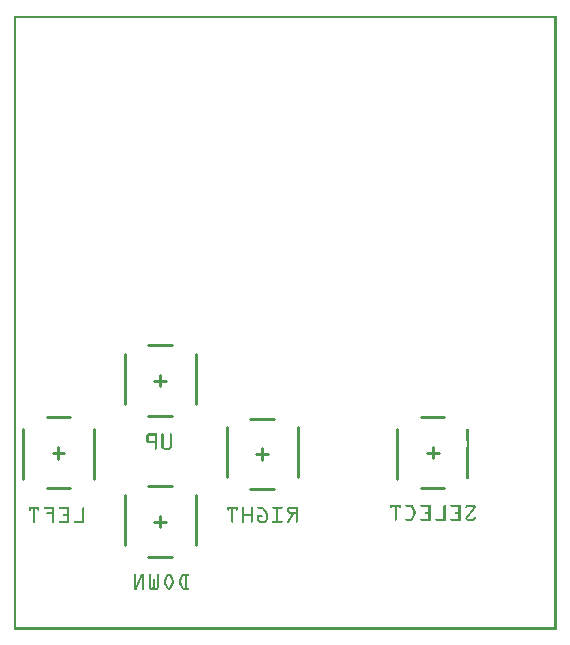
<source format=gbo>
G04 MADE WITH FRITZING*
G04 WWW.FRITZING.ORG*
G04 DOUBLE SIDED*
G04 HOLES PLATED*
G04 CONTOUR ON CENTER OF CONTOUR VECTOR*
%ASAXBY*%
%FSLAX23Y23*%
%MOIN*%
%OFA0B0*%
%SFA1.0B1.0*%
%ADD10C,0.010000*%
%ADD11R,0.001000X0.001000*%
%LNSILK0*%
G90*
G70*
G54D10*
X110Y472D02*
X189Y472D01*
D02*
X31Y669D02*
X31Y501D01*
D02*
X267Y669D02*
X267Y501D01*
D02*
X110Y708D02*
X189Y708D01*
D02*
X130Y590D02*
X169Y590D01*
D02*
X149Y570D02*
X149Y609D01*
D02*
X528Y949D02*
X449Y949D01*
D02*
X607Y752D02*
X607Y919D01*
D02*
X371Y752D02*
X371Y919D01*
D02*
X528Y712D02*
X449Y712D01*
D02*
X508Y830D02*
X469Y830D01*
D02*
X489Y850D02*
X489Y811D01*
D02*
X528Y479D02*
X449Y479D01*
D02*
X607Y282D02*
X607Y449D01*
D02*
X371Y282D02*
X371Y449D01*
D02*
X528Y242D02*
X449Y242D01*
D02*
X508Y360D02*
X469Y360D01*
D02*
X489Y380D02*
X489Y341D01*
D02*
X868Y704D02*
X789Y704D01*
D02*
X947Y508D02*
X947Y675D01*
D02*
X711Y508D02*
X711Y675D01*
D02*
X868Y468D02*
X789Y468D01*
D02*
X848Y586D02*
X809Y586D01*
D02*
X829Y606D02*
X829Y567D01*
D02*
X1357Y472D02*
X1435Y472D01*
D02*
X1278Y669D02*
X1278Y502D01*
D02*
X1357Y709D02*
X1435Y709D01*
D02*
X1376Y590D02*
X1416Y590D01*
D02*
X1396Y571D02*
X1396Y610D01*
G54D11*
X0Y2047D02*
X1810Y2047D01*
X0Y2046D02*
X1810Y2046D01*
X0Y2045D02*
X1810Y2045D01*
X0Y2044D02*
X1810Y2044D01*
X0Y2043D02*
X1810Y2043D01*
X0Y2042D02*
X1810Y2042D01*
X0Y2041D02*
X1810Y2041D01*
X0Y2040D02*
X1810Y2040D01*
X0Y2039D02*
X7Y2039D01*
X1803Y2039D02*
X1810Y2039D01*
X0Y2038D02*
X7Y2038D01*
X1803Y2038D02*
X1810Y2038D01*
X0Y2037D02*
X7Y2037D01*
X1803Y2037D02*
X1810Y2037D01*
X0Y2036D02*
X7Y2036D01*
X1803Y2036D02*
X1810Y2036D01*
X0Y2035D02*
X7Y2035D01*
X1803Y2035D02*
X1810Y2035D01*
X0Y2034D02*
X7Y2034D01*
X1803Y2034D02*
X1810Y2034D01*
X0Y2033D02*
X7Y2033D01*
X1803Y2033D02*
X1810Y2033D01*
X0Y2032D02*
X7Y2032D01*
X1803Y2032D02*
X1810Y2032D01*
X0Y2031D02*
X7Y2031D01*
X1803Y2031D02*
X1810Y2031D01*
X0Y2030D02*
X7Y2030D01*
X1803Y2030D02*
X1810Y2030D01*
X0Y2029D02*
X7Y2029D01*
X1803Y2029D02*
X1810Y2029D01*
X0Y2028D02*
X7Y2028D01*
X1803Y2028D02*
X1810Y2028D01*
X0Y2027D02*
X7Y2027D01*
X1803Y2027D02*
X1810Y2027D01*
X0Y2026D02*
X7Y2026D01*
X1803Y2026D02*
X1810Y2026D01*
X0Y2025D02*
X7Y2025D01*
X1803Y2025D02*
X1810Y2025D01*
X0Y2024D02*
X7Y2024D01*
X1803Y2024D02*
X1810Y2024D01*
X0Y2023D02*
X7Y2023D01*
X1803Y2023D02*
X1810Y2023D01*
X0Y2022D02*
X7Y2022D01*
X1803Y2022D02*
X1810Y2022D01*
X0Y2021D02*
X7Y2021D01*
X1803Y2021D02*
X1810Y2021D01*
X0Y2020D02*
X7Y2020D01*
X1803Y2020D02*
X1810Y2020D01*
X0Y2019D02*
X7Y2019D01*
X1803Y2019D02*
X1810Y2019D01*
X0Y2018D02*
X7Y2018D01*
X1803Y2018D02*
X1810Y2018D01*
X0Y2017D02*
X7Y2017D01*
X1803Y2017D02*
X1810Y2017D01*
X0Y2016D02*
X7Y2016D01*
X1803Y2016D02*
X1810Y2016D01*
X0Y2015D02*
X7Y2015D01*
X1803Y2015D02*
X1810Y2015D01*
X0Y2014D02*
X7Y2014D01*
X1803Y2014D02*
X1810Y2014D01*
X0Y2013D02*
X7Y2013D01*
X1803Y2013D02*
X1810Y2013D01*
X0Y2012D02*
X7Y2012D01*
X1803Y2012D02*
X1810Y2012D01*
X0Y2011D02*
X7Y2011D01*
X1803Y2011D02*
X1810Y2011D01*
X0Y2010D02*
X7Y2010D01*
X1803Y2010D02*
X1810Y2010D01*
X0Y2009D02*
X7Y2009D01*
X1803Y2009D02*
X1810Y2009D01*
X0Y2008D02*
X7Y2008D01*
X1803Y2008D02*
X1810Y2008D01*
X0Y2007D02*
X7Y2007D01*
X1803Y2007D02*
X1810Y2007D01*
X0Y2006D02*
X7Y2006D01*
X1803Y2006D02*
X1810Y2006D01*
X0Y2005D02*
X7Y2005D01*
X1803Y2005D02*
X1810Y2005D01*
X0Y2004D02*
X7Y2004D01*
X1803Y2004D02*
X1810Y2004D01*
X0Y2003D02*
X7Y2003D01*
X1803Y2003D02*
X1810Y2003D01*
X0Y2002D02*
X7Y2002D01*
X1803Y2002D02*
X1810Y2002D01*
X0Y2001D02*
X7Y2001D01*
X1803Y2001D02*
X1810Y2001D01*
X0Y2000D02*
X7Y2000D01*
X1803Y2000D02*
X1810Y2000D01*
X0Y1999D02*
X7Y1999D01*
X1803Y1999D02*
X1810Y1999D01*
X0Y1998D02*
X7Y1998D01*
X1803Y1998D02*
X1810Y1998D01*
X0Y1997D02*
X7Y1997D01*
X1803Y1997D02*
X1810Y1997D01*
X0Y1996D02*
X7Y1996D01*
X1803Y1996D02*
X1810Y1996D01*
X0Y1995D02*
X7Y1995D01*
X1803Y1995D02*
X1810Y1995D01*
X0Y1994D02*
X7Y1994D01*
X1803Y1994D02*
X1810Y1994D01*
X0Y1993D02*
X7Y1993D01*
X1803Y1993D02*
X1810Y1993D01*
X0Y1992D02*
X7Y1992D01*
X1803Y1992D02*
X1810Y1992D01*
X0Y1991D02*
X7Y1991D01*
X1803Y1991D02*
X1810Y1991D01*
X0Y1990D02*
X7Y1990D01*
X1803Y1990D02*
X1810Y1990D01*
X0Y1989D02*
X7Y1989D01*
X1803Y1989D02*
X1810Y1989D01*
X0Y1988D02*
X7Y1988D01*
X1803Y1988D02*
X1810Y1988D01*
X0Y1987D02*
X7Y1987D01*
X1803Y1987D02*
X1810Y1987D01*
X0Y1986D02*
X7Y1986D01*
X1803Y1986D02*
X1810Y1986D01*
X0Y1985D02*
X7Y1985D01*
X1803Y1985D02*
X1810Y1985D01*
X0Y1984D02*
X7Y1984D01*
X1803Y1984D02*
X1810Y1984D01*
X0Y1983D02*
X7Y1983D01*
X1803Y1983D02*
X1810Y1983D01*
X0Y1982D02*
X7Y1982D01*
X1803Y1982D02*
X1810Y1982D01*
X0Y1981D02*
X7Y1981D01*
X1803Y1981D02*
X1810Y1981D01*
X0Y1980D02*
X7Y1980D01*
X1803Y1980D02*
X1810Y1980D01*
X0Y1979D02*
X7Y1979D01*
X1803Y1979D02*
X1810Y1979D01*
X0Y1978D02*
X7Y1978D01*
X1803Y1978D02*
X1810Y1978D01*
X0Y1977D02*
X7Y1977D01*
X1803Y1977D02*
X1810Y1977D01*
X0Y1976D02*
X7Y1976D01*
X1803Y1976D02*
X1810Y1976D01*
X0Y1975D02*
X7Y1975D01*
X1803Y1975D02*
X1810Y1975D01*
X0Y1974D02*
X7Y1974D01*
X1803Y1974D02*
X1810Y1974D01*
X0Y1973D02*
X7Y1973D01*
X1803Y1973D02*
X1810Y1973D01*
X0Y1972D02*
X7Y1972D01*
X1803Y1972D02*
X1810Y1972D01*
X0Y1971D02*
X7Y1971D01*
X1803Y1971D02*
X1810Y1971D01*
X0Y1970D02*
X7Y1970D01*
X1803Y1970D02*
X1810Y1970D01*
X0Y1969D02*
X7Y1969D01*
X1803Y1969D02*
X1810Y1969D01*
X0Y1968D02*
X7Y1968D01*
X1803Y1968D02*
X1810Y1968D01*
X0Y1967D02*
X7Y1967D01*
X1803Y1967D02*
X1810Y1967D01*
X0Y1966D02*
X7Y1966D01*
X1803Y1966D02*
X1810Y1966D01*
X0Y1965D02*
X7Y1965D01*
X1803Y1965D02*
X1810Y1965D01*
X0Y1964D02*
X7Y1964D01*
X1803Y1964D02*
X1810Y1964D01*
X0Y1963D02*
X7Y1963D01*
X1803Y1963D02*
X1810Y1963D01*
X0Y1962D02*
X7Y1962D01*
X1803Y1962D02*
X1810Y1962D01*
X0Y1961D02*
X7Y1961D01*
X1803Y1961D02*
X1810Y1961D01*
X0Y1960D02*
X7Y1960D01*
X1803Y1960D02*
X1810Y1960D01*
X0Y1959D02*
X7Y1959D01*
X1803Y1959D02*
X1810Y1959D01*
X0Y1958D02*
X7Y1958D01*
X1803Y1958D02*
X1810Y1958D01*
X0Y1957D02*
X7Y1957D01*
X1803Y1957D02*
X1810Y1957D01*
X0Y1956D02*
X7Y1956D01*
X1803Y1956D02*
X1810Y1956D01*
X0Y1955D02*
X7Y1955D01*
X1803Y1955D02*
X1810Y1955D01*
X0Y1954D02*
X7Y1954D01*
X1803Y1954D02*
X1810Y1954D01*
X0Y1953D02*
X7Y1953D01*
X1803Y1953D02*
X1810Y1953D01*
X0Y1952D02*
X7Y1952D01*
X1803Y1952D02*
X1810Y1952D01*
X0Y1951D02*
X7Y1951D01*
X1803Y1951D02*
X1810Y1951D01*
X0Y1950D02*
X7Y1950D01*
X1803Y1950D02*
X1810Y1950D01*
X0Y1949D02*
X7Y1949D01*
X1803Y1949D02*
X1810Y1949D01*
X0Y1948D02*
X7Y1948D01*
X1803Y1948D02*
X1810Y1948D01*
X0Y1947D02*
X7Y1947D01*
X1803Y1947D02*
X1810Y1947D01*
X0Y1946D02*
X7Y1946D01*
X1803Y1946D02*
X1810Y1946D01*
X0Y1945D02*
X7Y1945D01*
X1803Y1945D02*
X1810Y1945D01*
X0Y1944D02*
X7Y1944D01*
X1803Y1944D02*
X1810Y1944D01*
X0Y1943D02*
X7Y1943D01*
X1803Y1943D02*
X1810Y1943D01*
X0Y1942D02*
X7Y1942D01*
X1803Y1942D02*
X1810Y1942D01*
X0Y1941D02*
X7Y1941D01*
X1803Y1941D02*
X1810Y1941D01*
X0Y1940D02*
X7Y1940D01*
X1803Y1940D02*
X1810Y1940D01*
X0Y1939D02*
X7Y1939D01*
X1803Y1939D02*
X1810Y1939D01*
X0Y1938D02*
X7Y1938D01*
X1803Y1938D02*
X1810Y1938D01*
X0Y1937D02*
X7Y1937D01*
X1803Y1937D02*
X1810Y1937D01*
X0Y1936D02*
X7Y1936D01*
X1803Y1936D02*
X1810Y1936D01*
X0Y1935D02*
X7Y1935D01*
X1803Y1935D02*
X1810Y1935D01*
X0Y1934D02*
X7Y1934D01*
X1803Y1934D02*
X1810Y1934D01*
X0Y1933D02*
X7Y1933D01*
X1803Y1933D02*
X1810Y1933D01*
X0Y1932D02*
X7Y1932D01*
X1803Y1932D02*
X1810Y1932D01*
X0Y1931D02*
X7Y1931D01*
X1803Y1931D02*
X1810Y1931D01*
X0Y1930D02*
X7Y1930D01*
X1803Y1930D02*
X1810Y1930D01*
X0Y1929D02*
X7Y1929D01*
X1803Y1929D02*
X1810Y1929D01*
X0Y1928D02*
X7Y1928D01*
X1803Y1928D02*
X1810Y1928D01*
X0Y1927D02*
X7Y1927D01*
X1803Y1927D02*
X1810Y1927D01*
X0Y1926D02*
X7Y1926D01*
X1803Y1926D02*
X1810Y1926D01*
X0Y1925D02*
X7Y1925D01*
X1803Y1925D02*
X1810Y1925D01*
X0Y1924D02*
X7Y1924D01*
X1803Y1924D02*
X1810Y1924D01*
X0Y1923D02*
X7Y1923D01*
X1803Y1923D02*
X1810Y1923D01*
X0Y1922D02*
X7Y1922D01*
X1803Y1922D02*
X1810Y1922D01*
X0Y1921D02*
X7Y1921D01*
X1803Y1921D02*
X1810Y1921D01*
X0Y1920D02*
X7Y1920D01*
X1803Y1920D02*
X1810Y1920D01*
X0Y1919D02*
X7Y1919D01*
X1803Y1919D02*
X1810Y1919D01*
X0Y1918D02*
X7Y1918D01*
X1803Y1918D02*
X1810Y1918D01*
X0Y1917D02*
X7Y1917D01*
X1803Y1917D02*
X1810Y1917D01*
X0Y1916D02*
X7Y1916D01*
X1803Y1916D02*
X1810Y1916D01*
X0Y1915D02*
X7Y1915D01*
X1803Y1915D02*
X1810Y1915D01*
X0Y1914D02*
X7Y1914D01*
X1803Y1914D02*
X1810Y1914D01*
X0Y1913D02*
X7Y1913D01*
X1803Y1913D02*
X1810Y1913D01*
X0Y1912D02*
X7Y1912D01*
X1803Y1912D02*
X1810Y1912D01*
X0Y1911D02*
X7Y1911D01*
X1803Y1911D02*
X1810Y1911D01*
X0Y1910D02*
X7Y1910D01*
X1803Y1910D02*
X1810Y1910D01*
X0Y1909D02*
X7Y1909D01*
X1803Y1909D02*
X1810Y1909D01*
X0Y1908D02*
X7Y1908D01*
X1803Y1908D02*
X1810Y1908D01*
X0Y1907D02*
X7Y1907D01*
X1803Y1907D02*
X1810Y1907D01*
X0Y1906D02*
X7Y1906D01*
X1803Y1906D02*
X1810Y1906D01*
X0Y1905D02*
X7Y1905D01*
X1803Y1905D02*
X1810Y1905D01*
X0Y1904D02*
X7Y1904D01*
X1803Y1904D02*
X1810Y1904D01*
X0Y1903D02*
X7Y1903D01*
X1803Y1903D02*
X1810Y1903D01*
X0Y1902D02*
X7Y1902D01*
X1803Y1902D02*
X1810Y1902D01*
X0Y1901D02*
X7Y1901D01*
X1803Y1901D02*
X1810Y1901D01*
X0Y1900D02*
X7Y1900D01*
X1803Y1900D02*
X1810Y1900D01*
X0Y1899D02*
X7Y1899D01*
X1803Y1899D02*
X1810Y1899D01*
X0Y1898D02*
X7Y1898D01*
X1803Y1898D02*
X1810Y1898D01*
X0Y1897D02*
X7Y1897D01*
X1803Y1897D02*
X1810Y1897D01*
X0Y1896D02*
X7Y1896D01*
X1803Y1896D02*
X1810Y1896D01*
X0Y1895D02*
X7Y1895D01*
X1803Y1895D02*
X1810Y1895D01*
X0Y1894D02*
X7Y1894D01*
X1803Y1894D02*
X1810Y1894D01*
X0Y1893D02*
X7Y1893D01*
X1803Y1893D02*
X1810Y1893D01*
X0Y1892D02*
X7Y1892D01*
X1803Y1892D02*
X1810Y1892D01*
X0Y1891D02*
X7Y1891D01*
X1803Y1891D02*
X1810Y1891D01*
X0Y1890D02*
X7Y1890D01*
X1803Y1890D02*
X1810Y1890D01*
X0Y1889D02*
X7Y1889D01*
X1803Y1889D02*
X1810Y1889D01*
X0Y1888D02*
X7Y1888D01*
X1803Y1888D02*
X1810Y1888D01*
X0Y1887D02*
X7Y1887D01*
X1803Y1887D02*
X1810Y1887D01*
X0Y1886D02*
X7Y1886D01*
X1803Y1886D02*
X1810Y1886D01*
X0Y1885D02*
X7Y1885D01*
X1803Y1885D02*
X1810Y1885D01*
X0Y1884D02*
X7Y1884D01*
X1803Y1884D02*
X1810Y1884D01*
X0Y1883D02*
X7Y1883D01*
X1803Y1883D02*
X1810Y1883D01*
X0Y1882D02*
X7Y1882D01*
X1803Y1882D02*
X1810Y1882D01*
X0Y1881D02*
X7Y1881D01*
X1803Y1881D02*
X1810Y1881D01*
X0Y1880D02*
X7Y1880D01*
X1803Y1880D02*
X1810Y1880D01*
X0Y1879D02*
X7Y1879D01*
X1803Y1879D02*
X1810Y1879D01*
X0Y1878D02*
X7Y1878D01*
X1803Y1878D02*
X1810Y1878D01*
X0Y1877D02*
X7Y1877D01*
X1803Y1877D02*
X1810Y1877D01*
X0Y1876D02*
X7Y1876D01*
X1803Y1876D02*
X1810Y1876D01*
X0Y1875D02*
X7Y1875D01*
X1803Y1875D02*
X1810Y1875D01*
X0Y1874D02*
X7Y1874D01*
X1803Y1874D02*
X1810Y1874D01*
X0Y1873D02*
X7Y1873D01*
X1803Y1873D02*
X1810Y1873D01*
X0Y1872D02*
X7Y1872D01*
X1803Y1872D02*
X1810Y1872D01*
X0Y1871D02*
X7Y1871D01*
X1803Y1871D02*
X1810Y1871D01*
X0Y1870D02*
X7Y1870D01*
X1803Y1870D02*
X1810Y1870D01*
X0Y1869D02*
X7Y1869D01*
X1803Y1869D02*
X1810Y1869D01*
X0Y1868D02*
X7Y1868D01*
X1803Y1868D02*
X1810Y1868D01*
X0Y1867D02*
X7Y1867D01*
X1803Y1867D02*
X1810Y1867D01*
X0Y1866D02*
X7Y1866D01*
X1803Y1866D02*
X1810Y1866D01*
X0Y1865D02*
X7Y1865D01*
X1803Y1865D02*
X1810Y1865D01*
X0Y1864D02*
X7Y1864D01*
X1803Y1864D02*
X1810Y1864D01*
X0Y1863D02*
X7Y1863D01*
X1803Y1863D02*
X1810Y1863D01*
X0Y1862D02*
X7Y1862D01*
X1803Y1862D02*
X1810Y1862D01*
X0Y1861D02*
X7Y1861D01*
X1803Y1861D02*
X1810Y1861D01*
X0Y1860D02*
X7Y1860D01*
X1803Y1860D02*
X1810Y1860D01*
X0Y1859D02*
X7Y1859D01*
X1803Y1859D02*
X1810Y1859D01*
X0Y1858D02*
X7Y1858D01*
X1803Y1858D02*
X1810Y1858D01*
X0Y1857D02*
X7Y1857D01*
X1803Y1857D02*
X1810Y1857D01*
X0Y1856D02*
X7Y1856D01*
X1803Y1856D02*
X1810Y1856D01*
X0Y1855D02*
X7Y1855D01*
X1803Y1855D02*
X1810Y1855D01*
X0Y1854D02*
X7Y1854D01*
X1803Y1854D02*
X1810Y1854D01*
X0Y1853D02*
X7Y1853D01*
X1803Y1853D02*
X1810Y1853D01*
X0Y1852D02*
X7Y1852D01*
X1803Y1852D02*
X1810Y1852D01*
X0Y1851D02*
X7Y1851D01*
X1803Y1851D02*
X1810Y1851D01*
X0Y1850D02*
X7Y1850D01*
X1803Y1850D02*
X1810Y1850D01*
X0Y1849D02*
X7Y1849D01*
X1803Y1849D02*
X1810Y1849D01*
X0Y1848D02*
X7Y1848D01*
X1803Y1848D02*
X1810Y1848D01*
X0Y1847D02*
X7Y1847D01*
X1803Y1847D02*
X1810Y1847D01*
X0Y1846D02*
X7Y1846D01*
X1803Y1846D02*
X1810Y1846D01*
X0Y1845D02*
X7Y1845D01*
X1803Y1845D02*
X1810Y1845D01*
X0Y1844D02*
X7Y1844D01*
X1803Y1844D02*
X1810Y1844D01*
X0Y1843D02*
X7Y1843D01*
X1803Y1843D02*
X1810Y1843D01*
X0Y1842D02*
X7Y1842D01*
X1803Y1842D02*
X1810Y1842D01*
X0Y1841D02*
X7Y1841D01*
X1803Y1841D02*
X1810Y1841D01*
X0Y1840D02*
X7Y1840D01*
X1803Y1840D02*
X1810Y1840D01*
X0Y1839D02*
X7Y1839D01*
X1803Y1839D02*
X1810Y1839D01*
X0Y1838D02*
X7Y1838D01*
X1803Y1838D02*
X1810Y1838D01*
X0Y1837D02*
X7Y1837D01*
X1803Y1837D02*
X1810Y1837D01*
X0Y1836D02*
X7Y1836D01*
X1803Y1836D02*
X1810Y1836D01*
X0Y1835D02*
X7Y1835D01*
X1803Y1835D02*
X1810Y1835D01*
X0Y1834D02*
X7Y1834D01*
X1803Y1834D02*
X1810Y1834D01*
X0Y1833D02*
X7Y1833D01*
X1803Y1833D02*
X1810Y1833D01*
X0Y1832D02*
X7Y1832D01*
X1803Y1832D02*
X1810Y1832D01*
X0Y1831D02*
X7Y1831D01*
X1803Y1831D02*
X1810Y1831D01*
X0Y1830D02*
X7Y1830D01*
X1803Y1830D02*
X1810Y1830D01*
X0Y1829D02*
X7Y1829D01*
X1803Y1829D02*
X1810Y1829D01*
X0Y1828D02*
X7Y1828D01*
X1803Y1828D02*
X1810Y1828D01*
X0Y1827D02*
X7Y1827D01*
X1803Y1827D02*
X1810Y1827D01*
X0Y1826D02*
X7Y1826D01*
X1803Y1826D02*
X1810Y1826D01*
X0Y1825D02*
X7Y1825D01*
X1803Y1825D02*
X1810Y1825D01*
X0Y1824D02*
X7Y1824D01*
X1803Y1824D02*
X1810Y1824D01*
X0Y1823D02*
X7Y1823D01*
X1803Y1823D02*
X1810Y1823D01*
X0Y1822D02*
X7Y1822D01*
X1803Y1822D02*
X1810Y1822D01*
X0Y1821D02*
X7Y1821D01*
X1803Y1821D02*
X1810Y1821D01*
X0Y1820D02*
X7Y1820D01*
X1803Y1820D02*
X1810Y1820D01*
X0Y1819D02*
X7Y1819D01*
X1803Y1819D02*
X1810Y1819D01*
X0Y1818D02*
X7Y1818D01*
X1803Y1818D02*
X1810Y1818D01*
X0Y1817D02*
X7Y1817D01*
X1803Y1817D02*
X1810Y1817D01*
X0Y1816D02*
X7Y1816D01*
X1803Y1816D02*
X1810Y1816D01*
X0Y1815D02*
X7Y1815D01*
X1803Y1815D02*
X1810Y1815D01*
X0Y1814D02*
X7Y1814D01*
X1803Y1814D02*
X1810Y1814D01*
X0Y1813D02*
X7Y1813D01*
X1803Y1813D02*
X1810Y1813D01*
X0Y1812D02*
X7Y1812D01*
X1803Y1812D02*
X1810Y1812D01*
X0Y1811D02*
X7Y1811D01*
X1803Y1811D02*
X1810Y1811D01*
X0Y1810D02*
X7Y1810D01*
X1803Y1810D02*
X1810Y1810D01*
X0Y1809D02*
X7Y1809D01*
X1803Y1809D02*
X1810Y1809D01*
X0Y1808D02*
X7Y1808D01*
X1803Y1808D02*
X1810Y1808D01*
X0Y1807D02*
X7Y1807D01*
X1803Y1807D02*
X1810Y1807D01*
X0Y1806D02*
X7Y1806D01*
X1803Y1806D02*
X1810Y1806D01*
X0Y1805D02*
X7Y1805D01*
X1803Y1805D02*
X1810Y1805D01*
X0Y1804D02*
X7Y1804D01*
X1803Y1804D02*
X1810Y1804D01*
X0Y1803D02*
X7Y1803D01*
X1803Y1803D02*
X1810Y1803D01*
X0Y1802D02*
X7Y1802D01*
X1803Y1802D02*
X1810Y1802D01*
X0Y1801D02*
X7Y1801D01*
X1803Y1801D02*
X1810Y1801D01*
X0Y1800D02*
X7Y1800D01*
X1803Y1800D02*
X1810Y1800D01*
X0Y1799D02*
X7Y1799D01*
X1803Y1799D02*
X1810Y1799D01*
X0Y1798D02*
X7Y1798D01*
X1803Y1798D02*
X1810Y1798D01*
X0Y1797D02*
X7Y1797D01*
X1803Y1797D02*
X1810Y1797D01*
X0Y1796D02*
X7Y1796D01*
X1803Y1796D02*
X1810Y1796D01*
X0Y1795D02*
X7Y1795D01*
X1803Y1795D02*
X1810Y1795D01*
X0Y1794D02*
X7Y1794D01*
X1803Y1794D02*
X1810Y1794D01*
X0Y1793D02*
X7Y1793D01*
X1803Y1793D02*
X1810Y1793D01*
X0Y1792D02*
X7Y1792D01*
X1803Y1792D02*
X1810Y1792D01*
X0Y1791D02*
X7Y1791D01*
X1803Y1791D02*
X1810Y1791D01*
X0Y1790D02*
X7Y1790D01*
X1803Y1790D02*
X1810Y1790D01*
X0Y1789D02*
X7Y1789D01*
X1803Y1789D02*
X1810Y1789D01*
X0Y1788D02*
X7Y1788D01*
X1803Y1788D02*
X1810Y1788D01*
X0Y1787D02*
X7Y1787D01*
X1803Y1787D02*
X1810Y1787D01*
X0Y1786D02*
X7Y1786D01*
X1803Y1786D02*
X1810Y1786D01*
X0Y1785D02*
X7Y1785D01*
X1803Y1785D02*
X1810Y1785D01*
X0Y1784D02*
X7Y1784D01*
X1803Y1784D02*
X1810Y1784D01*
X0Y1783D02*
X7Y1783D01*
X1803Y1783D02*
X1810Y1783D01*
X0Y1782D02*
X7Y1782D01*
X1803Y1782D02*
X1810Y1782D01*
X0Y1781D02*
X7Y1781D01*
X1803Y1781D02*
X1810Y1781D01*
X0Y1780D02*
X7Y1780D01*
X1803Y1780D02*
X1810Y1780D01*
X0Y1779D02*
X7Y1779D01*
X1803Y1779D02*
X1810Y1779D01*
X0Y1778D02*
X7Y1778D01*
X1803Y1778D02*
X1810Y1778D01*
X0Y1777D02*
X7Y1777D01*
X1803Y1777D02*
X1810Y1777D01*
X0Y1776D02*
X7Y1776D01*
X1803Y1776D02*
X1810Y1776D01*
X0Y1775D02*
X7Y1775D01*
X1803Y1775D02*
X1810Y1775D01*
X0Y1774D02*
X7Y1774D01*
X1803Y1774D02*
X1810Y1774D01*
X0Y1773D02*
X7Y1773D01*
X1803Y1773D02*
X1810Y1773D01*
X0Y1772D02*
X7Y1772D01*
X1803Y1772D02*
X1810Y1772D01*
X0Y1771D02*
X7Y1771D01*
X1803Y1771D02*
X1810Y1771D01*
X0Y1770D02*
X7Y1770D01*
X1803Y1770D02*
X1810Y1770D01*
X0Y1769D02*
X7Y1769D01*
X1803Y1769D02*
X1810Y1769D01*
X0Y1768D02*
X7Y1768D01*
X1803Y1768D02*
X1810Y1768D01*
X0Y1767D02*
X7Y1767D01*
X1803Y1767D02*
X1810Y1767D01*
X0Y1766D02*
X7Y1766D01*
X1803Y1766D02*
X1810Y1766D01*
X0Y1765D02*
X7Y1765D01*
X1803Y1765D02*
X1810Y1765D01*
X0Y1764D02*
X7Y1764D01*
X1803Y1764D02*
X1810Y1764D01*
X0Y1763D02*
X7Y1763D01*
X1803Y1763D02*
X1810Y1763D01*
X0Y1762D02*
X7Y1762D01*
X1803Y1762D02*
X1810Y1762D01*
X0Y1761D02*
X7Y1761D01*
X1803Y1761D02*
X1810Y1761D01*
X0Y1760D02*
X7Y1760D01*
X1803Y1760D02*
X1810Y1760D01*
X0Y1759D02*
X7Y1759D01*
X1803Y1759D02*
X1810Y1759D01*
X0Y1758D02*
X7Y1758D01*
X1803Y1758D02*
X1810Y1758D01*
X0Y1757D02*
X7Y1757D01*
X1803Y1757D02*
X1810Y1757D01*
X0Y1756D02*
X7Y1756D01*
X1803Y1756D02*
X1810Y1756D01*
X0Y1755D02*
X7Y1755D01*
X1803Y1755D02*
X1810Y1755D01*
X0Y1754D02*
X7Y1754D01*
X1803Y1754D02*
X1810Y1754D01*
X0Y1753D02*
X7Y1753D01*
X1803Y1753D02*
X1810Y1753D01*
X0Y1752D02*
X7Y1752D01*
X1803Y1752D02*
X1810Y1752D01*
X0Y1751D02*
X7Y1751D01*
X1803Y1751D02*
X1810Y1751D01*
X0Y1750D02*
X7Y1750D01*
X1803Y1750D02*
X1810Y1750D01*
X0Y1749D02*
X7Y1749D01*
X1803Y1749D02*
X1810Y1749D01*
X0Y1748D02*
X7Y1748D01*
X1803Y1748D02*
X1810Y1748D01*
X0Y1747D02*
X7Y1747D01*
X1803Y1747D02*
X1810Y1747D01*
X0Y1746D02*
X7Y1746D01*
X1803Y1746D02*
X1810Y1746D01*
X0Y1745D02*
X7Y1745D01*
X1803Y1745D02*
X1810Y1745D01*
X0Y1744D02*
X7Y1744D01*
X1803Y1744D02*
X1810Y1744D01*
X0Y1743D02*
X7Y1743D01*
X1803Y1743D02*
X1810Y1743D01*
X0Y1742D02*
X7Y1742D01*
X1803Y1742D02*
X1810Y1742D01*
X0Y1741D02*
X7Y1741D01*
X1803Y1741D02*
X1810Y1741D01*
X0Y1740D02*
X7Y1740D01*
X1803Y1740D02*
X1810Y1740D01*
X0Y1739D02*
X7Y1739D01*
X1803Y1739D02*
X1810Y1739D01*
X0Y1738D02*
X7Y1738D01*
X1803Y1738D02*
X1810Y1738D01*
X0Y1737D02*
X7Y1737D01*
X1803Y1737D02*
X1810Y1737D01*
X0Y1736D02*
X7Y1736D01*
X1803Y1736D02*
X1810Y1736D01*
X0Y1735D02*
X7Y1735D01*
X1803Y1735D02*
X1810Y1735D01*
X0Y1734D02*
X7Y1734D01*
X1803Y1734D02*
X1810Y1734D01*
X0Y1733D02*
X7Y1733D01*
X1803Y1733D02*
X1810Y1733D01*
X0Y1732D02*
X7Y1732D01*
X1803Y1732D02*
X1810Y1732D01*
X0Y1731D02*
X7Y1731D01*
X1803Y1731D02*
X1810Y1731D01*
X0Y1730D02*
X7Y1730D01*
X1803Y1730D02*
X1810Y1730D01*
X0Y1729D02*
X7Y1729D01*
X1803Y1729D02*
X1810Y1729D01*
X0Y1728D02*
X7Y1728D01*
X1803Y1728D02*
X1810Y1728D01*
X0Y1727D02*
X7Y1727D01*
X1803Y1727D02*
X1810Y1727D01*
X0Y1726D02*
X7Y1726D01*
X1803Y1726D02*
X1810Y1726D01*
X0Y1725D02*
X7Y1725D01*
X1803Y1725D02*
X1810Y1725D01*
X0Y1724D02*
X7Y1724D01*
X1803Y1724D02*
X1810Y1724D01*
X0Y1723D02*
X7Y1723D01*
X1803Y1723D02*
X1810Y1723D01*
X0Y1722D02*
X7Y1722D01*
X1803Y1722D02*
X1810Y1722D01*
X0Y1721D02*
X7Y1721D01*
X1803Y1721D02*
X1810Y1721D01*
X0Y1720D02*
X7Y1720D01*
X1803Y1720D02*
X1810Y1720D01*
X0Y1719D02*
X7Y1719D01*
X1803Y1719D02*
X1810Y1719D01*
X0Y1718D02*
X7Y1718D01*
X1803Y1718D02*
X1810Y1718D01*
X0Y1717D02*
X7Y1717D01*
X1803Y1717D02*
X1810Y1717D01*
X0Y1716D02*
X7Y1716D01*
X1803Y1716D02*
X1810Y1716D01*
X0Y1715D02*
X7Y1715D01*
X1803Y1715D02*
X1810Y1715D01*
X0Y1714D02*
X7Y1714D01*
X1803Y1714D02*
X1810Y1714D01*
X0Y1713D02*
X7Y1713D01*
X1803Y1713D02*
X1810Y1713D01*
X0Y1712D02*
X7Y1712D01*
X1803Y1712D02*
X1810Y1712D01*
X0Y1711D02*
X7Y1711D01*
X1803Y1711D02*
X1810Y1711D01*
X0Y1710D02*
X7Y1710D01*
X1803Y1710D02*
X1810Y1710D01*
X0Y1709D02*
X7Y1709D01*
X1803Y1709D02*
X1810Y1709D01*
X0Y1708D02*
X7Y1708D01*
X1803Y1708D02*
X1810Y1708D01*
X0Y1707D02*
X7Y1707D01*
X1803Y1707D02*
X1810Y1707D01*
X0Y1706D02*
X7Y1706D01*
X1803Y1706D02*
X1810Y1706D01*
X0Y1705D02*
X7Y1705D01*
X1803Y1705D02*
X1810Y1705D01*
X0Y1704D02*
X7Y1704D01*
X1803Y1704D02*
X1810Y1704D01*
X0Y1703D02*
X7Y1703D01*
X1803Y1703D02*
X1810Y1703D01*
X0Y1702D02*
X7Y1702D01*
X1803Y1702D02*
X1810Y1702D01*
X0Y1701D02*
X7Y1701D01*
X1803Y1701D02*
X1810Y1701D01*
X0Y1700D02*
X7Y1700D01*
X1803Y1700D02*
X1810Y1700D01*
X0Y1699D02*
X7Y1699D01*
X1803Y1699D02*
X1810Y1699D01*
X0Y1698D02*
X7Y1698D01*
X1803Y1698D02*
X1810Y1698D01*
X0Y1697D02*
X7Y1697D01*
X1803Y1697D02*
X1810Y1697D01*
X0Y1696D02*
X7Y1696D01*
X1803Y1696D02*
X1810Y1696D01*
X0Y1695D02*
X7Y1695D01*
X1803Y1695D02*
X1810Y1695D01*
X0Y1694D02*
X7Y1694D01*
X1803Y1694D02*
X1810Y1694D01*
X0Y1693D02*
X7Y1693D01*
X1803Y1693D02*
X1810Y1693D01*
X0Y1692D02*
X7Y1692D01*
X1803Y1692D02*
X1810Y1692D01*
X0Y1691D02*
X7Y1691D01*
X1803Y1691D02*
X1810Y1691D01*
X0Y1690D02*
X7Y1690D01*
X1803Y1690D02*
X1810Y1690D01*
X0Y1689D02*
X7Y1689D01*
X1803Y1689D02*
X1810Y1689D01*
X0Y1688D02*
X7Y1688D01*
X1803Y1688D02*
X1810Y1688D01*
X0Y1687D02*
X7Y1687D01*
X1803Y1687D02*
X1810Y1687D01*
X0Y1686D02*
X7Y1686D01*
X1803Y1686D02*
X1810Y1686D01*
X0Y1685D02*
X7Y1685D01*
X1803Y1685D02*
X1810Y1685D01*
X0Y1684D02*
X7Y1684D01*
X1803Y1684D02*
X1810Y1684D01*
X0Y1683D02*
X7Y1683D01*
X1803Y1683D02*
X1810Y1683D01*
X0Y1682D02*
X7Y1682D01*
X1803Y1682D02*
X1810Y1682D01*
X0Y1681D02*
X7Y1681D01*
X1803Y1681D02*
X1810Y1681D01*
X0Y1680D02*
X7Y1680D01*
X1803Y1680D02*
X1810Y1680D01*
X0Y1679D02*
X7Y1679D01*
X1803Y1679D02*
X1810Y1679D01*
X0Y1678D02*
X7Y1678D01*
X1803Y1678D02*
X1810Y1678D01*
X0Y1677D02*
X7Y1677D01*
X1803Y1677D02*
X1810Y1677D01*
X0Y1676D02*
X7Y1676D01*
X1803Y1676D02*
X1810Y1676D01*
X0Y1675D02*
X7Y1675D01*
X1803Y1675D02*
X1810Y1675D01*
X0Y1674D02*
X7Y1674D01*
X1803Y1674D02*
X1810Y1674D01*
X0Y1673D02*
X7Y1673D01*
X1803Y1673D02*
X1810Y1673D01*
X0Y1672D02*
X7Y1672D01*
X1803Y1672D02*
X1810Y1672D01*
X0Y1671D02*
X7Y1671D01*
X1803Y1671D02*
X1810Y1671D01*
X0Y1670D02*
X7Y1670D01*
X1803Y1670D02*
X1810Y1670D01*
X0Y1669D02*
X7Y1669D01*
X1803Y1669D02*
X1810Y1669D01*
X0Y1668D02*
X7Y1668D01*
X1803Y1668D02*
X1810Y1668D01*
X0Y1667D02*
X7Y1667D01*
X1803Y1667D02*
X1810Y1667D01*
X0Y1666D02*
X7Y1666D01*
X1803Y1666D02*
X1810Y1666D01*
X0Y1665D02*
X7Y1665D01*
X1803Y1665D02*
X1810Y1665D01*
X0Y1664D02*
X7Y1664D01*
X1803Y1664D02*
X1810Y1664D01*
X0Y1663D02*
X7Y1663D01*
X1803Y1663D02*
X1810Y1663D01*
X0Y1662D02*
X7Y1662D01*
X1803Y1662D02*
X1810Y1662D01*
X0Y1661D02*
X7Y1661D01*
X1803Y1661D02*
X1810Y1661D01*
X0Y1660D02*
X7Y1660D01*
X1803Y1660D02*
X1810Y1660D01*
X0Y1659D02*
X7Y1659D01*
X1803Y1659D02*
X1810Y1659D01*
X0Y1658D02*
X7Y1658D01*
X1803Y1658D02*
X1810Y1658D01*
X0Y1657D02*
X7Y1657D01*
X1803Y1657D02*
X1810Y1657D01*
X0Y1656D02*
X7Y1656D01*
X1803Y1656D02*
X1810Y1656D01*
X0Y1655D02*
X7Y1655D01*
X1803Y1655D02*
X1810Y1655D01*
X0Y1654D02*
X7Y1654D01*
X1803Y1654D02*
X1810Y1654D01*
X0Y1653D02*
X7Y1653D01*
X1803Y1653D02*
X1810Y1653D01*
X0Y1652D02*
X7Y1652D01*
X1803Y1652D02*
X1810Y1652D01*
X0Y1651D02*
X7Y1651D01*
X1803Y1651D02*
X1810Y1651D01*
X0Y1650D02*
X7Y1650D01*
X1803Y1650D02*
X1810Y1650D01*
X0Y1649D02*
X7Y1649D01*
X1803Y1649D02*
X1810Y1649D01*
X0Y1648D02*
X7Y1648D01*
X1803Y1648D02*
X1810Y1648D01*
X0Y1647D02*
X7Y1647D01*
X1803Y1647D02*
X1810Y1647D01*
X0Y1646D02*
X7Y1646D01*
X1803Y1646D02*
X1810Y1646D01*
X0Y1645D02*
X7Y1645D01*
X1803Y1645D02*
X1810Y1645D01*
X0Y1644D02*
X7Y1644D01*
X1803Y1644D02*
X1810Y1644D01*
X0Y1643D02*
X7Y1643D01*
X1803Y1643D02*
X1810Y1643D01*
X0Y1642D02*
X7Y1642D01*
X1803Y1642D02*
X1810Y1642D01*
X0Y1641D02*
X7Y1641D01*
X1803Y1641D02*
X1810Y1641D01*
X0Y1640D02*
X7Y1640D01*
X1803Y1640D02*
X1810Y1640D01*
X0Y1639D02*
X7Y1639D01*
X1803Y1639D02*
X1810Y1639D01*
X0Y1638D02*
X7Y1638D01*
X1803Y1638D02*
X1810Y1638D01*
X0Y1637D02*
X7Y1637D01*
X1803Y1637D02*
X1810Y1637D01*
X0Y1636D02*
X7Y1636D01*
X1803Y1636D02*
X1810Y1636D01*
X0Y1635D02*
X7Y1635D01*
X1803Y1635D02*
X1810Y1635D01*
X0Y1634D02*
X7Y1634D01*
X1803Y1634D02*
X1810Y1634D01*
X0Y1633D02*
X7Y1633D01*
X1803Y1633D02*
X1810Y1633D01*
X0Y1632D02*
X7Y1632D01*
X1803Y1632D02*
X1810Y1632D01*
X0Y1631D02*
X7Y1631D01*
X1803Y1631D02*
X1810Y1631D01*
X0Y1630D02*
X7Y1630D01*
X1803Y1630D02*
X1810Y1630D01*
X0Y1629D02*
X7Y1629D01*
X1803Y1629D02*
X1810Y1629D01*
X0Y1628D02*
X7Y1628D01*
X1803Y1628D02*
X1810Y1628D01*
X0Y1627D02*
X7Y1627D01*
X1803Y1627D02*
X1810Y1627D01*
X0Y1626D02*
X7Y1626D01*
X1803Y1626D02*
X1810Y1626D01*
X0Y1625D02*
X7Y1625D01*
X1803Y1625D02*
X1810Y1625D01*
X0Y1624D02*
X7Y1624D01*
X1803Y1624D02*
X1810Y1624D01*
X0Y1623D02*
X7Y1623D01*
X1803Y1623D02*
X1810Y1623D01*
X0Y1622D02*
X7Y1622D01*
X1803Y1622D02*
X1810Y1622D01*
X0Y1621D02*
X7Y1621D01*
X1803Y1621D02*
X1810Y1621D01*
X0Y1620D02*
X7Y1620D01*
X1803Y1620D02*
X1810Y1620D01*
X0Y1619D02*
X7Y1619D01*
X1803Y1619D02*
X1810Y1619D01*
X0Y1618D02*
X7Y1618D01*
X1803Y1618D02*
X1810Y1618D01*
X0Y1617D02*
X7Y1617D01*
X1803Y1617D02*
X1810Y1617D01*
X0Y1616D02*
X7Y1616D01*
X1803Y1616D02*
X1810Y1616D01*
X0Y1615D02*
X7Y1615D01*
X1803Y1615D02*
X1810Y1615D01*
X0Y1614D02*
X7Y1614D01*
X1803Y1614D02*
X1810Y1614D01*
X0Y1613D02*
X7Y1613D01*
X1803Y1613D02*
X1810Y1613D01*
X0Y1612D02*
X7Y1612D01*
X1803Y1612D02*
X1810Y1612D01*
X0Y1611D02*
X7Y1611D01*
X1803Y1611D02*
X1810Y1611D01*
X0Y1610D02*
X7Y1610D01*
X1803Y1610D02*
X1810Y1610D01*
X0Y1609D02*
X7Y1609D01*
X1803Y1609D02*
X1810Y1609D01*
X0Y1608D02*
X7Y1608D01*
X1803Y1608D02*
X1810Y1608D01*
X0Y1607D02*
X7Y1607D01*
X1803Y1607D02*
X1810Y1607D01*
X0Y1606D02*
X7Y1606D01*
X1803Y1606D02*
X1810Y1606D01*
X0Y1605D02*
X7Y1605D01*
X1803Y1605D02*
X1810Y1605D01*
X0Y1604D02*
X7Y1604D01*
X1803Y1604D02*
X1810Y1604D01*
X0Y1603D02*
X7Y1603D01*
X1803Y1603D02*
X1810Y1603D01*
X0Y1602D02*
X7Y1602D01*
X1803Y1602D02*
X1810Y1602D01*
X0Y1601D02*
X7Y1601D01*
X1803Y1601D02*
X1810Y1601D01*
X0Y1600D02*
X7Y1600D01*
X1803Y1600D02*
X1810Y1600D01*
X0Y1599D02*
X7Y1599D01*
X1803Y1599D02*
X1810Y1599D01*
X0Y1598D02*
X7Y1598D01*
X1803Y1598D02*
X1810Y1598D01*
X0Y1597D02*
X7Y1597D01*
X1803Y1597D02*
X1810Y1597D01*
X0Y1596D02*
X7Y1596D01*
X1803Y1596D02*
X1810Y1596D01*
X0Y1595D02*
X7Y1595D01*
X1803Y1595D02*
X1810Y1595D01*
X0Y1594D02*
X7Y1594D01*
X1803Y1594D02*
X1810Y1594D01*
X0Y1593D02*
X7Y1593D01*
X1803Y1593D02*
X1810Y1593D01*
X0Y1592D02*
X7Y1592D01*
X1803Y1592D02*
X1810Y1592D01*
X0Y1591D02*
X7Y1591D01*
X1803Y1591D02*
X1810Y1591D01*
X0Y1590D02*
X7Y1590D01*
X1803Y1590D02*
X1810Y1590D01*
X0Y1589D02*
X7Y1589D01*
X1803Y1589D02*
X1810Y1589D01*
X0Y1588D02*
X7Y1588D01*
X1803Y1588D02*
X1810Y1588D01*
X0Y1587D02*
X7Y1587D01*
X1803Y1587D02*
X1810Y1587D01*
X0Y1586D02*
X7Y1586D01*
X1803Y1586D02*
X1810Y1586D01*
X0Y1585D02*
X7Y1585D01*
X1803Y1585D02*
X1810Y1585D01*
X0Y1584D02*
X7Y1584D01*
X1803Y1584D02*
X1810Y1584D01*
X0Y1583D02*
X7Y1583D01*
X1803Y1583D02*
X1810Y1583D01*
X0Y1582D02*
X7Y1582D01*
X1803Y1582D02*
X1810Y1582D01*
X0Y1581D02*
X7Y1581D01*
X1803Y1581D02*
X1810Y1581D01*
X0Y1580D02*
X7Y1580D01*
X1803Y1580D02*
X1810Y1580D01*
X0Y1579D02*
X7Y1579D01*
X1803Y1579D02*
X1810Y1579D01*
X0Y1578D02*
X7Y1578D01*
X1803Y1578D02*
X1810Y1578D01*
X0Y1577D02*
X7Y1577D01*
X1803Y1577D02*
X1810Y1577D01*
X0Y1576D02*
X7Y1576D01*
X1803Y1576D02*
X1810Y1576D01*
X0Y1575D02*
X7Y1575D01*
X1803Y1575D02*
X1810Y1575D01*
X0Y1574D02*
X7Y1574D01*
X1803Y1574D02*
X1810Y1574D01*
X0Y1573D02*
X7Y1573D01*
X1803Y1573D02*
X1810Y1573D01*
X0Y1572D02*
X7Y1572D01*
X1803Y1572D02*
X1810Y1572D01*
X0Y1571D02*
X7Y1571D01*
X1803Y1571D02*
X1810Y1571D01*
X0Y1570D02*
X7Y1570D01*
X1803Y1570D02*
X1810Y1570D01*
X0Y1569D02*
X7Y1569D01*
X1803Y1569D02*
X1810Y1569D01*
X0Y1568D02*
X7Y1568D01*
X1803Y1568D02*
X1810Y1568D01*
X0Y1567D02*
X7Y1567D01*
X1803Y1567D02*
X1810Y1567D01*
X0Y1566D02*
X7Y1566D01*
X1803Y1566D02*
X1810Y1566D01*
X0Y1565D02*
X7Y1565D01*
X1803Y1565D02*
X1810Y1565D01*
X0Y1564D02*
X7Y1564D01*
X1803Y1564D02*
X1810Y1564D01*
X0Y1563D02*
X7Y1563D01*
X1803Y1563D02*
X1810Y1563D01*
X0Y1562D02*
X7Y1562D01*
X1803Y1562D02*
X1810Y1562D01*
X0Y1561D02*
X7Y1561D01*
X1803Y1561D02*
X1810Y1561D01*
X0Y1560D02*
X7Y1560D01*
X1803Y1560D02*
X1810Y1560D01*
X0Y1559D02*
X7Y1559D01*
X1803Y1559D02*
X1810Y1559D01*
X0Y1558D02*
X7Y1558D01*
X1803Y1558D02*
X1810Y1558D01*
X0Y1557D02*
X7Y1557D01*
X1803Y1557D02*
X1810Y1557D01*
X0Y1556D02*
X7Y1556D01*
X1803Y1556D02*
X1810Y1556D01*
X0Y1555D02*
X7Y1555D01*
X1803Y1555D02*
X1810Y1555D01*
X0Y1554D02*
X7Y1554D01*
X1803Y1554D02*
X1810Y1554D01*
X0Y1553D02*
X7Y1553D01*
X1803Y1553D02*
X1810Y1553D01*
X0Y1552D02*
X7Y1552D01*
X1803Y1552D02*
X1810Y1552D01*
X0Y1551D02*
X7Y1551D01*
X1803Y1551D02*
X1810Y1551D01*
X0Y1550D02*
X7Y1550D01*
X1803Y1550D02*
X1810Y1550D01*
X0Y1549D02*
X7Y1549D01*
X1803Y1549D02*
X1810Y1549D01*
X0Y1548D02*
X7Y1548D01*
X1803Y1548D02*
X1810Y1548D01*
X0Y1547D02*
X7Y1547D01*
X1803Y1547D02*
X1810Y1547D01*
X0Y1546D02*
X7Y1546D01*
X1803Y1546D02*
X1810Y1546D01*
X0Y1545D02*
X7Y1545D01*
X1803Y1545D02*
X1810Y1545D01*
X0Y1544D02*
X7Y1544D01*
X1803Y1544D02*
X1810Y1544D01*
X0Y1543D02*
X7Y1543D01*
X1803Y1543D02*
X1810Y1543D01*
X0Y1542D02*
X7Y1542D01*
X1803Y1542D02*
X1810Y1542D01*
X0Y1541D02*
X7Y1541D01*
X1803Y1541D02*
X1810Y1541D01*
X0Y1540D02*
X7Y1540D01*
X1803Y1540D02*
X1810Y1540D01*
X0Y1539D02*
X7Y1539D01*
X1803Y1539D02*
X1810Y1539D01*
X0Y1538D02*
X7Y1538D01*
X1803Y1538D02*
X1810Y1538D01*
X0Y1537D02*
X7Y1537D01*
X1803Y1537D02*
X1810Y1537D01*
X0Y1536D02*
X7Y1536D01*
X1803Y1536D02*
X1810Y1536D01*
X0Y1535D02*
X7Y1535D01*
X1803Y1535D02*
X1810Y1535D01*
X0Y1534D02*
X7Y1534D01*
X1803Y1534D02*
X1810Y1534D01*
X0Y1533D02*
X7Y1533D01*
X1803Y1533D02*
X1810Y1533D01*
X0Y1532D02*
X7Y1532D01*
X1803Y1532D02*
X1810Y1532D01*
X0Y1531D02*
X7Y1531D01*
X1803Y1531D02*
X1810Y1531D01*
X0Y1530D02*
X7Y1530D01*
X1803Y1530D02*
X1810Y1530D01*
X0Y1529D02*
X7Y1529D01*
X1803Y1529D02*
X1810Y1529D01*
X0Y1528D02*
X7Y1528D01*
X1803Y1528D02*
X1810Y1528D01*
X0Y1527D02*
X7Y1527D01*
X1803Y1527D02*
X1810Y1527D01*
X0Y1526D02*
X7Y1526D01*
X1803Y1526D02*
X1810Y1526D01*
X0Y1525D02*
X7Y1525D01*
X1803Y1525D02*
X1810Y1525D01*
X0Y1524D02*
X7Y1524D01*
X1803Y1524D02*
X1810Y1524D01*
X0Y1523D02*
X7Y1523D01*
X1803Y1523D02*
X1810Y1523D01*
X0Y1522D02*
X7Y1522D01*
X1803Y1522D02*
X1810Y1522D01*
X0Y1521D02*
X7Y1521D01*
X1803Y1521D02*
X1810Y1521D01*
X0Y1520D02*
X7Y1520D01*
X1803Y1520D02*
X1810Y1520D01*
X0Y1519D02*
X7Y1519D01*
X1803Y1519D02*
X1810Y1519D01*
X0Y1518D02*
X7Y1518D01*
X1803Y1518D02*
X1810Y1518D01*
X0Y1517D02*
X7Y1517D01*
X1803Y1517D02*
X1810Y1517D01*
X0Y1516D02*
X7Y1516D01*
X1803Y1516D02*
X1810Y1516D01*
X0Y1515D02*
X7Y1515D01*
X1803Y1515D02*
X1810Y1515D01*
X0Y1514D02*
X7Y1514D01*
X1803Y1514D02*
X1810Y1514D01*
X0Y1513D02*
X7Y1513D01*
X1803Y1513D02*
X1810Y1513D01*
X0Y1512D02*
X7Y1512D01*
X1803Y1512D02*
X1810Y1512D01*
X0Y1511D02*
X7Y1511D01*
X1803Y1511D02*
X1810Y1511D01*
X0Y1510D02*
X7Y1510D01*
X1803Y1510D02*
X1810Y1510D01*
X0Y1509D02*
X7Y1509D01*
X1803Y1509D02*
X1810Y1509D01*
X0Y1508D02*
X7Y1508D01*
X1803Y1508D02*
X1810Y1508D01*
X0Y1507D02*
X7Y1507D01*
X1803Y1507D02*
X1810Y1507D01*
X0Y1506D02*
X7Y1506D01*
X1803Y1506D02*
X1810Y1506D01*
X0Y1505D02*
X7Y1505D01*
X1803Y1505D02*
X1810Y1505D01*
X0Y1504D02*
X7Y1504D01*
X1803Y1504D02*
X1810Y1504D01*
X0Y1503D02*
X7Y1503D01*
X1803Y1503D02*
X1810Y1503D01*
X0Y1502D02*
X7Y1502D01*
X1803Y1502D02*
X1810Y1502D01*
X0Y1501D02*
X7Y1501D01*
X1803Y1501D02*
X1810Y1501D01*
X0Y1500D02*
X7Y1500D01*
X1803Y1500D02*
X1810Y1500D01*
X0Y1499D02*
X7Y1499D01*
X1803Y1499D02*
X1810Y1499D01*
X0Y1498D02*
X7Y1498D01*
X1803Y1498D02*
X1810Y1498D01*
X0Y1497D02*
X7Y1497D01*
X1803Y1497D02*
X1810Y1497D01*
X0Y1496D02*
X7Y1496D01*
X1803Y1496D02*
X1810Y1496D01*
X0Y1495D02*
X7Y1495D01*
X1803Y1495D02*
X1810Y1495D01*
X0Y1494D02*
X7Y1494D01*
X1803Y1494D02*
X1810Y1494D01*
X0Y1493D02*
X7Y1493D01*
X1803Y1493D02*
X1810Y1493D01*
X0Y1492D02*
X7Y1492D01*
X1803Y1492D02*
X1810Y1492D01*
X0Y1491D02*
X7Y1491D01*
X1803Y1491D02*
X1810Y1491D01*
X0Y1490D02*
X7Y1490D01*
X1803Y1490D02*
X1810Y1490D01*
X0Y1489D02*
X7Y1489D01*
X1803Y1489D02*
X1810Y1489D01*
X0Y1488D02*
X7Y1488D01*
X1803Y1488D02*
X1810Y1488D01*
X0Y1487D02*
X7Y1487D01*
X1803Y1487D02*
X1810Y1487D01*
X0Y1486D02*
X7Y1486D01*
X1803Y1486D02*
X1810Y1486D01*
X0Y1485D02*
X7Y1485D01*
X1803Y1485D02*
X1810Y1485D01*
X0Y1484D02*
X7Y1484D01*
X1803Y1484D02*
X1810Y1484D01*
X0Y1483D02*
X7Y1483D01*
X1803Y1483D02*
X1810Y1483D01*
X0Y1482D02*
X7Y1482D01*
X1803Y1482D02*
X1810Y1482D01*
X0Y1481D02*
X7Y1481D01*
X1803Y1481D02*
X1810Y1481D01*
X0Y1480D02*
X7Y1480D01*
X1803Y1480D02*
X1810Y1480D01*
X0Y1479D02*
X7Y1479D01*
X1803Y1479D02*
X1810Y1479D01*
X0Y1478D02*
X7Y1478D01*
X1803Y1478D02*
X1810Y1478D01*
X0Y1477D02*
X7Y1477D01*
X1803Y1477D02*
X1810Y1477D01*
X0Y1476D02*
X7Y1476D01*
X1803Y1476D02*
X1810Y1476D01*
X0Y1475D02*
X7Y1475D01*
X1803Y1475D02*
X1810Y1475D01*
X0Y1474D02*
X7Y1474D01*
X1803Y1474D02*
X1810Y1474D01*
X0Y1473D02*
X7Y1473D01*
X1803Y1473D02*
X1810Y1473D01*
X0Y1472D02*
X7Y1472D01*
X1803Y1472D02*
X1810Y1472D01*
X0Y1471D02*
X7Y1471D01*
X1803Y1471D02*
X1810Y1471D01*
X0Y1470D02*
X7Y1470D01*
X1803Y1470D02*
X1810Y1470D01*
X0Y1469D02*
X7Y1469D01*
X1803Y1469D02*
X1810Y1469D01*
X0Y1468D02*
X7Y1468D01*
X1803Y1468D02*
X1810Y1468D01*
X0Y1467D02*
X7Y1467D01*
X1803Y1467D02*
X1810Y1467D01*
X0Y1466D02*
X7Y1466D01*
X1803Y1466D02*
X1810Y1466D01*
X0Y1465D02*
X7Y1465D01*
X1803Y1465D02*
X1810Y1465D01*
X0Y1464D02*
X7Y1464D01*
X1803Y1464D02*
X1810Y1464D01*
X0Y1463D02*
X7Y1463D01*
X1803Y1463D02*
X1810Y1463D01*
X0Y1462D02*
X7Y1462D01*
X1803Y1462D02*
X1810Y1462D01*
X0Y1461D02*
X7Y1461D01*
X1803Y1461D02*
X1810Y1461D01*
X0Y1460D02*
X7Y1460D01*
X1803Y1460D02*
X1810Y1460D01*
X0Y1459D02*
X7Y1459D01*
X1803Y1459D02*
X1810Y1459D01*
X0Y1458D02*
X7Y1458D01*
X1803Y1458D02*
X1810Y1458D01*
X0Y1457D02*
X7Y1457D01*
X1803Y1457D02*
X1810Y1457D01*
X0Y1456D02*
X7Y1456D01*
X1803Y1456D02*
X1810Y1456D01*
X0Y1455D02*
X7Y1455D01*
X1803Y1455D02*
X1810Y1455D01*
X0Y1454D02*
X7Y1454D01*
X1803Y1454D02*
X1810Y1454D01*
X0Y1453D02*
X7Y1453D01*
X1803Y1453D02*
X1810Y1453D01*
X0Y1452D02*
X7Y1452D01*
X1803Y1452D02*
X1810Y1452D01*
X0Y1451D02*
X7Y1451D01*
X1803Y1451D02*
X1810Y1451D01*
X0Y1450D02*
X7Y1450D01*
X1803Y1450D02*
X1810Y1450D01*
X0Y1449D02*
X7Y1449D01*
X1803Y1449D02*
X1810Y1449D01*
X0Y1448D02*
X7Y1448D01*
X1803Y1448D02*
X1810Y1448D01*
X0Y1447D02*
X7Y1447D01*
X1803Y1447D02*
X1810Y1447D01*
X0Y1446D02*
X7Y1446D01*
X1803Y1446D02*
X1810Y1446D01*
X0Y1445D02*
X7Y1445D01*
X1803Y1445D02*
X1810Y1445D01*
X0Y1444D02*
X7Y1444D01*
X1803Y1444D02*
X1810Y1444D01*
X0Y1443D02*
X7Y1443D01*
X1803Y1443D02*
X1810Y1443D01*
X0Y1442D02*
X7Y1442D01*
X1803Y1442D02*
X1810Y1442D01*
X0Y1441D02*
X7Y1441D01*
X1803Y1441D02*
X1810Y1441D01*
X0Y1440D02*
X7Y1440D01*
X1803Y1440D02*
X1810Y1440D01*
X0Y1439D02*
X7Y1439D01*
X1803Y1439D02*
X1810Y1439D01*
X0Y1438D02*
X7Y1438D01*
X1803Y1438D02*
X1810Y1438D01*
X0Y1437D02*
X7Y1437D01*
X1803Y1437D02*
X1810Y1437D01*
X0Y1436D02*
X7Y1436D01*
X1803Y1436D02*
X1810Y1436D01*
X0Y1435D02*
X7Y1435D01*
X1803Y1435D02*
X1810Y1435D01*
X0Y1434D02*
X7Y1434D01*
X1803Y1434D02*
X1810Y1434D01*
X0Y1433D02*
X7Y1433D01*
X1803Y1433D02*
X1810Y1433D01*
X0Y1432D02*
X7Y1432D01*
X1803Y1432D02*
X1810Y1432D01*
X0Y1431D02*
X7Y1431D01*
X1803Y1431D02*
X1810Y1431D01*
X0Y1430D02*
X7Y1430D01*
X1803Y1430D02*
X1810Y1430D01*
X0Y1429D02*
X7Y1429D01*
X1803Y1429D02*
X1810Y1429D01*
X0Y1428D02*
X7Y1428D01*
X1803Y1428D02*
X1810Y1428D01*
X0Y1427D02*
X7Y1427D01*
X1803Y1427D02*
X1810Y1427D01*
X0Y1426D02*
X7Y1426D01*
X1803Y1426D02*
X1810Y1426D01*
X0Y1425D02*
X7Y1425D01*
X1803Y1425D02*
X1810Y1425D01*
X0Y1424D02*
X7Y1424D01*
X1803Y1424D02*
X1810Y1424D01*
X0Y1423D02*
X7Y1423D01*
X1803Y1423D02*
X1810Y1423D01*
X0Y1422D02*
X7Y1422D01*
X1803Y1422D02*
X1810Y1422D01*
X0Y1421D02*
X7Y1421D01*
X1803Y1421D02*
X1810Y1421D01*
X0Y1420D02*
X7Y1420D01*
X1803Y1420D02*
X1810Y1420D01*
X0Y1419D02*
X7Y1419D01*
X1803Y1419D02*
X1810Y1419D01*
X0Y1418D02*
X7Y1418D01*
X1803Y1418D02*
X1810Y1418D01*
X0Y1417D02*
X7Y1417D01*
X1803Y1417D02*
X1810Y1417D01*
X0Y1416D02*
X7Y1416D01*
X1803Y1416D02*
X1810Y1416D01*
X0Y1415D02*
X7Y1415D01*
X1803Y1415D02*
X1810Y1415D01*
X0Y1414D02*
X7Y1414D01*
X1803Y1414D02*
X1810Y1414D01*
X0Y1413D02*
X7Y1413D01*
X1803Y1413D02*
X1810Y1413D01*
X0Y1412D02*
X7Y1412D01*
X1803Y1412D02*
X1810Y1412D01*
X0Y1411D02*
X7Y1411D01*
X1803Y1411D02*
X1810Y1411D01*
X0Y1410D02*
X7Y1410D01*
X1803Y1410D02*
X1810Y1410D01*
X0Y1409D02*
X7Y1409D01*
X1803Y1409D02*
X1810Y1409D01*
X0Y1408D02*
X7Y1408D01*
X1803Y1408D02*
X1810Y1408D01*
X0Y1407D02*
X7Y1407D01*
X1803Y1407D02*
X1810Y1407D01*
X0Y1406D02*
X7Y1406D01*
X1803Y1406D02*
X1810Y1406D01*
X0Y1405D02*
X7Y1405D01*
X1803Y1405D02*
X1810Y1405D01*
X0Y1404D02*
X7Y1404D01*
X1803Y1404D02*
X1810Y1404D01*
X0Y1403D02*
X7Y1403D01*
X1803Y1403D02*
X1810Y1403D01*
X0Y1402D02*
X7Y1402D01*
X1803Y1402D02*
X1810Y1402D01*
X0Y1401D02*
X7Y1401D01*
X1803Y1401D02*
X1810Y1401D01*
X0Y1400D02*
X7Y1400D01*
X1803Y1400D02*
X1810Y1400D01*
X0Y1399D02*
X7Y1399D01*
X1803Y1399D02*
X1810Y1399D01*
X0Y1398D02*
X7Y1398D01*
X1803Y1398D02*
X1810Y1398D01*
X0Y1397D02*
X7Y1397D01*
X1803Y1397D02*
X1810Y1397D01*
X0Y1396D02*
X7Y1396D01*
X1803Y1396D02*
X1810Y1396D01*
X0Y1395D02*
X7Y1395D01*
X1803Y1395D02*
X1810Y1395D01*
X0Y1394D02*
X7Y1394D01*
X1803Y1394D02*
X1810Y1394D01*
X0Y1393D02*
X7Y1393D01*
X1803Y1393D02*
X1810Y1393D01*
X0Y1392D02*
X7Y1392D01*
X1803Y1392D02*
X1810Y1392D01*
X0Y1391D02*
X7Y1391D01*
X1803Y1391D02*
X1810Y1391D01*
X0Y1390D02*
X7Y1390D01*
X1803Y1390D02*
X1810Y1390D01*
X0Y1389D02*
X7Y1389D01*
X1803Y1389D02*
X1810Y1389D01*
X0Y1388D02*
X7Y1388D01*
X1803Y1388D02*
X1810Y1388D01*
X0Y1387D02*
X7Y1387D01*
X1803Y1387D02*
X1810Y1387D01*
X0Y1386D02*
X7Y1386D01*
X1803Y1386D02*
X1810Y1386D01*
X0Y1385D02*
X7Y1385D01*
X1803Y1385D02*
X1810Y1385D01*
X0Y1384D02*
X7Y1384D01*
X1803Y1384D02*
X1810Y1384D01*
X0Y1383D02*
X7Y1383D01*
X1803Y1383D02*
X1810Y1383D01*
X0Y1382D02*
X7Y1382D01*
X1803Y1382D02*
X1810Y1382D01*
X0Y1381D02*
X7Y1381D01*
X1803Y1381D02*
X1810Y1381D01*
X0Y1380D02*
X7Y1380D01*
X1803Y1380D02*
X1810Y1380D01*
X0Y1379D02*
X7Y1379D01*
X1803Y1379D02*
X1810Y1379D01*
X0Y1378D02*
X7Y1378D01*
X1803Y1378D02*
X1810Y1378D01*
X0Y1377D02*
X7Y1377D01*
X1803Y1377D02*
X1810Y1377D01*
X0Y1376D02*
X7Y1376D01*
X1803Y1376D02*
X1810Y1376D01*
X0Y1375D02*
X7Y1375D01*
X1803Y1375D02*
X1810Y1375D01*
X0Y1374D02*
X7Y1374D01*
X1803Y1374D02*
X1810Y1374D01*
X0Y1373D02*
X7Y1373D01*
X1803Y1373D02*
X1810Y1373D01*
X0Y1372D02*
X7Y1372D01*
X1803Y1372D02*
X1810Y1372D01*
X0Y1371D02*
X7Y1371D01*
X1803Y1371D02*
X1810Y1371D01*
X0Y1370D02*
X7Y1370D01*
X1803Y1370D02*
X1810Y1370D01*
X0Y1369D02*
X7Y1369D01*
X1803Y1369D02*
X1810Y1369D01*
X0Y1368D02*
X7Y1368D01*
X1803Y1368D02*
X1810Y1368D01*
X0Y1367D02*
X7Y1367D01*
X1803Y1367D02*
X1810Y1367D01*
X0Y1366D02*
X7Y1366D01*
X1803Y1366D02*
X1810Y1366D01*
X0Y1365D02*
X7Y1365D01*
X1803Y1365D02*
X1810Y1365D01*
X0Y1364D02*
X7Y1364D01*
X1803Y1364D02*
X1810Y1364D01*
X0Y1363D02*
X7Y1363D01*
X1803Y1363D02*
X1810Y1363D01*
X0Y1362D02*
X7Y1362D01*
X1803Y1362D02*
X1810Y1362D01*
X0Y1361D02*
X7Y1361D01*
X1803Y1361D02*
X1810Y1361D01*
X0Y1360D02*
X7Y1360D01*
X1803Y1360D02*
X1810Y1360D01*
X0Y1359D02*
X7Y1359D01*
X1803Y1359D02*
X1810Y1359D01*
X0Y1358D02*
X7Y1358D01*
X1803Y1358D02*
X1810Y1358D01*
X0Y1357D02*
X7Y1357D01*
X1803Y1357D02*
X1810Y1357D01*
X0Y1356D02*
X7Y1356D01*
X1803Y1356D02*
X1810Y1356D01*
X0Y1355D02*
X7Y1355D01*
X1803Y1355D02*
X1810Y1355D01*
X0Y1354D02*
X7Y1354D01*
X1803Y1354D02*
X1810Y1354D01*
X0Y1353D02*
X7Y1353D01*
X1803Y1353D02*
X1810Y1353D01*
X0Y1352D02*
X7Y1352D01*
X1803Y1352D02*
X1810Y1352D01*
X0Y1351D02*
X7Y1351D01*
X1803Y1351D02*
X1810Y1351D01*
X0Y1350D02*
X7Y1350D01*
X1803Y1350D02*
X1810Y1350D01*
X0Y1349D02*
X7Y1349D01*
X1803Y1349D02*
X1810Y1349D01*
X0Y1348D02*
X7Y1348D01*
X1803Y1348D02*
X1810Y1348D01*
X0Y1347D02*
X7Y1347D01*
X1803Y1347D02*
X1810Y1347D01*
X0Y1346D02*
X7Y1346D01*
X1803Y1346D02*
X1810Y1346D01*
X0Y1345D02*
X7Y1345D01*
X1803Y1345D02*
X1810Y1345D01*
X0Y1344D02*
X7Y1344D01*
X1803Y1344D02*
X1810Y1344D01*
X0Y1343D02*
X7Y1343D01*
X1803Y1343D02*
X1810Y1343D01*
X0Y1342D02*
X7Y1342D01*
X1803Y1342D02*
X1810Y1342D01*
X0Y1341D02*
X7Y1341D01*
X1803Y1341D02*
X1810Y1341D01*
X0Y1340D02*
X7Y1340D01*
X1803Y1340D02*
X1810Y1340D01*
X0Y1339D02*
X7Y1339D01*
X1803Y1339D02*
X1810Y1339D01*
X0Y1338D02*
X7Y1338D01*
X1803Y1338D02*
X1810Y1338D01*
X0Y1337D02*
X7Y1337D01*
X1803Y1337D02*
X1810Y1337D01*
X0Y1336D02*
X7Y1336D01*
X1803Y1336D02*
X1810Y1336D01*
X0Y1335D02*
X7Y1335D01*
X1803Y1335D02*
X1810Y1335D01*
X0Y1334D02*
X7Y1334D01*
X1803Y1334D02*
X1810Y1334D01*
X0Y1333D02*
X7Y1333D01*
X1803Y1333D02*
X1810Y1333D01*
X0Y1332D02*
X7Y1332D01*
X1803Y1332D02*
X1810Y1332D01*
X0Y1331D02*
X7Y1331D01*
X1803Y1331D02*
X1810Y1331D01*
X0Y1330D02*
X7Y1330D01*
X1803Y1330D02*
X1810Y1330D01*
X0Y1329D02*
X7Y1329D01*
X1803Y1329D02*
X1810Y1329D01*
X0Y1328D02*
X7Y1328D01*
X1803Y1328D02*
X1810Y1328D01*
X0Y1327D02*
X7Y1327D01*
X1803Y1327D02*
X1810Y1327D01*
X0Y1326D02*
X7Y1326D01*
X1803Y1326D02*
X1810Y1326D01*
X0Y1325D02*
X7Y1325D01*
X1803Y1325D02*
X1810Y1325D01*
X0Y1324D02*
X7Y1324D01*
X1803Y1324D02*
X1810Y1324D01*
X0Y1323D02*
X7Y1323D01*
X1803Y1323D02*
X1810Y1323D01*
X0Y1322D02*
X7Y1322D01*
X1803Y1322D02*
X1810Y1322D01*
X0Y1321D02*
X7Y1321D01*
X1803Y1321D02*
X1810Y1321D01*
X0Y1320D02*
X7Y1320D01*
X1803Y1320D02*
X1810Y1320D01*
X0Y1319D02*
X7Y1319D01*
X1803Y1319D02*
X1810Y1319D01*
X0Y1318D02*
X7Y1318D01*
X1803Y1318D02*
X1810Y1318D01*
X0Y1317D02*
X7Y1317D01*
X1803Y1317D02*
X1810Y1317D01*
X0Y1316D02*
X7Y1316D01*
X1803Y1316D02*
X1810Y1316D01*
X0Y1315D02*
X7Y1315D01*
X1803Y1315D02*
X1810Y1315D01*
X0Y1314D02*
X7Y1314D01*
X1803Y1314D02*
X1810Y1314D01*
X0Y1313D02*
X7Y1313D01*
X1803Y1313D02*
X1810Y1313D01*
X0Y1312D02*
X7Y1312D01*
X1803Y1312D02*
X1810Y1312D01*
X0Y1311D02*
X7Y1311D01*
X1803Y1311D02*
X1810Y1311D01*
X0Y1310D02*
X7Y1310D01*
X1803Y1310D02*
X1810Y1310D01*
X0Y1309D02*
X7Y1309D01*
X1803Y1309D02*
X1810Y1309D01*
X0Y1308D02*
X7Y1308D01*
X1803Y1308D02*
X1810Y1308D01*
X0Y1307D02*
X7Y1307D01*
X1803Y1307D02*
X1810Y1307D01*
X0Y1306D02*
X7Y1306D01*
X1803Y1306D02*
X1810Y1306D01*
X0Y1305D02*
X7Y1305D01*
X1803Y1305D02*
X1810Y1305D01*
X0Y1304D02*
X7Y1304D01*
X1803Y1304D02*
X1810Y1304D01*
X0Y1303D02*
X7Y1303D01*
X1803Y1303D02*
X1810Y1303D01*
X0Y1302D02*
X7Y1302D01*
X1803Y1302D02*
X1810Y1302D01*
X0Y1301D02*
X7Y1301D01*
X1803Y1301D02*
X1810Y1301D01*
X0Y1300D02*
X7Y1300D01*
X1803Y1300D02*
X1810Y1300D01*
X0Y1299D02*
X7Y1299D01*
X1803Y1299D02*
X1810Y1299D01*
X0Y1298D02*
X7Y1298D01*
X1803Y1298D02*
X1810Y1298D01*
X0Y1297D02*
X7Y1297D01*
X1803Y1297D02*
X1810Y1297D01*
X0Y1296D02*
X7Y1296D01*
X1803Y1296D02*
X1810Y1296D01*
X0Y1295D02*
X7Y1295D01*
X1803Y1295D02*
X1810Y1295D01*
X0Y1294D02*
X7Y1294D01*
X1803Y1294D02*
X1810Y1294D01*
X0Y1293D02*
X7Y1293D01*
X1803Y1293D02*
X1810Y1293D01*
X0Y1292D02*
X7Y1292D01*
X1803Y1292D02*
X1810Y1292D01*
X0Y1291D02*
X7Y1291D01*
X1803Y1291D02*
X1810Y1291D01*
X0Y1290D02*
X7Y1290D01*
X1803Y1290D02*
X1810Y1290D01*
X0Y1289D02*
X7Y1289D01*
X1803Y1289D02*
X1810Y1289D01*
X0Y1288D02*
X7Y1288D01*
X1803Y1288D02*
X1810Y1288D01*
X0Y1287D02*
X7Y1287D01*
X1803Y1287D02*
X1810Y1287D01*
X0Y1286D02*
X7Y1286D01*
X1803Y1286D02*
X1810Y1286D01*
X0Y1285D02*
X7Y1285D01*
X1803Y1285D02*
X1810Y1285D01*
X0Y1284D02*
X7Y1284D01*
X1803Y1284D02*
X1810Y1284D01*
X0Y1283D02*
X7Y1283D01*
X1803Y1283D02*
X1810Y1283D01*
X0Y1282D02*
X7Y1282D01*
X1803Y1282D02*
X1810Y1282D01*
X0Y1281D02*
X7Y1281D01*
X1803Y1281D02*
X1810Y1281D01*
X0Y1280D02*
X7Y1280D01*
X1803Y1280D02*
X1810Y1280D01*
X0Y1279D02*
X7Y1279D01*
X1803Y1279D02*
X1810Y1279D01*
X0Y1278D02*
X7Y1278D01*
X1803Y1278D02*
X1810Y1278D01*
X0Y1277D02*
X7Y1277D01*
X1803Y1277D02*
X1810Y1277D01*
X0Y1276D02*
X7Y1276D01*
X1803Y1276D02*
X1810Y1276D01*
X0Y1275D02*
X7Y1275D01*
X1803Y1275D02*
X1810Y1275D01*
X0Y1274D02*
X7Y1274D01*
X1803Y1274D02*
X1810Y1274D01*
X0Y1273D02*
X7Y1273D01*
X1803Y1273D02*
X1810Y1273D01*
X0Y1272D02*
X7Y1272D01*
X1803Y1272D02*
X1810Y1272D01*
X0Y1271D02*
X7Y1271D01*
X1803Y1271D02*
X1810Y1271D01*
X0Y1270D02*
X7Y1270D01*
X1803Y1270D02*
X1810Y1270D01*
X0Y1269D02*
X7Y1269D01*
X1803Y1269D02*
X1810Y1269D01*
X0Y1268D02*
X7Y1268D01*
X1803Y1268D02*
X1810Y1268D01*
X0Y1267D02*
X7Y1267D01*
X1803Y1267D02*
X1810Y1267D01*
X0Y1266D02*
X7Y1266D01*
X1803Y1266D02*
X1810Y1266D01*
X0Y1265D02*
X7Y1265D01*
X1803Y1265D02*
X1810Y1265D01*
X0Y1264D02*
X7Y1264D01*
X1803Y1264D02*
X1810Y1264D01*
X0Y1263D02*
X7Y1263D01*
X1803Y1263D02*
X1810Y1263D01*
X0Y1262D02*
X7Y1262D01*
X1803Y1262D02*
X1810Y1262D01*
X0Y1261D02*
X7Y1261D01*
X1803Y1261D02*
X1810Y1261D01*
X0Y1260D02*
X7Y1260D01*
X1803Y1260D02*
X1810Y1260D01*
X0Y1259D02*
X7Y1259D01*
X1803Y1259D02*
X1810Y1259D01*
X0Y1258D02*
X7Y1258D01*
X1803Y1258D02*
X1810Y1258D01*
X0Y1257D02*
X7Y1257D01*
X1803Y1257D02*
X1810Y1257D01*
X0Y1256D02*
X7Y1256D01*
X1803Y1256D02*
X1810Y1256D01*
X0Y1255D02*
X7Y1255D01*
X1803Y1255D02*
X1810Y1255D01*
X0Y1254D02*
X7Y1254D01*
X1803Y1254D02*
X1810Y1254D01*
X0Y1253D02*
X7Y1253D01*
X1803Y1253D02*
X1810Y1253D01*
X0Y1252D02*
X7Y1252D01*
X1803Y1252D02*
X1810Y1252D01*
X0Y1251D02*
X7Y1251D01*
X1803Y1251D02*
X1810Y1251D01*
X0Y1250D02*
X7Y1250D01*
X1803Y1250D02*
X1810Y1250D01*
X0Y1249D02*
X7Y1249D01*
X1803Y1249D02*
X1810Y1249D01*
X0Y1248D02*
X7Y1248D01*
X1803Y1248D02*
X1810Y1248D01*
X0Y1247D02*
X7Y1247D01*
X1803Y1247D02*
X1810Y1247D01*
X0Y1246D02*
X7Y1246D01*
X1803Y1246D02*
X1810Y1246D01*
X0Y1245D02*
X7Y1245D01*
X1803Y1245D02*
X1810Y1245D01*
X0Y1244D02*
X7Y1244D01*
X1803Y1244D02*
X1810Y1244D01*
X0Y1243D02*
X7Y1243D01*
X1803Y1243D02*
X1810Y1243D01*
X0Y1242D02*
X7Y1242D01*
X1803Y1242D02*
X1810Y1242D01*
X0Y1241D02*
X7Y1241D01*
X1803Y1241D02*
X1810Y1241D01*
X0Y1240D02*
X7Y1240D01*
X1803Y1240D02*
X1810Y1240D01*
X0Y1239D02*
X7Y1239D01*
X1803Y1239D02*
X1810Y1239D01*
X0Y1238D02*
X7Y1238D01*
X1803Y1238D02*
X1810Y1238D01*
X0Y1237D02*
X7Y1237D01*
X1803Y1237D02*
X1810Y1237D01*
X0Y1236D02*
X7Y1236D01*
X1803Y1236D02*
X1810Y1236D01*
X0Y1235D02*
X7Y1235D01*
X1803Y1235D02*
X1810Y1235D01*
X0Y1234D02*
X7Y1234D01*
X1803Y1234D02*
X1810Y1234D01*
X0Y1233D02*
X7Y1233D01*
X1803Y1233D02*
X1810Y1233D01*
X0Y1232D02*
X7Y1232D01*
X1803Y1232D02*
X1810Y1232D01*
X0Y1231D02*
X7Y1231D01*
X1803Y1231D02*
X1810Y1231D01*
X0Y1230D02*
X7Y1230D01*
X1803Y1230D02*
X1810Y1230D01*
X0Y1229D02*
X7Y1229D01*
X1803Y1229D02*
X1810Y1229D01*
X0Y1228D02*
X7Y1228D01*
X1803Y1228D02*
X1810Y1228D01*
X0Y1227D02*
X7Y1227D01*
X1803Y1227D02*
X1810Y1227D01*
X0Y1226D02*
X7Y1226D01*
X1803Y1226D02*
X1810Y1226D01*
X0Y1225D02*
X7Y1225D01*
X1803Y1225D02*
X1810Y1225D01*
X0Y1224D02*
X7Y1224D01*
X1803Y1224D02*
X1810Y1224D01*
X0Y1223D02*
X7Y1223D01*
X1803Y1223D02*
X1810Y1223D01*
X0Y1222D02*
X7Y1222D01*
X1803Y1222D02*
X1810Y1222D01*
X0Y1221D02*
X7Y1221D01*
X1803Y1221D02*
X1810Y1221D01*
X0Y1220D02*
X7Y1220D01*
X1803Y1220D02*
X1810Y1220D01*
X0Y1219D02*
X7Y1219D01*
X1803Y1219D02*
X1810Y1219D01*
X0Y1218D02*
X7Y1218D01*
X1803Y1218D02*
X1810Y1218D01*
X0Y1217D02*
X7Y1217D01*
X1803Y1217D02*
X1810Y1217D01*
X0Y1216D02*
X7Y1216D01*
X1803Y1216D02*
X1810Y1216D01*
X0Y1215D02*
X7Y1215D01*
X1803Y1215D02*
X1810Y1215D01*
X0Y1214D02*
X7Y1214D01*
X1803Y1214D02*
X1810Y1214D01*
X0Y1213D02*
X7Y1213D01*
X1803Y1213D02*
X1810Y1213D01*
X0Y1212D02*
X7Y1212D01*
X1803Y1212D02*
X1810Y1212D01*
X0Y1211D02*
X7Y1211D01*
X1803Y1211D02*
X1810Y1211D01*
X0Y1210D02*
X7Y1210D01*
X1803Y1210D02*
X1810Y1210D01*
X0Y1209D02*
X7Y1209D01*
X1803Y1209D02*
X1810Y1209D01*
X0Y1208D02*
X7Y1208D01*
X1803Y1208D02*
X1810Y1208D01*
X0Y1207D02*
X7Y1207D01*
X1803Y1207D02*
X1810Y1207D01*
X0Y1206D02*
X7Y1206D01*
X1803Y1206D02*
X1810Y1206D01*
X0Y1205D02*
X7Y1205D01*
X1803Y1205D02*
X1810Y1205D01*
X0Y1204D02*
X7Y1204D01*
X1803Y1204D02*
X1810Y1204D01*
X0Y1203D02*
X7Y1203D01*
X1803Y1203D02*
X1810Y1203D01*
X0Y1202D02*
X7Y1202D01*
X1803Y1202D02*
X1810Y1202D01*
X0Y1201D02*
X7Y1201D01*
X1803Y1201D02*
X1810Y1201D01*
X0Y1200D02*
X7Y1200D01*
X1803Y1200D02*
X1810Y1200D01*
X0Y1199D02*
X7Y1199D01*
X1803Y1199D02*
X1810Y1199D01*
X0Y1198D02*
X7Y1198D01*
X1803Y1198D02*
X1810Y1198D01*
X0Y1197D02*
X7Y1197D01*
X1803Y1197D02*
X1810Y1197D01*
X0Y1196D02*
X7Y1196D01*
X1803Y1196D02*
X1810Y1196D01*
X0Y1195D02*
X7Y1195D01*
X1803Y1195D02*
X1810Y1195D01*
X0Y1194D02*
X7Y1194D01*
X1803Y1194D02*
X1810Y1194D01*
X0Y1193D02*
X7Y1193D01*
X1803Y1193D02*
X1810Y1193D01*
X0Y1192D02*
X7Y1192D01*
X1803Y1192D02*
X1810Y1192D01*
X0Y1191D02*
X7Y1191D01*
X1803Y1191D02*
X1810Y1191D01*
X0Y1190D02*
X7Y1190D01*
X1803Y1190D02*
X1810Y1190D01*
X0Y1189D02*
X7Y1189D01*
X1803Y1189D02*
X1810Y1189D01*
X0Y1188D02*
X7Y1188D01*
X1803Y1188D02*
X1810Y1188D01*
X0Y1187D02*
X7Y1187D01*
X1803Y1187D02*
X1810Y1187D01*
X0Y1186D02*
X7Y1186D01*
X1803Y1186D02*
X1810Y1186D01*
X0Y1185D02*
X7Y1185D01*
X1803Y1185D02*
X1810Y1185D01*
X0Y1184D02*
X7Y1184D01*
X1803Y1184D02*
X1810Y1184D01*
X0Y1183D02*
X7Y1183D01*
X1803Y1183D02*
X1810Y1183D01*
X0Y1182D02*
X7Y1182D01*
X1803Y1182D02*
X1810Y1182D01*
X0Y1181D02*
X7Y1181D01*
X1803Y1181D02*
X1810Y1181D01*
X0Y1180D02*
X7Y1180D01*
X1803Y1180D02*
X1810Y1180D01*
X0Y1179D02*
X7Y1179D01*
X1803Y1179D02*
X1810Y1179D01*
X0Y1178D02*
X7Y1178D01*
X1803Y1178D02*
X1810Y1178D01*
X0Y1177D02*
X7Y1177D01*
X1803Y1177D02*
X1810Y1177D01*
X0Y1176D02*
X7Y1176D01*
X1803Y1176D02*
X1810Y1176D01*
X0Y1175D02*
X7Y1175D01*
X1803Y1175D02*
X1810Y1175D01*
X0Y1174D02*
X7Y1174D01*
X1803Y1174D02*
X1810Y1174D01*
X0Y1173D02*
X7Y1173D01*
X1803Y1173D02*
X1810Y1173D01*
X0Y1172D02*
X7Y1172D01*
X1803Y1172D02*
X1810Y1172D01*
X0Y1171D02*
X7Y1171D01*
X1803Y1171D02*
X1810Y1171D01*
X0Y1170D02*
X7Y1170D01*
X1803Y1170D02*
X1810Y1170D01*
X0Y1169D02*
X7Y1169D01*
X1803Y1169D02*
X1810Y1169D01*
X0Y1168D02*
X7Y1168D01*
X1803Y1168D02*
X1810Y1168D01*
X0Y1167D02*
X7Y1167D01*
X1803Y1167D02*
X1810Y1167D01*
X0Y1166D02*
X7Y1166D01*
X1803Y1166D02*
X1810Y1166D01*
X0Y1165D02*
X7Y1165D01*
X1803Y1165D02*
X1810Y1165D01*
X0Y1164D02*
X7Y1164D01*
X1803Y1164D02*
X1810Y1164D01*
X0Y1163D02*
X7Y1163D01*
X1803Y1163D02*
X1810Y1163D01*
X0Y1162D02*
X7Y1162D01*
X1803Y1162D02*
X1810Y1162D01*
X0Y1161D02*
X7Y1161D01*
X1803Y1161D02*
X1810Y1161D01*
X0Y1160D02*
X7Y1160D01*
X1803Y1160D02*
X1810Y1160D01*
X0Y1159D02*
X7Y1159D01*
X1803Y1159D02*
X1810Y1159D01*
X0Y1158D02*
X7Y1158D01*
X1803Y1158D02*
X1810Y1158D01*
X0Y1157D02*
X7Y1157D01*
X1803Y1157D02*
X1810Y1157D01*
X0Y1156D02*
X7Y1156D01*
X1803Y1156D02*
X1810Y1156D01*
X0Y1155D02*
X7Y1155D01*
X1803Y1155D02*
X1810Y1155D01*
X0Y1154D02*
X7Y1154D01*
X1803Y1154D02*
X1810Y1154D01*
X0Y1153D02*
X7Y1153D01*
X1803Y1153D02*
X1810Y1153D01*
X0Y1152D02*
X7Y1152D01*
X1803Y1152D02*
X1810Y1152D01*
X0Y1151D02*
X7Y1151D01*
X1803Y1151D02*
X1810Y1151D01*
X0Y1150D02*
X7Y1150D01*
X1803Y1150D02*
X1810Y1150D01*
X0Y1149D02*
X7Y1149D01*
X1803Y1149D02*
X1810Y1149D01*
X0Y1148D02*
X7Y1148D01*
X1803Y1148D02*
X1810Y1148D01*
X0Y1147D02*
X7Y1147D01*
X1803Y1147D02*
X1810Y1147D01*
X0Y1146D02*
X7Y1146D01*
X1803Y1146D02*
X1810Y1146D01*
X0Y1145D02*
X7Y1145D01*
X1803Y1145D02*
X1810Y1145D01*
X0Y1144D02*
X7Y1144D01*
X1803Y1144D02*
X1810Y1144D01*
X0Y1143D02*
X7Y1143D01*
X1803Y1143D02*
X1810Y1143D01*
X0Y1142D02*
X7Y1142D01*
X1803Y1142D02*
X1810Y1142D01*
X0Y1141D02*
X7Y1141D01*
X1803Y1141D02*
X1810Y1141D01*
X0Y1140D02*
X7Y1140D01*
X1803Y1140D02*
X1810Y1140D01*
X0Y1139D02*
X7Y1139D01*
X1803Y1139D02*
X1810Y1139D01*
X0Y1138D02*
X7Y1138D01*
X1803Y1138D02*
X1810Y1138D01*
X0Y1137D02*
X7Y1137D01*
X1803Y1137D02*
X1810Y1137D01*
X0Y1136D02*
X7Y1136D01*
X1803Y1136D02*
X1810Y1136D01*
X0Y1135D02*
X7Y1135D01*
X1803Y1135D02*
X1810Y1135D01*
X0Y1134D02*
X7Y1134D01*
X1803Y1134D02*
X1810Y1134D01*
X0Y1133D02*
X7Y1133D01*
X1803Y1133D02*
X1810Y1133D01*
X0Y1132D02*
X7Y1132D01*
X1803Y1132D02*
X1810Y1132D01*
X0Y1131D02*
X7Y1131D01*
X1803Y1131D02*
X1810Y1131D01*
X0Y1130D02*
X7Y1130D01*
X1803Y1130D02*
X1810Y1130D01*
X0Y1129D02*
X7Y1129D01*
X1803Y1129D02*
X1810Y1129D01*
X0Y1128D02*
X7Y1128D01*
X1803Y1128D02*
X1810Y1128D01*
X0Y1127D02*
X7Y1127D01*
X1803Y1127D02*
X1810Y1127D01*
X0Y1126D02*
X7Y1126D01*
X1803Y1126D02*
X1810Y1126D01*
X0Y1125D02*
X7Y1125D01*
X1803Y1125D02*
X1810Y1125D01*
X0Y1124D02*
X7Y1124D01*
X1803Y1124D02*
X1810Y1124D01*
X0Y1123D02*
X7Y1123D01*
X1803Y1123D02*
X1810Y1123D01*
X0Y1122D02*
X7Y1122D01*
X1803Y1122D02*
X1810Y1122D01*
X0Y1121D02*
X7Y1121D01*
X1803Y1121D02*
X1810Y1121D01*
X0Y1120D02*
X7Y1120D01*
X1803Y1120D02*
X1810Y1120D01*
X0Y1119D02*
X7Y1119D01*
X1803Y1119D02*
X1810Y1119D01*
X0Y1118D02*
X7Y1118D01*
X1803Y1118D02*
X1810Y1118D01*
X0Y1117D02*
X7Y1117D01*
X1803Y1117D02*
X1810Y1117D01*
X0Y1116D02*
X7Y1116D01*
X1803Y1116D02*
X1810Y1116D01*
X0Y1115D02*
X7Y1115D01*
X1803Y1115D02*
X1810Y1115D01*
X0Y1114D02*
X7Y1114D01*
X1803Y1114D02*
X1810Y1114D01*
X0Y1113D02*
X7Y1113D01*
X1803Y1113D02*
X1810Y1113D01*
X0Y1112D02*
X7Y1112D01*
X1803Y1112D02*
X1810Y1112D01*
X0Y1111D02*
X7Y1111D01*
X1803Y1111D02*
X1810Y1111D01*
X0Y1110D02*
X7Y1110D01*
X1803Y1110D02*
X1810Y1110D01*
X0Y1109D02*
X7Y1109D01*
X1803Y1109D02*
X1810Y1109D01*
X0Y1108D02*
X7Y1108D01*
X1803Y1108D02*
X1810Y1108D01*
X0Y1107D02*
X7Y1107D01*
X1803Y1107D02*
X1810Y1107D01*
X0Y1106D02*
X7Y1106D01*
X1803Y1106D02*
X1810Y1106D01*
X0Y1105D02*
X7Y1105D01*
X1803Y1105D02*
X1810Y1105D01*
X0Y1104D02*
X7Y1104D01*
X1803Y1104D02*
X1810Y1104D01*
X0Y1103D02*
X7Y1103D01*
X1803Y1103D02*
X1810Y1103D01*
X0Y1102D02*
X7Y1102D01*
X1803Y1102D02*
X1810Y1102D01*
X0Y1101D02*
X7Y1101D01*
X1803Y1101D02*
X1810Y1101D01*
X0Y1100D02*
X7Y1100D01*
X1803Y1100D02*
X1810Y1100D01*
X0Y1099D02*
X7Y1099D01*
X1803Y1099D02*
X1810Y1099D01*
X0Y1098D02*
X7Y1098D01*
X1803Y1098D02*
X1810Y1098D01*
X0Y1097D02*
X7Y1097D01*
X1803Y1097D02*
X1810Y1097D01*
X0Y1096D02*
X7Y1096D01*
X1803Y1096D02*
X1810Y1096D01*
X0Y1095D02*
X7Y1095D01*
X1803Y1095D02*
X1810Y1095D01*
X0Y1094D02*
X7Y1094D01*
X1803Y1094D02*
X1810Y1094D01*
X0Y1093D02*
X7Y1093D01*
X1803Y1093D02*
X1810Y1093D01*
X0Y1092D02*
X7Y1092D01*
X1803Y1092D02*
X1810Y1092D01*
X0Y1091D02*
X7Y1091D01*
X1803Y1091D02*
X1810Y1091D01*
X0Y1090D02*
X7Y1090D01*
X1803Y1090D02*
X1810Y1090D01*
X0Y1089D02*
X7Y1089D01*
X1803Y1089D02*
X1810Y1089D01*
X0Y1088D02*
X7Y1088D01*
X1803Y1088D02*
X1810Y1088D01*
X0Y1087D02*
X7Y1087D01*
X1803Y1087D02*
X1810Y1087D01*
X0Y1086D02*
X7Y1086D01*
X1803Y1086D02*
X1810Y1086D01*
X0Y1085D02*
X7Y1085D01*
X1803Y1085D02*
X1810Y1085D01*
X0Y1084D02*
X7Y1084D01*
X1803Y1084D02*
X1810Y1084D01*
X0Y1083D02*
X7Y1083D01*
X1803Y1083D02*
X1810Y1083D01*
X0Y1082D02*
X7Y1082D01*
X1803Y1082D02*
X1810Y1082D01*
X0Y1081D02*
X7Y1081D01*
X1803Y1081D02*
X1810Y1081D01*
X0Y1080D02*
X7Y1080D01*
X1803Y1080D02*
X1810Y1080D01*
X0Y1079D02*
X7Y1079D01*
X1803Y1079D02*
X1810Y1079D01*
X0Y1078D02*
X7Y1078D01*
X1803Y1078D02*
X1810Y1078D01*
X0Y1077D02*
X7Y1077D01*
X1803Y1077D02*
X1810Y1077D01*
X0Y1076D02*
X7Y1076D01*
X1803Y1076D02*
X1810Y1076D01*
X0Y1075D02*
X7Y1075D01*
X1803Y1075D02*
X1810Y1075D01*
X0Y1074D02*
X7Y1074D01*
X1803Y1074D02*
X1810Y1074D01*
X0Y1073D02*
X7Y1073D01*
X1803Y1073D02*
X1810Y1073D01*
X0Y1072D02*
X7Y1072D01*
X1803Y1072D02*
X1810Y1072D01*
X0Y1071D02*
X7Y1071D01*
X1803Y1071D02*
X1810Y1071D01*
X0Y1070D02*
X7Y1070D01*
X1803Y1070D02*
X1810Y1070D01*
X0Y1069D02*
X7Y1069D01*
X1803Y1069D02*
X1810Y1069D01*
X0Y1068D02*
X7Y1068D01*
X1803Y1068D02*
X1810Y1068D01*
X0Y1067D02*
X7Y1067D01*
X1803Y1067D02*
X1810Y1067D01*
X0Y1066D02*
X7Y1066D01*
X1803Y1066D02*
X1810Y1066D01*
X0Y1065D02*
X7Y1065D01*
X1803Y1065D02*
X1810Y1065D01*
X0Y1064D02*
X7Y1064D01*
X1803Y1064D02*
X1810Y1064D01*
X0Y1063D02*
X7Y1063D01*
X1803Y1063D02*
X1810Y1063D01*
X0Y1062D02*
X7Y1062D01*
X1803Y1062D02*
X1810Y1062D01*
X0Y1061D02*
X7Y1061D01*
X1803Y1061D02*
X1810Y1061D01*
X0Y1060D02*
X7Y1060D01*
X1803Y1060D02*
X1810Y1060D01*
X0Y1059D02*
X7Y1059D01*
X1803Y1059D02*
X1810Y1059D01*
X0Y1058D02*
X7Y1058D01*
X1803Y1058D02*
X1810Y1058D01*
X0Y1057D02*
X7Y1057D01*
X1803Y1057D02*
X1810Y1057D01*
X0Y1056D02*
X7Y1056D01*
X1803Y1056D02*
X1810Y1056D01*
X0Y1055D02*
X7Y1055D01*
X1803Y1055D02*
X1810Y1055D01*
X0Y1054D02*
X7Y1054D01*
X1803Y1054D02*
X1810Y1054D01*
X0Y1053D02*
X7Y1053D01*
X1803Y1053D02*
X1810Y1053D01*
X0Y1052D02*
X7Y1052D01*
X1803Y1052D02*
X1810Y1052D01*
X0Y1051D02*
X7Y1051D01*
X1803Y1051D02*
X1810Y1051D01*
X0Y1050D02*
X7Y1050D01*
X1803Y1050D02*
X1810Y1050D01*
X0Y1049D02*
X7Y1049D01*
X1803Y1049D02*
X1810Y1049D01*
X0Y1048D02*
X7Y1048D01*
X1803Y1048D02*
X1810Y1048D01*
X0Y1047D02*
X7Y1047D01*
X1803Y1047D02*
X1810Y1047D01*
X0Y1046D02*
X7Y1046D01*
X1803Y1046D02*
X1810Y1046D01*
X0Y1045D02*
X7Y1045D01*
X1803Y1045D02*
X1810Y1045D01*
X0Y1044D02*
X7Y1044D01*
X1803Y1044D02*
X1810Y1044D01*
X0Y1043D02*
X7Y1043D01*
X1803Y1043D02*
X1810Y1043D01*
X0Y1042D02*
X7Y1042D01*
X1803Y1042D02*
X1810Y1042D01*
X0Y1041D02*
X7Y1041D01*
X1803Y1041D02*
X1810Y1041D01*
X0Y1040D02*
X7Y1040D01*
X1803Y1040D02*
X1810Y1040D01*
X0Y1039D02*
X7Y1039D01*
X1803Y1039D02*
X1810Y1039D01*
X0Y1038D02*
X7Y1038D01*
X1803Y1038D02*
X1810Y1038D01*
X0Y1037D02*
X7Y1037D01*
X1803Y1037D02*
X1810Y1037D01*
X0Y1036D02*
X7Y1036D01*
X1803Y1036D02*
X1810Y1036D01*
X0Y1035D02*
X7Y1035D01*
X1803Y1035D02*
X1810Y1035D01*
X0Y1034D02*
X7Y1034D01*
X1803Y1034D02*
X1810Y1034D01*
X0Y1033D02*
X7Y1033D01*
X1803Y1033D02*
X1810Y1033D01*
X0Y1032D02*
X7Y1032D01*
X1803Y1032D02*
X1810Y1032D01*
X0Y1031D02*
X7Y1031D01*
X1803Y1031D02*
X1810Y1031D01*
X0Y1030D02*
X7Y1030D01*
X1803Y1030D02*
X1810Y1030D01*
X0Y1029D02*
X7Y1029D01*
X1803Y1029D02*
X1810Y1029D01*
X0Y1028D02*
X7Y1028D01*
X1803Y1028D02*
X1810Y1028D01*
X0Y1027D02*
X7Y1027D01*
X1803Y1027D02*
X1810Y1027D01*
X0Y1026D02*
X7Y1026D01*
X1803Y1026D02*
X1810Y1026D01*
X0Y1025D02*
X7Y1025D01*
X1803Y1025D02*
X1810Y1025D01*
X0Y1024D02*
X7Y1024D01*
X1803Y1024D02*
X1810Y1024D01*
X0Y1023D02*
X7Y1023D01*
X1803Y1023D02*
X1810Y1023D01*
X0Y1022D02*
X7Y1022D01*
X1803Y1022D02*
X1810Y1022D01*
X0Y1021D02*
X7Y1021D01*
X1803Y1021D02*
X1810Y1021D01*
X0Y1020D02*
X7Y1020D01*
X1803Y1020D02*
X1810Y1020D01*
X0Y1019D02*
X7Y1019D01*
X1803Y1019D02*
X1810Y1019D01*
X0Y1018D02*
X7Y1018D01*
X1803Y1018D02*
X1810Y1018D01*
X0Y1017D02*
X7Y1017D01*
X1803Y1017D02*
X1810Y1017D01*
X0Y1016D02*
X7Y1016D01*
X1803Y1016D02*
X1810Y1016D01*
X0Y1015D02*
X7Y1015D01*
X1803Y1015D02*
X1810Y1015D01*
X0Y1014D02*
X7Y1014D01*
X1803Y1014D02*
X1810Y1014D01*
X0Y1013D02*
X7Y1013D01*
X1803Y1013D02*
X1810Y1013D01*
X0Y1012D02*
X7Y1012D01*
X1803Y1012D02*
X1810Y1012D01*
X0Y1011D02*
X7Y1011D01*
X1803Y1011D02*
X1810Y1011D01*
X0Y1010D02*
X7Y1010D01*
X1803Y1010D02*
X1810Y1010D01*
X0Y1009D02*
X7Y1009D01*
X1803Y1009D02*
X1810Y1009D01*
X0Y1008D02*
X7Y1008D01*
X1803Y1008D02*
X1810Y1008D01*
X0Y1007D02*
X7Y1007D01*
X1803Y1007D02*
X1810Y1007D01*
X0Y1006D02*
X7Y1006D01*
X1803Y1006D02*
X1810Y1006D01*
X0Y1005D02*
X7Y1005D01*
X1803Y1005D02*
X1810Y1005D01*
X0Y1004D02*
X7Y1004D01*
X1803Y1004D02*
X1810Y1004D01*
X0Y1003D02*
X7Y1003D01*
X1803Y1003D02*
X1810Y1003D01*
X0Y1002D02*
X7Y1002D01*
X1803Y1002D02*
X1810Y1002D01*
X0Y1001D02*
X7Y1001D01*
X1803Y1001D02*
X1810Y1001D01*
X0Y1000D02*
X7Y1000D01*
X1803Y1000D02*
X1810Y1000D01*
X0Y999D02*
X7Y999D01*
X1803Y999D02*
X1810Y999D01*
X0Y998D02*
X7Y998D01*
X1803Y998D02*
X1810Y998D01*
X0Y997D02*
X7Y997D01*
X1803Y997D02*
X1810Y997D01*
X0Y996D02*
X7Y996D01*
X1803Y996D02*
X1810Y996D01*
X0Y995D02*
X7Y995D01*
X1803Y995D02*
X1810Y995D01*
X0Y994D02*
X7Y994D01*
X1803Y994D02*
X1810Y994D01*
X0Y993D02*
X7Y993D01*
X1803Y993D02*
X1810Y993D01*
X0Y992D02*
X7Y992D01*
X1803Y992D02*
X1810Y992D01*
X0Y991D02*
X7Y991D01*
X1803Y991D02*
X1810Y991D01*
X0Y990D02*
X7Y990D01*
X1803Y990D02*
X1810Y990D01*
X0Y989D02*
X7Y989D01*
X1803Y989D02*
X1810Y989D01*
X0Y988D02*
X7Y988D01*
X1803Y988D02*
X1810Y988D01*
X0Y987D02*
X7Y987D01*
X1803Y987D02*
X1810Y987D01*
X0Y986D02*
X7Y986D01*
X1803Y986D02*
X1810Y986D01*
X0Y985D02*
X7Y985D01*
X1803Y985D02*
X1810Y985D01*
X0Y984D02*
X7Y984D01*
X1803Y984D02*
X1810Y984D01*
X0Y983D02*
X7Y983D01*
X1803Y983D02*
X1810Y983D01*
X0Y982D02*
X7Y982D01*
X1803Y982D02*
X1810Y982D01*
X0Y981D02*
X7Y981D01*
X1803Y981D02*
X1810Y981D01*
X0Y980D02*
X7Y980D01*
X1803Y980D02*
X1810Y980D01*
X0Y979D02*
X7Y979D01*
X1803Y979D02*
X1810Y979D01*
X0Y978D02*
X7Y978D01*
X1803Y978D02*
X1810Y978D01*
X0Y977D02*
X7Y977D01*
X1803Y977D02*
X1810Y977D01*
X0Y976D02*
X7Y976D01*
X1803Y976D02*
X1810Y976D01*
X0Y975D02*
X7Y975D01*
X1803Y975D02*
X1810Y975D01*
X0Y974D02*
X7Y974D01*
X1803Y974D02*
X1810Y974D01*
X0Y973D02*
X7Y973D01*
X1803Y973D02*
X1810Y973D01*
X0Y972D02*
X7Y972D01*
X1803Y972D02*
X1810Y972D01*
X0Y971D02*
X7Y971D01*
X1803Y971D02*
X1810Y971D01*
X0Y970D02*
X7Y970D01*
X1803Y970D02*
X1810Y970D01*
X0Y969D02*
X7Y969D01*
X1803Y969D02*
X1810Y969D01*
X0Y968D02*
X7Y968D01*
X1803Y968D02*
X1810Y968D01*
X0Y967D02*
X7Y967D01*
X1803Y967D02*
X1810Y967D01*
X0Y966D02*
X7Y966D01*
X1803Y966D02*
X1810Y966D01*
X0Y965D02*
X7Y965D01*
X1803Y965D02*
X1810Y965D01*
X0Y964D02*
X7Y964D01*
X1803Y964D02*
X1810Y964D01*
X0Y963D02*
X7Y963D01*
X1803Y963D02*
X1810Y963D01*
X0Y962D02*
X7Y962D01*
X1803Y962D02*
X1810Y962D01*
X0Y961D02*
X7Y961D01*
X1803Y961D02*
X1810Y961D01*
X0Y960D02*
X7Y960D01*
X1803Y960D02*
X1810Y960D01*
X0Y959D02*
X7Y959D01*
X1803Y959D02*
X1810Y959D01*
X0Y958D02*
X7Y958D01*
X1803Y958D02*
X1810Y958D01*
X0Y957D02*
X7Y957D01*
X1803Y957D02*
X1810Y957D01*
X0Y956D02*
X7Y956D01*
X1803Y956D02*
X1810Y956D01*
X0Y955D02*
X7Y955D01*
X1803Y955D02*
X1810Y955D01*
X0Y954D02*
X7Y954D01*
X1803Y954D02*
X1810Y954D01*
X0Y953D02*
X7Y953D01*
X1803Y953D02*
X1810Y953D01*
X0Y952D02*
X7Y952D01*
X1803Y952D02*
X1810Y952D01*
X0Y951D02*
X7Y951D01*
X1803Y951D02*
X1810Y951D01*
X0Y950D02*
X7Y950D01*
X1803Y950D02*
X1810Y950D01*
X0Y949D02*
X7Y949D01*
X1803Y949D02*
X1810Y949D01*
X0Y948D02*
X7Y948D01*
X1803Y948D02*
X1810Y948D01*
X0Y947D02*
X7Y947D01*
X1803Y947D02*
X1810Y947D01*
X0Y946D02*
X7Y946D01*
X1803Y946D02*
X1810Y946D01*
X0Y945D02*
X7Y945D01*
X1803Y945D02*
X1810Y945D01*
X0Y944D02*
X7Y944D01*
X1803Y944D02*
X1810Y944D01*
X0Y943D02*
X7Y943D01*
X1803Y943D02*
X1810Y943D01*
X0Y942D02*
X7Y942D01*
X1803Y942D02*
X1810Y942D01*
X0Y941D02*
X7Y941D01*
X1803Y941D02*
X1810Y941D01*
X0Y940D02*
X7Y940D01*
X1803Y940D02*
X1810Y940D01*
X0Y939D02*
X7Y939D01*
X1803Y939D02*
X1810Y939D01*
X0Y938D02*
X7Y938D01*
X1803Y938D02*
X1810Y938D01*
X0Y937D02*
X7Y937D01*
X1803Y937D02*
X1810Y937D01*
X0Y936D02*
X7Y936D01*
X1803Y936D02*
X1810Y936D01*
X0Y935D02*
X7Y935D01*
X1803Y935D02*
X1810Y935D01*
X0Y934D02*
X7Y934D01*
X1803Y934D02*
X1810Y934D01*
X0Y933D02*
X7Y933D01*
X1803Y933D02*
X1810Y933D01*
X0Y932D02*
X7Y932D01*
X1803Y932D02*
X1810Y932D01*
X0Y931D02*
X7Y931D01*
X1803Y931D02*
X1810Y931D01*
X0Y930D02*
X7Y930D01*
X1803Y930D02*
X1810Y930D01*
X0Y929D02*
X7Y929D01*
X1803Y929D02*
X1810Y929D01*
X0Y928D02*
X7Y928D01*
X1803Y928D02*
X1810Y928D01*
X0Y927D02*
X7Y927D01*
X1803Y927D02*
X1810Y927D01*
X0Y926D02*
X7Y926D01*
X1803Y926D02*
X1810Y926D01*
X0Y925D02*
X7Y925D01*
X1803Y925D02*
X1810Y925D01*
X0Y924D02*
X7Y924D01*
X1803Y924D02*
X1810Y924D01*
X0Y923D02*
X7Y923D01*
X1803Y923D02*
X1810Y923D01*
X0Y922D02*
X7Y922D01*
X1803Y922D02*
X1810Y922D01*
X0Y921D02*
X7Y921D01*
X1803Y921D02*
X1810Y921D01*
X0Y920D02*
X7Y920D01*
X1803Y920D02*
X1810Y920D01*
X0Y919D02*
X7Y919D01*
X1803Y919D02*
X1810Y919D01*
X0Y918D02*
X7Y918D01*
X1803Y918D02*
X1810Y918D01*
X0Y917D02*
X7Y917D01*
X1803Y917D02*
X1810Y917D01*
X0Y916D02*
X7Y916D01*
X1803Y916D02*
X1810Y916D01*
X0Y915D02*
X7Y915D01*
X1803Y915D02*
X1810Y915D01*
X0Y914D02*
X7Y914D01*
X1803Y914D02*
X1810Y914D01*
X0Y913D02*
X7Y913D01*
X1803Y913D02*
X1810Y913D01*
X0Y912D02*
X7Y912D01*
X1803Y912D02*
X1810Y912D01*
X0Y911D02*
X7Y911D01*
X1803Y911D02*
X1810Y911D01*
X0Y910D02*
X7Y910D01*
X1803Y910D02*
X1810Y910D01*
X0Y909D02*
X7Y909D01*
X1803Y909D02*
X1810Y909D01*
X0Y908D02*
X7Y908D01*
X1803Y908D02*
X1810Y908D01*
X0Y907D02*
X7Y907D01*
X1803Y907D02*
X1810Y907D01*
X0Y906D02*
X7Y906D01*
X1803Y906D02*
X1810Y906D01*
X0Y905D02*
X7Y905D01*
X1803Y905D02*
X1810Y905D01*
X0Y904D02*
X7Y904D01*
X1803Y904D02*
X1810Y904D01*
X0Y903D02*
X7Y903D01*
X1803Y903D02*
X1810Y903D01*
X0Y902D02*
X7Y902D01*
X1803Y902D02*
X1810Y902D01*
X0Y901D02*
X7Y901D01*
X1803Y901D02*
X1810Y901D01*
X0Y900D02*
X7Y900D01*
X1803Y900D02*
X1810Y900D01*
X0Y899D02*
X7Y899D01*
X1803Y899D02*
X1810Y899D01*
X0Y898D02*
X7Y898D01*
X1803Y898D02*
X1810Y898D01*
X0Y897D02*
X7Y897D01*
X1803Y897D02*
X1810Y897D01*
X0Y896D02*
X7Y896D01*
X1803Y896D02*
X1810Y896D01*
X0Y895D02*
X7Y895D01*
X1803Y895D02*
X1810Y895D01*
X0Y894D02*
X7Y894D01*
X1803Y894D02*
X1810Y894D01*
X0Y893D02*
X7Y893D01*
X1803Y893D02*
X1810Y893D01*
X0Y892D02*
X7Y892D01*
X1803Y892D02*
X1810Y892D01*
X0Y891D02*
X7Y891D01*
X1803Y891D02*
X1810Y891D01*
X0Y890D02*
X7Y890D01*
X1803Y890D02*
X1810Y890D01*
X0Y889D02*
X7Y889D01*
X1803Y889D02*
X1810Y889D01*
X0Y888D02*
X7Y888D01*
X1803Y888D02*
X1810Y888D01*
X0Y887D02*
X7Y887D01*
X1803Y887D02*
X1810Y887D01*
X0Y886D02*
X7Y886D01*
X1803Y886D02*
X1810Y886D01*
X0Y885D02*
X7Y885D01*
X1803Y885D02*
X1810Y885D01*
X0Y884D02*
X7Y884D01*
X1803Y884D02*
X1810Y884D01*
X0Y883D02*
X7Y883D01*
X1803Y883D02*
X1810Y883D01*
X0Y882D02*
X7Y882D01*
X1803Y882D02*
X1810Y882D01*
X0Y881D02*
X7Y881D01*
X1803Y881D02*
X1810Y881D01*
X0Y880D02*
X7Y880D01*
X1803Y880D02*
X1810Y880D01*
X0Y879D02*
X7Y879D01*
X1803Y879D02*
X1810Y879D01*
X0Y878D02*
X7Y878D01*
X1803Y878D02*
X1810Y878D01*
X0Y877D02*
X7Y877D01*
X1803Y877D02*
X1810Y877D01*
X0Y876D02*
X7Y876D01*
X1803Y876D02*
X1810Y876D01*
X0Y875D02*
X7Y875D01*
X1803Y875D02*
X1810Y875D01*
X0Y874D02*
X7Y874D01*
X1803Y874D02*
X1810Y874D01*
X0Y873D02*
X7Y873D01*
X1803Y873D02*
X1810Y873D01*
X0Y872D02*
X7Y872D01*
X1803Y872D02*
X1810Y872D01*
X0Y871D02*
X7Y871D01*
X1803Y871D02*
X1810Y871D01*
X0Y870D02*
X7Y870D01*
X1803Y870D02*
X1810Y870D01*
X0Y869D02*
X7Y869D01*
X1803Y869D02*
X1810Y869D01*
X0Y868D02*
X7Y868D01*
X1803Y868D02*
X1810Y868D01*
X0Y867D02*
X7Y867D01*
X1803Y867D02*
X1810Y867D01*
X0Y866D02*
X7Y866D01*
X1803Y866D02*
X1810Y866D01*
X0Y865D02*
X7Y865D01*
X1803Y865D02*
X1810Y865D01*
X0Y864D02*
X7Y864D01*
X1803Y864D02*
X1810Y864D01*
X0Y863D02*
X7Y863D01*
X1803Y863D02*
X1810Y863D01*
X0Y862D02*
X7Y862D01*
X1803Y862D02*
X1810Y862D01*
X0Y861D02*
X7Y861D01*
X1803Y861D02*
X1810Y861D01*
X0Y860D02*
X7Y860D01*
X1803Y860D02*
X1810Y860D01*
X0Y859D02*
X7Y859D01*
X1803Y859D02*
X1810Y859D01*
X0Y858D02*
X7Y858D01*
X1803Y858D02*
X1810Y858D01*
X0Y857D02*
X7Y857D01*
X1803Y857D02*
X1810Y857D01*
X0Y856D02*
X7Y856D01*
X1803Y856D02*
X1810Y856D01*
X0Y855D02*
X7Y855D01*
X1803Y855D02*
X1810Y855D01*
X0Y854D02*
X7Y854D01*
X1803Y854D02*
X1810Y854D01*
X0Y853D02*
X7Y853D01*
X1803Y853D02*
X1810Y853D01*
X0Y852D02*
X7Y852D01*
X1803Y852D02*
X1810Y852D01*
X0Y851D02*
X7Y851D01*
X1803Y851D02*
X1810Y851D01*
X0Y850D02*
X7Y850D01*
X1803Y850D02*
X1810Y850D01*
X0Y849D02*
X7Y849D01*
X1803Y849D02*
X1810Y849D01*
X0Y848D02*
X7Y848D01*
X1803Y848D02*
X1810Y848D01*
X0Y847D02*
X7Y847D01*
X1803Y847D02*
X1810Y847D01*
X0Y846D02*
X7Y846D01*
X1803Y846D02*
X1810Y846D01*
X0Y845D02*
X7Y845D01*
X1803Y845D02*
X1810Y845D01*
X0Y844D02*
X7Y844D01*
X1803Y844D02*
X1810Y844D01*
X0Y843D02*
X7Y843D01*
X1803Y843D02*
X1810Y843D01*
X0Y842D02*
X7Y842D01*
X1803Y842D02*
X1810Y842D01*
X0Y841D02*
X7Y841D01*
X1803Y841D02*
X1810Y841D01*
X0Y840D02*
X7Y840D01*
X1803Y840D02*
X1810Y840D01*
X0Y839D02*
X7Y839D01*
X1803Y839D02*
X1810Y839D01*
X0Y838D02*
X7Y838D01*
X1803Y838D02*
X1810Y838D01*
X0Y837D02*
X7Y837D01*
X1803Y837D02*
X1810Y837D01*
X0Y836D02*
X7Y836D01*
X1803Y836D02*
X1810Y836D01*
X0Y835D02*
X7Y835D01*
X1803Y835D02*
X1810Y835D01*
X0Y834D02*
X7Y834D01*
X1803Y834D02*
X1810Y834D01*
X0Y833D02*
X7Y833D01*
X1803Y833D02*
X1810Y833D01*
X0Y832D02*
X7Y832D01*
X1803Y832D02*
X1810Y832D01*
X0Y831D02*
X7Y831D01*
X1803Y831D02*
X1810Y831D01*
X0Y830D02*
X7Y830D01*
X1803Y830D02*
X1810Y830D01*
X0Y829D02*
X7Y829D01*
X1803Y829D02*
X1810Y829D01*
X0Y828D02*
X7Y828D01*
X1803Y828D02*
X1810Y828D01*
X0Y827D02*
X7Y827D01*
X1803Y827D02*
X1810Y827D01*
X0Y826D02*
X7Y826D01*
X1803Y826D02*
X1810Y826D01*
X0Y825D02*
X7Y825D01*
X1803Y825D02*
X1810Y825D01*
X0Y824D02*
X7Y824D01*
X1803Y824D02*
X1810Y824D01*
X0Y823D02*
X7Y823D01*
X1803Y823D02*
X1810Y823D01*
X0Y822D02*
X7Y822D01*
X1803Y822D02*
X1810Y822D01*
X0Y821D02*
X7Y821D01*
X1803Y821D02*
X1810Y821D01*
X0Y820D02*
X7Y820D01*
X1803Y820D02*
X1810Y820D01*
X0Y819D02*
X7Y819D01*
X1803Y819D02*
X1810Y819D01*
X0Y818D02*
X7Y818D01*
X1803Y818D02*
X1810Y818D01*
X0Y817D02*
X7Y817D01*
X1803Y817D02*
X1810Y817D01*
X0Y816D02*
X7Y816D01*
X1803Y816D02*
X1810Y816D01*
X0Y815D02*
X7Y815D01*
X1803Y815D02*
X1810Y815D01*
X0Y814D02*
X7Y814D01*
X1803Y814D02*
X1810Y814D01*
X0Y813D02*
X7Y813D01*
X1803Y813D02*
X1810Y813D01*
X0Y812D02*
X7Y812D01*
X1803Y812D02*
X1810Y812D01*
X0Y811D02*
X7Y811D01*
X1803Y811D02*
X1810Y811D01*
X0Y810D02*
X7Y810D01*
X1803Y810D02*
X1810Y810D01*
X0Y809D02*
X7Y809D01*
X1803Y809D02*
X1810Y809D01*
X0Y808D02*
X7Y808D01*
X1803Y808D02*
X1810Y808D01*
X0Y807D02*
X7Y807D01*
X1803Y807D02*
X1810Y807D01*
X0Y806D02*
X7Y806D01*
X1803Y806D02*
X1810Y806D01*
X0Y805D02*
X7Y805D01*
X1803Y805D02*
X1810Y805D01*
X0Y804D02*
X7Y804D01*
X1803Y804D02*
X1810Y804D01*
X0Y803D02*
X7Y803D01*
X1803Y803D02*
X1810Y803D01*
X0Y802D02*
X7Y802D01*
X1803Y802D02*
X1810Y802D01*
X0Y801D02*
X7Y801D01*
X1803Y801D02*
X1810Y801D01*
X0Y800D02*
X7Y800D01*
X1803Y800D02*
X1810Y800D01*
X0Y799D02*
X7Y799D01*
X1803Y799D02*
X1810Y799D01*
X0Y798D02*
X7Y798D01*
X1803Y798D02*
X1810Y798D01*
X0Y797D02*
X7Y797D01*
X1803Y797D02*
X1810Y797D01*
X0Y796D02*
X7Y796D01*
X1803Y796D02*
X1810Y796D01*
X0Y795D02*
X7Y795D01*
X1803Y795D02*
X1810Y795D01*
X0Y794D02*
X7Y794D01*
X1803Y794D02*
X1810Y794D01*
X0Y793D02*
X7Y793D01*
X1803Y793D02*
X1810Y793D01*
X0Y792D02*
X7Y792D01*
X1803Y792D02*
X1810Y792D01*
X0Y791D02*
X7Y791D01*
X1803Y791D02*
X1810Y791D01*
X0Y790D02*
X7Y790D01*
X1803Y790D02*
X1810Y790D01*
X0Y789D02*
X7Y789D01*
X1803Y789D02*
X1810Y789D01*
X0Y788D02*
X7Y788D01*
X1803Y788D02*
X1810Y788D01*
X0Y787D02*
X7Y787D01*
X1803Y787D02*
X1810Y787D01*
X0Y786D02*
X7Y786D01*
X1803Y786D02*
X1810Y786D01*
X0Y785D02*
X7Y785D01*
X1803Y785D02*
X1810Y785D01*
X0Y784D02*
X7Y784D01*
X1803Y784D02*
X1810Y784D01*
X0Y783D02*
X7Y783D01*
X1803Y783D02*
X1810Y783D01*
X0Y782D02*
X7Y782D01*
X1803Y782D02*
X1810Y782D01*
X0Y781D02*
X7Y781D01*
X1803Y781D02*
X1810Y781D01*
X0Y780D02*
X7Y780D01*
X1803Y780D02*
X1810Y780D01*
X0Y779D02*
X7Y779D01*
X1803Y779D02*
X1810Y779D01*
X0Y778D02*
X7Y778D01*
X1803Y778D02*
X1810Y778D01*
X0Y777D02*
X7Y777D01*
X1803Y777D02*
X1810Y777D01*
X0Y776D02*
X7Y776D01*
X1803Y776D02*
X1810Y776D01*
X0Y775D02*
X7Y775D01*
X1803Y775D02*
X1810Y775D01*
X0Y774D02*
X7Y774D01*
X1803Y774D02*
X1810Y774D01*
X0Y773D02*
X7Y773D01*
X1803Y773D02*
X1810Y773D01*
X0Y772D02*
X7Y772D01*
X1803Y772D02*
X1810Y772D01*
X0Y771D02*
X7Y771D01*
X1803Y771D02*
X1810Y771D01*
X0Y770D02*
X7Y770D01*
X1803Y770D02*
X1810Y770D01*
X0Y769D02*
X7Y769D01*
X1803Y769D02*
X1810Y769D01*
X0Y768D02*
X7Y768D01*
X1803Y768D02*
X1810Y768D01*
X0Y767D02*
X7Y767D01*
X1803Y767D02*
X1810Y767D01*
X0Y766D02*
X7Y766D01*
X1803Y766D02*
X1810Y766D01*
X0Y765D02*
X7Y765D01*
X1803Y765D02*
X1810Y765D01*
X0Y764D02*
X7Y764D01*
X1803Y764D02*
X1810Y764D01*
X0Y763D02*
X7Y763D01*
X1803Y763D02*
X1810Y763D01*
X0Y762D02*
X7Y762D01*
X1803Y762D02*
X1810Y762D01*
X0Y761D02*
X7Y761D01*
X1803Y761D02*
X1810Y761D01*
X0Y760D02*
X7Y760D01*
X1803Y760D02*
X1810Y760D01*
X0Y759D02*
X7Y759D01*
X1803Y759D02*
X1810Y759D01*
X0Y758D02*
X7Y758D01*
X1803Y758D02*
X1810Y758D01*
X0Y757D02*
X7Y757D01*
X1803Y757D02*
X1810Y757D01*
X0Y756D02*
X7Y756D01*
X1803Y756D02*
X1810Y756D01*
X0Y755D02*
X7Y755D01*
X1803Y755D02*
X1810Y755D01*
X0Y754D02*
X7Y754D01*
X1803Y754D02*
X1810Y754D01*
X0Y753D02*
X7Y753D01*
X1803Y753D02*
X1810Y753D01*
X0Y752D02*
X7Y752D01*
X1803Y752D02*
X1810Y752D01*
X0Y751D02*
X7Y751D01*
X1803Y751D02*
X1810Y751D01*
X0Y750D02*
X7Y750D01*
X1803Y750D02*
X1810Y750D01*
X0Y749D02*
X7Y749D01*
X1803Y749D02*
X1810Y749D01*
X0Y748D02*
X7Y748D01*
X1803Y748D02*
X1810Y748D01*
X0Y747D02*
X7Y747D01*
X1803Y747D02*
X1810Y747D01*
X0Y746D02*
X7Y746D01*
X1803Y746D02*
X1810Y746D01*
X0Y745D02*
X7Y745D01*
X1803Y745D02*
X1810Y745D01*
X0Y744D02*
X7Y744D01*
X1803Y744D02*
X1810Y744D01*
X0Y743D02*
X7Y743D01*
X1803Y743D02*
X1810Y743D01*
X0Y742D02*
X7Y742D01*
X1803Y742D02*
X1810Y742D01*
X0Y741D02*
X7Y741D01*
X1803Y741D02*
X1810Y741D01*
X0Y740D02*
X7Y740D01*
X1803Y740D02*
X1810Y740D01*
X0Y739D02*
X7Y739D01*
X1803Y739D02*
X1810Y739D01*
X0Y738D02*
X7Y738D01*
X1803Y738D02*
X1810Y738D01*
X0Y737D02*
X7Y737D01*
X1803Y737D02*
X1810Y737D01*
X0Y736D02*
X7Y736D01*
X1803Y736D02*
X1810Y736D01*
X0Y735D02*
X7Y735D01*
X1803Y735D02*
X1810Y735D01*
X0Y734D02*
X7Y734D01*
X1803Y734D02*
X1810Y734D01*
X0Y733D02*
X7Y733D01*
X1803Y733D02*
X1810Y733D01*
X0Y732D02*
X7Y732D01*
X1803Y732D02*
X1810Y732D01*
X0Y731D02*
X7Y731D01*
X1803Y731D02*
X1810Y731D01*
X0Y730D02*
X7Y730D01*
X1803Y730D02*
X1810Y730D01*
X0Y729D02*
X7Y729D01*
X1803Y729D02*
X1810Y729D01*
X0Y728D02*
X7Y728D01*
X1803Y728D02*
X1810Y728D01*
X0Y727D02*
X7Y727D01*
X1803Y727D02*
X1810Y727D01*
X0Y726D02*
X7Y726D01*
X1803Y726D02*
X1810Y726D01*
X0Y725D02*
X7Y725D01*
X1803Y725D02*
X1810Y725D01*
X0Y724D02*
X7Y724D01*
X1803Y724D02*
X1810Y724D01*
X0Y723D02*
X7Y723D01*
X1803Y723D02*
X1810Y723D01*
X0Y722D02*
X7Y722D01*
X1803Y722D02*
X1810Y722D01*
X0Y721D02*
X7Y721D01*
X1803Y721D02*
X1810Y721D01*
X0Y720D02*
X7Y720D01*
X1803Y720D02*
X1810Y720D01*
X0Y719D02*
X7Y719D01*
X1803Y719D02*
X1810Y719D01*
X0Y718D02*
X7Y718D01*
X1803Y718D02*
X1810Y718D01*
X0Y717D02*
X7Y717D01*
X1803Y717D02*
X1810Y717D01*
X0Y716D02*
X7Y716D01*
X1803Y716D02*
X1810Y716D01*
X0Y715D02*
X7Y715D01*
X1803Y715D02*
X1810Y715D01*
X0Y714D02*
X7Y714D01*
X1803Y714D02*
X1810Y714D01*
X0Y713D02*
X7Y713D01*
X1803Y713D02*
X1810Y713D01*
X0Y712D02*
X7Y712D01*
X1803Y712D02*
X1810Y712D01*
X0Y711D02*
X7Y711D01*
X1803Y711D02*
X1810Y711D01*
X0Y710D02*
X7Y710D01*
X1803Y710D02*
X1810Y710D01*
X0Y709D02*
X7Y709D01*
X1803Y709D02*
X1810Y709D01*
X0Y708D02*
X7Y708D01*
X1803Y708D02*
X1810Y708D01*
X0Y707D02*
X7Y707D01*
X1803Y707D02*
X1810Y707D01*
X0Y706D02*
X7Y706D01*
X1803Y706D02*
X1810Y706D01*
X0Y705D02*
X7Y705D01*
X1803Y705D02*
X1810Y705D01*
X0Y704D02*
X7Y704D01*
X1803Y704D02*
X1810Y704D01*
X0Y703D02*
X7Y703D01*
X1803Y703D02*
X1810Y703D01*
X0Y702D02*
X7Y702D01*
X1803Y702D02*
X1810Y702D01*
X0Y701D02*
X7Y701D01*
X1803Y701D02*
X1810Y701D01*
X0Y700D02*
X7Y700D01*
X1803Y700D02*
X1810Y700D01*
X0Y699D02*
X7Y699D01*
X1803Y699D02*
X1810Y699D01*
X0Y698D02*
X7Y698D01*
X1803Y698D02*
X1810Y698D01*
X0Y697D02*
X7Y697D01*
X1803Y697D02*
X1810Y697D01*
X0Y696D02*
X7Y696D01*
X1803Y696D02*
X1810Y696D01*
X0Y695D02*
X7Y695D01*
X1803Y695D02*
X1810Y695D01*
X0Y694D02*
X7Y694D01*
X1803Y694D02*
X1810Y694D01*
X0Y693D02*
X7Y693D01*
X1803Y693D02*
X1810Y693D01*
X0Y692D02*
X7Y692D01*
X1803Y692D02*
X1810Y692D01*
X0Y691D02*
X7Y691D01*
X1803Y691D02*
X1810Y691D01*
X0Y690D02*
X7Y690D01*
X1803Y690D02*
X1810Y690D01*
X0Y689D02*
X7Y689D01*
X1803Y689D02*
X1810Y689D01*
X0Y688D02*
X7Y688D01*
X1803Y688D02*
X1810Y688D01*
X0Y687D02*
X7Y687D01*
X1803Y687D02*
X1810Y687D01*
X0Y686D02*
X7Y686D01*
X1803Y686D02*
X1810Y686D01*
X0Y685D02*
X7Y685D01*
X1803Y685D02*
X1810Y685D01*
X0Y684D02*
X7Y684D01*
X1803Y684D02*
X1810Y684D01*
X0Y683D02*
X7Y683D01*
X1803Y683D02*
X1810Y683D01*
X0Y682D02*
X7Y682D01*
X1803Y682D02*
X1810Y682D01*
X0Y681D02*
X7Y681D01*
X1803Y681D02*
X1810Y681D01*
X0Y680D02*
X7Y680D01*
X1803Y680D02*
X1810Y680D01*
X0Y679D02*
X7Y679D01*
X1803Y679D02*
X1810Y679D01*
X0Y678D02*
X7Y678D01*
X1803Y678D02*
X1810Y678D01*
X0Y677D02*
X7Y677D01*
X1803Y677D02*
X1810Y677D01*
X0Y676D02*
X7Y676D01*
X1803Y676D02*
X1810Y676D01*
X0Y675D02*
X7Y675D01*
X1803Y675D02*
X1810Y675D01*
X0Y674D02*
X7Y674D01*
X1803Y674D02*
X1810Y674D01*
X0Y673D02*
X7Y673D01*
X1803Y673D02*
X1810Y673D01*
X0Y672D02*
X7Y672D01*
X1803Y672D02*
X1810Y672D01*
X0Y671D02*
X7Y671D01*
X1803Y671D02*
X1810Y671D01*
X0Y670D02*
X7Y670D01*
X1803Y670D02*
X1810Y670D01*
X0Y669D02*
X7Y669D01*
X1509Y669D02*
X1518Y669D01*
X1803Y669D02*
X1810Y669D01*
X0Y668D02*
X7Y668D01*
X1509Y668D02*
X1518Y668D01*
X1803Y668D02*
X1810Y668D01*
X0Y667D02*
X7Y667D01*
X1509Y667D02*
X1518Y667D01*
X1803Y667D02*
X1810Y667D01*
X0Y666D02*
X7Y666D01*
X1509Y666D02*
X1518Y666D01*
X1803Y666D02*
X1810Y666D01*
X0Y665D02*
X7Y665D01*
X1509Y665D02*
X1518Y665D01*
X1803Y665D02*
X1810Y665D01*
X0Y664D02*
X7Y664D01*
X1509Y664D02*
X1518Y664D01*
X1803Y664D02*
X1810Y664D01*
X0Y663D02*
X7Y663D01*
X1509Y663D02*
X1518Y663D01*
X1803Y663D02*
X1810Y663D01*
X0Y662D02*
X7Y662D01*
X1509Y662D02*
X1518Y662D01*
X1803Y662D02*
X1810Y662D01*
X0Y661D02*
X7Y661D01*
X1509Y661D02*
X1518Y661D01*
X1803Y661D02*
X1810Y661D01*
X0Y660D02*
X7Y660D01*
X1509Y660D02*
X1518Y660D01*
X1803Y660D02*
X1810Y660D01*
X0Y659D02*
X7Y659D01*
X1509Y659D02*
X1518Y659D01*
X1803Y659D02*
X1810Y659D01*
X0Y658D02*
X7Y658D01*
X1509Y658D02*
X1518Y658D01*
X1803Y658D02*
X1810Y658D01*
X0Y657D02*
X7Y657D01*
X1509Y657D02*
X1518Y657D01*
X1803Y657D02*
X1810Y657D01*
X0Y656D02*
X7Y656D01*
X1509Y656D02*
X1518Y656D01*
X1803Y656D02*
X1810Y656D01*
X0Y655D02*
X7Y655D01*
X1509Y655D02*
X1518Y655D01*
X1803Y655D02*
X1810Y655D01*
X0Y654D02*
X7Y654D01*
X449Y654D02*
X476Y654D01*
X494Y654D02*
X497Y654D01*
X522Y654D02*
X525Y654D01*
X1509Y654D02*
X1518Y654D01*
X1803Y654D02*
X1810Y654D01*
X0Y653D02*
X7Y653D01*
X447Y653D02*
X476Y653D01*
X493Y653D02*
X498Y653D01*
X521Y653D02*
X525Y653D01*
X1509Y653D02*
X1518Y653D01*
X1803Y653D02*
X1810Y653D01*
X0Y652D02*
X7Y652D01*
X446Y652D02*
X476Y652D01*
X493Y652D02*
X498Y652D01*
X520Y652D02*
X526Y652D01*
X1509Y652D02*
X1518Y652D01*
X1803Y652D02*
X1810Y652D01*
X0Y651D02*
X7Y651D01*
X445Y651D02*
X476Y651D01*
X493Y651D02*
X499Y651D01*
X520Y651D02*
X526Y651D01*
X1509Y651D02*
X1518Y651D01*
X1803Y651D02*
X1810Y651D01*
X0Y650D02*
X7Y650D01*
X444Y650D02*
X476Y650D01*
X492Y650D02*
X499Y650D01*
X520Y650D02*
X526Y650D01*
X1509Y650D02*
X1518Y650D01*
X1803Y650D02*
X1810Y650D01*
X0Y649D02*
X7Y649D01*
X444Y649D02*
X476Y649D01*
X492Y649D02*
X499Y649D01*
X520Y649D02*
X526Y649D01*
X1509Y649D02*
X1518Y649D01*
X1803Y649D02*
X1810Y649D01*
X0Y648D02*
X7Y648D01*
X443Y648D02*
X476Y648D01*
X492Y648D02*
X499Y648D01*
X520Y648D02*
X526Y648D01*
X1509Y648D02*
X1518Y648D01*
X1803Y648D02*
X1810Y648D01*
X0Y647D02*
X7Y647D01*
X443Y647D02*
X450Y647D01*
X470Y647D02*
X476Y647D01*
X492Y647D02*
X499Y647D01*
X520Y647D02*
X526Y647D01*
X1509Y647D02*
X1518Y647D01*
X1803Y647D02*
X1810Y647D01*
X0Y646D02*
X7Y646D01*
X443Y646D02*
X449Y646D01*
X470Y646D02*
X476Y646D01*
X492Y646D02*
X499Y646D01*
X520Y646D02*
X526Y646D01*
X1509Y646D02*
X1518Y646D01*
X1803Y646D02*
X1810Y646D01*
X0Y645D02*
X7Y645D01*
X443Y645D02*
X449Y645D01*
X470Y645D02*
X476Y645D01*
X492Y645D02*
X499Y645D01*
X520Y645D02*
X526Y645D01*
X1509Y645D02*
X1518Y645D01*
X1803Y645D02*
X1810Y645D01*
X0Y644D02*
X7Y644D01*
X443Y644D02*
X449Y644D01*
X470Y644D02*
X476Y644D01*
X492Y644D02*
X499Y644D01*
X520Y644D02*
X526Y644D01*
X1509Y644D02*
X1518Y644D01*
X1803Y644D02*
X1810Y644D01*
X0Y643D02*
X7Y643D01*
X442Y643D02*
X449Y643D01*
X470Y643D02*
X476Y643D01*
X492Y643D02*
X499Y643D01*
X520Y643D02*
X526Y643D01*
X1509Y643D02*
X1518Y643D01*
X1803Y643D02*
X1810Y643D01*
X0Y642D02*
X7Y642D01*
X442Y642D02*
X449Y642D01*
X470Y642D02*
X476Y642D01*
X492Y642D02*
X499Y642D01*
X520Y642D02*
X526Y642D01*
X1509Y642D02*
X1518Y642D01*
X1803Y642D02*
X1810Y642D01*
X0Y641D02*
X7Y641D01*
X442Y641D02*
X449Y641D01*
X470Y641D02*
X476Y641D01*
X492Y641D02*
X499Y641D01*
X520Y641D02*
X526Y641D01*
X1509Y641D02*
X1518Y641D01*
X1803Y641D02*
X1810Y641D01*
X0Y640D02*
X7Y640D01*
X442Y640D02*
X449Y640D01*
X470Y640D02*
X476Y640D01*
X492Y640D02*
X499Y640D01*
X520Y640D02*
X526Y640D01*
X1509Y640D02*
X1518Y640D01*
X1803Y640D02*
X1810Y640D01*
X0Y639D02*
X7Y639D01*
X442Y639D02*
X449Y639D01*
X470Y639D02*
X476Y639D01*
X492Y639D02*
X499Y639D01*
X520Y639D02*
X526Y639D01*
X1509Y639D02*
X1518Y639D01*
X1803Y639D02*
X1810Y639D01*
X0Y638D02*
X7Y638D01*
X442Y638D02*
X449Y638D01*
X470Y638D02*
X476Y638D01*
X492Y638D02*
X499Y638D01*
X520Y638D02*
X526Y638D01*
X1509Y638D02*
X1518Y638D01*
X1803Y638D02*
X1810Y638D01*
X0Y637D02*
X7Y637D01*
X442Y637D02*
X449Y637D01*
X470Y637D02*
X476Y637D01*
X492Y637D02*
X499Y637D01*
X520Y637D02*
X526Y637D01*
X1509Y637D02*
X1518Y637D01*
X1803Y637D02*
X1810Y637D01*
X0Y636D02*
X7Y636D01*
X442Y636D02*
X449Y636D01*
X470Y636D02*
X476Y636D01*
X492Y636D02*
X499Y636D01*
X520Y636D02*
X526Y636D01*
X1509Y636D02*
X1518Y636D01*
X1803Y636D02*
X1810Y636D01*
X0Y635D02*
X7Y635D01*
X442Y635D02*
X449Y635D01*
X470Y635D02*
X476Y635D01*
X492Y635D02*
X499Y635D01*
X520Y635D02*
X526Y635D01*
X1509Y635D02*
X1518Y635D01*
X1803Y635D02*
X1810Y635D01*
X0Y634D02*
X7Y634D01*
X442Y634D02*
X449Y634D01*
X470Y634D02*
X476Y634D01*
X492Y634D02*
X499Y634D01*
X520Y634D02*
X526Y634D01*
X1509Y634D02*
X1518Y634D01*
X1803Y634D02*
X1810Y634D01*
X0Y633D02*
X7Y633D01*
X442Y633D02*
X449Y633D01*
X470Y633D02*
X476Y633D01*
X492Y633D02*
X499Y633D01*
X520Y633D02*
X526Y633D01*
X1509Y633D02*
X1518Y633D01*
X1803Y633D02*
X1810Y633D01*
X0Y632D02*
X7Y632D01*
X443Y632D02*
X449Y632D01*
X470Y632D02*
X476Y632D01*
X492Y632D02*
X499Y632D01*
X520Y632D02*
X526Y632D01*
X1509Y632D02*
X1518Y632D01*
X1803Y632D02*
X1810Y632D01*
X0Y631D02*
X7Y631D01*
X443Y631D02*
X449Y631D01*
X470Y631D02*
X476Y631D01*
X492Y631D02*
X499Y631D01*
X520Y631D02*
X526Y631D01*
X1509Y631D02*
X1518Y631D01*
X1803Y631D02*
X1810Y631D01*
X0Y630D02*
X7Y630D01*
X443Y630D02*
X449Y630D01*
X470Y630D02*
X476Y630D01*
X492Y630D02*
X499Y630D01*
X520Y630D02*
X526Y630D01*
X1509Y630D02*
X1518Y630D01*
X1803Y630D02*
X1810Y630D01*
X0Y629D02*
X7Y629D01*
X443Y629D02*
X450Y629D01*
X470Y629D02*
X476Y629D01*
X492Y629D02*
X499Y629D01*
X520Y629D02*
X526Y629D01*
X1509Y629D02*
X1518Y629D01*
X1803Y629D02*
X1810Y629D01*
X0Y628D02*
X7Y628D01*
X443Y628D02*
X476Y628D01*
X492Y628D02*
X499Y628D01*
X520Y628D02*
X526Y628D01*
X1510Y628D02*
X1518Y628D01*
X1803Y628D02*
X1810Y628D01*
X0Y627D02*
X7Y627D01*
X444Y627D02*
X476Y627D01*
X492Y627D02*
X499Y627D01*
X520Y627D02*
X526Y627D01*
X1510Y627D02*
X1518Y627D01*
X1803Y627D02*
X1810Y627D01*
X0Y626D02*
X7Y626D01*
X444Y626D02*
X476Y626D01*
X492Y626D02*
X499Y626D01*
X520Y626D02*
X526Y626D01*
X1511Y626D02*
X1518Y626D01*
X1803Y626D02*
X1810Y626D01*
X0Y625D02*
X7Y625D01*
X445Y625D02*
X476Y625D01*
X492Y625D02*
X499Y625D01*
X520Y625D02*
X526Y625D01*
X1511Y625D02*
X1518Y625D01*
X1803Y625D02*
X1810Y625D01*
X0Y624D02*
X7Y624D01*
X446Y624D02*
X476Y624D01*
X492Y624D02*
X499Y624D01*
X520Y624D02*
X526Y624D01*
X1511Y624D02*
X1518Y624D01*
X1803Y624D02*
X1810Y624D01*
X0Y623D02*
X7Y623D01*
X447Y623D02*
X476Y623D01*
X492Y623D02*
X499Y623D01*
X520Y623D02*
X526Y623D01*
X1512Y623D02*
X1518Y623D01*
X1803Y623D02*
X1810Y623D01*
X0Y622D02*
X7Y622D01*
X449Y622D02*
X476Y622D01*
X492Y622D02*
X499Y622D01*
X520Y622D02*
X526Y622D01*
X1512Y622D02*
X1518Y622D01*
X1803Y622D02*
X1810Y622D01*
X0Y621D02*
X7Y621D01*
X470Y621D02*
X476Y621D01*
X492Y621D02*
X499Y621D01*
X520Y621D02*
X526Y621D01*
X1512Y621D02*
X1518Y621D01*
X1803Y621D02*
X1810Y621D01*
X0Y620D02*
X7Y620D01*
X470Y620D02*
X476Y620D01*
X492Y620D02*
X499Y620D01*
X520Y620D02*
X526Y620D01*
X1512Y620D02*
X1518Y620D01*
X1803Y620D02*
X1810Y620D01*
X0Y619D02*
X7Y619D01*
X470Y619D02*
X476Y619D01*
X492Y619D02*
X499Y619D01*
X520Y619D02*
X526Y619D01*
X1512Y619D02*
X1518Y619D01*
X1803Y619D02*
X1810Y619D01*
X0Y618D02*
X7Y618D01*
X470Y618D02*
X476Y618D01*
X492Y618D02*
X499Y618D01*
X520Y618D02*
X526Y618D01*
X1512Y618D02*
X1518Y618D01*
X1803Y618D02*
X1810Y618D01*
X0Y617D02*
X7Y617D01*
X470Y617D02*
X476Y617D01*
X492Y617D02*
X499Y617D01*
X520Y617D02*
X526Y617D01*
X1512Y617D02*
X1518Y617D01*
X1803Y617D02*
X1810Y617D01*
X0Y616D02*
X7Y616D01*
X470Y616D02*
X476Y616D01*
X492Y616D02*
X499Y616D01*
X520Y616D02*
X526Y616D01*
X1512Y616D02*
X1518Y616D01*
X1803Y616D02*
X1810Y616D01*
X0Y615D02*
X7Y615D01*
X470Y615D02*
X476Y615D01*
X492Y615D02*
X499Y615D01*
X520Y615D02*
X526Y615D01*
X1512Y615D02*
X1518Y615D01*
X1803Y615D02*
X1810Y615D01*
X0Y614D02*
X7Y614D01*
X470Y614D02*
X476Y614D01*
X492Y614D02*
X499Y614D01*
X520Y614D02*
X526Y614D01*
X1511Y614D02*
X1518Y614D01*
X1803Y614D02*
X1810Y614D01*
X0Y613D02*
X7Y613D01*
X470Y613D02*
X476Y613D01*
X492Y613D02*
X499Y613D01*
X520Y613D02*
X526Y613D01*
X1511Y613D02*
X1518Y613D01*
X1803Y613D02*
X1810Y613D01*
X0Y612D02*
X7Y612D01*
X470Y612D02*
X476Y612D01*
X492Y612D02*
X499Y612D01*
X520Y612D02*
X526Y612D01*
X1511Y612D02*
X1518Y612D01*
X1803Y612D02*
X1810Y612D01*
X0Y611D02*
X7Y611D01*
X470Y611D02*
X476Y611D01*
X493Y611D02*
X499Y611D01*
X520Y611D02*
X526Y611D01*
X1510Y611D02*
X1518Y611D01*
X1803Y611D02*
X1810Y611D01*
X0Y610D02*
X7Y610D01*
X470Y610D02*
X476Y610D01*
X493Y610D02*
X499Y610D01*
X520Y610D02*
X526Y610D01*
X1510Y610D02*
X1518Y610D01*
X1803Y610D02*
X1810Y610D01*
X0Y609D02*
X7Y609D01*
X470Y609D02*
X476Y609D01*
X493Y609D02*
X499Y609D01*
X519Y609D02*
X526Y609D01*
X1510Y609D02*
X1518Y609D01*
X1803Y609D02*
X1810Y609D01*
X0Y608D02*
X7Y608D01*
X470Y608D02*
X476Y608D01*
X493Y608D02*
X500Y608D01*
X518Y608D02*
X526Y608D01*
X1509Y608D02*
X1518Y608D01*
X1803Y608D02*
X1810Y608D01*
X0Y607D02*
X7Y607D01*
X470Y607D02*
X476Y607D01*
X493Y607D02*
X525Y607D01*
X1509Y607D02*
X1518Y607D01*
X1803Y607D02*
X1810Y607D01*
X0Y606D02*
X7Y606D01*
X470Y606D02*
X476Y606D01*
X494Y606D02*
X525Y606D01*
X1509Y606D02*
X1518Y606D01*
X1803Y606D02*
X1810Y606D01*
X0Y605D02*
X7Y605D01*
X470Y605D02*
X476Y605D01*
X494Y605D02*
X524Y605D01*
X1509Y605D02*
X1518Y605D01*
X1803Y605D02*
X1810Y605D01*
X0Y604D02*
X7Y604D01*
X470Y604D02*
X476Y604D01*
X495Y604D02*
X523Y604D01*
X1509Y604D02*
X1518Y604D01*
X1803Y604D02*
X1810Y604D01*
X0Y603D02*
X7Y603D01*
X470Y603D02*
X476Y603D01*
X496Y603D02*
X522Y603D01*
X1509Y603D02*
X1518Y603D01*
X1803Y603D02*
X1810Y603D01*
X0Y602D02*
X7Y602D01*
X471Y602D02*
X475Y602D01*
X498Y602D02*
X521Y602D01*
X1509Y602D02*
X1518Y602D01*
X1803Y602D02*
X1810Y602D01*
X0Y601D02*
X7Y601D01*
X472Y601D02*
X474Y601D01*
X500Y601D02*
X519Y601D01*
X1509Y601D02*
X1518Y601D01*
X1803Y601D02*
X1810Y601D01*
X0Y600D02*
X7Y600D01*
X1509Y600D02*
X1518Y600D01*
X1803Y600D02*
X1810Y600D01*
X0Y599D02*
X7Y599D01*
X1509Y599D02*
X1518Y599D01*
X1803Y599D02*
X1810Y599D01*
X0Y598D02*
X7Y598D01*
X1509Y598D02*
X1518Y598D01*
X1803Y598D02*
X1810Y598D01*
X0Y597D02*
X7Y597D01*
X1509Y597D02*
X1518Y597D01*
X1803Y597D02*
X1810Y597D01*
X0Y596D02*
X7Y596D01*
X1509Y596D02*
X1518Y596D01*
X1803Y596D02*
X1810Y596D01*
X0Y595D02*
X7Y595D01*
X1509Y595D02*
X1518Y595D01*
X1803Y595D02*
X1810Y595D01*
X0Y594D02*
X7Y594D01*
X1509Y594D02*
X1518Y594D01*
X1803Y594D02*
X1810Y594D01*
X0Y593D02*
X7Y593D01*
X1509Y593D02*
X1518Y593D01*
X1803Y593D02*
X1810Y593D01*
X0Y592D02*
X7Y592D01*
X1509Y592D02*
X1518Y592D01*
X1803Y592D02*
X1810Y592D01*
X0Y591D02*
X7Y591D01*
X1509Y591D02*
X1518Y591D01*
X1803Y591D02*
X1810Y591D01*
X0Y590D02*
X7Y590D01*
X1509Y590D02*
X1518Y590D01*
X1803Y590D02*
X1810Y590D01*
X0Y589D02*
X7Y589D01*
X1509Y589D02*
X1518Y589D01*
X1803Y589D02*
X1810Y589D01*
X0Y588D02*
X7Y588D01*
X1509Y588D02*
X1518Y588D01*
X1803Y588D02*
X1810Y588D01*
X0Y587D02*
X7Y587D01*
X1509Y587D02*
X1518Y587D01*
X1803Y587D02*
X1810Y587D01*
X0Y586D02*
X7Y586D01*
X1509Y586D02*
X1518Y586D01*
X1803Y586D02*
X1810Y586D01*
X0Y585D02*
X7Y585D01*
X1509Y585D02*
X1518Y585D01*
X1803Y585D02*
X1810Y585D01*
X0Y584D02*
X7Y584D01*
X1509Y584D02*
X1518Y584D01*
X1803Y584D02*
X1810Y584D01*
X0Y583D02*
X7Y583D01*
X1509Y583D02*
X1518Y583D01*
X1803Y583D02*
X1810Y583D01*
X0Y582D02*
X7Y582D01*
X1509Y582D02*
X1518Y582D01*
X1803Y582D02*
X1810Y582D01*
X0Y581D02*
X7Y581D01*
X1509Y581D02*
X1518Y581D01*
X1803Y581D02*
X1810Y581D01*
X0Y580D02*
X7Y580D01*
X1509Y580D02*
X1518Y580D01*
X1803Y580D02*
X1810Y580D01*
X0Y579D02*
X7Y579D01*
X1509Y579D02*
X1518Y579D01*
X1803Y579D02*
X1810Y579D01*
X0Y578D02*
X7Y578D01*
X1509Y578D02*
X1518Y578D01*
X1803Y578D02*
X1810Y578D01*
X0Y577D02*
X7Y577D01*
X1509Y577D02*
X1518Y577D01*
X1803Y577D02*
X1810Y577D01*
X0Y576D02*
X7Y576D01*
X1509Y576D02*
X1518Y576D01*
X1803Y576D02*
X1810Y576D01*
X0Y575D02*
X7Y575D01*
X1509Y575D02*
X1518Y575D01*
X1803Y575D02*
X1810Y575D01*
X0Y574D02*
X7Y574D01*
X1509Y574D02*
X1518Y574D01*
X1803Y574D02*
X1810Y574D01*
X0Y573D02*
X7Y573D01*
X1509Y573D02*
X1518Y573D01*
X1803Y573D02*
X1810Y573D01*
X0Y572D02*
X7Y572D01*
X1509Y572D02*
X1518Y572D01*
X1803Y572D02*
X1810Y572D01*
X0Y571D02*
X7Y571D01*
X1509Y571D02*
X1518Y571D01*
X1803Y571D02*
X1810Y571D01*
X0Y570D02*
X7Y570D01*
X1509Y570D02*
X1518Y570D01*
X1803Y570D02*
X1810Y570D01*
X0Y569D02*
X7Y569D01*
X1509Y569D02*
X1518Y569D01*
X1803Y569D02*
X1810Y569D01*
X0Y568D02*
X7Y568D01*
X1509Y568D02*
X1518Y568D01*
X1803Y568D02*
X1810Y568D01*
X0Y567D02*
X7Y567D01*
X1509Y567D02*
X1518Y567D01*
X1803Y567D02*
X1810Y567D01*
X0Y566D02*
X7Y566D01*
X1509Y566D02*
X1518Y566D01*
X1803Y566D02*
X1810Y566D01*
X0Y565D02*
X7Y565D01*
X1509Y565D02*
X1518Y565D01*
X1803Y565D02*
X1810Y565D01*
X0Y564D02*
X7Y564D01*
X1509Y564D02*
X1518Y564D01*
X1803Y564D02*
X1810Y564D01*
X0Y563D02*
X7Y563D01*
X1509Y563D02*
X1518Y563D01*
X1803Y563D02*
X1810Y563D01*
X0Y562D02*
X7Y562D01*
X1509Y562D02*
X1518Y562D01*
X1803Y562D02*
X1810Y562D01*
X0Y561D02*
X7Y561D01*
X1509Y561D02*
X1518Y561D01*
X1803Y561D02*
X1810Y561D01*
X0Y560D02*
X7Y560D01*
X1509Y560D02*
X1518Y560D01*
X1803Y560D02*
X1810Y560D01*
X0Y559D02*
X7Y559D01*
X1509Y559D02*
X1518Y559D01*
X1803Y559D02*
X1810Y559D01*
X0Y558D02*
X7Y558D01*
X1509Y558D02*
X1518Y558D01*
X1803Y558D02*
X1810Y558D01*
X0Y557D02*
X7Y557D01*
X1509Y557D02*
X1518Y557D01*
X1803Y557D02*
X1810Y557D01*
X0Y556D02*
X7Y556D01*
X1509Y556D02*
X1518Y556D01*
X1803Y556D02*
X1810Y556D01*
X0Y555D02*
X7Y555D01*
X1509Y555D02*
X1518Y555D01*
X1803Y555D02*
X1810Y555D01*
X0Y554D02*
X7Y554D01*
X1509Y554D02*
X1518Y554D01*
X1803Y554D02*
X1810Y554D01*
X0Y553D02*
X7Y553D01*
X1509Y553D02*
X1518Y553D01*
X1803Y553D02*
X1810Y553D01*
X0Y552D02*
X7Y552D01*
X1509Y552D02*
X1518Y552D01*
X1803Y552D02*
X1810Y552D01*
X0Y551D02*
X7Y551D01*
X1509Y551D02*
X1518Y551D01*
X1803Y551D02*
X1810Y551D01*
X0Y550D02*
X7Y550D01*
X1509Y550D02*
X1518Y550D01*
X1803Y550D02*
X1810Y550D01*
X0Y549D02*
X7Y549D01*
X1509Y549D02*
X1518Y549D01*
X1803Y549D02*
X1810Y549D01*
X0Y548D02*
X7Y548D01*
X1509Y548D02*
X1518Y548D01*
X1803Y548D02*
X1810Y548D01*
X0Y547D02*
X7Y547D01*
X1509Y547D02*
X1518Y547D01*
X1803Y547D02*
X1810Y547D01*
X0Y546D02*
X7Y546D01*
X1509Y546D02*
X1518Y546D01*
X1803Y546D02*
X1810Y546D01*
X0Y545D02*
X7Y545D01*
X1509Y545D02*
X1518Y545D01*
X1803Y545D02*
X1810Y545D01*
X0Y544D02*
X7Y544D01*
X1509Y544D02*
X1518Y544D01*
X1803Y544D02*
X1810Y544D01*
X0Y543D02*
X7Y543D01*
X1509Y543D02*
X1518Y543D01*
X1803Y543D02*
X1810Y543D01*
X0Y542D02*
X7Y542D01*
X1509Y542D02*
X1518Y542D01*
X1803Y542D02*
X1810Y542D01*
X0Y541D02*
X7Y541D01*
X1509Y541D02*
X1518Y541D01*
X1803Y541D02*
X1810Y541D01*
X0Y540D02*
X7Y540D01*
X1509Y540D02*
X1518Y540D01*
X1803Y540D02*
X1810Y540D01*
X0Y539D02*
X7Y539D01*
X1509Y539D02*
X1518Y539D01*
X1803Y539D02*
X1810Y539D01*
X0Y538D02*
X7Y538D01*
X1509Y538D02*
X1518Y538D01*
X1803Y538D02*
X1810Y538D01*
X0Y537D02*
X7Y537D01*
X1509Y537D02*
X1518Y537D01*
X1803Y537D02*
X1810Y537D01*
X0Y536D02*
X7Y536D01*
X1509Y536D02*
X1518Y536D01*
X1803Y536D02*
X1810Y536D01*
X0Y535D02*
X7Y535D01*
X1509Y535D02*
X1518Y535D01*
X1803Y535D02*
X1810Y535D01*
X0Y534D02*
X7Y534D01*
X1509Y534D02*
X1518Y534D01*
X1803Y534D02*
X1810Y534D01*
X0Y533D02*
X7Y533D01*
X1509Y533D02*
X1518Y533D01*
X1803Y533D02*
X1810Y533D01*
X0Y532D02*
X7Y532D01*
X1509Y532D02*
X1518Y532D01*
X1803Y532D02*
X1810Y532D01*
X0Y531D02*
X7Y531D01*
X1509Y531D02*
X1518Y531D01*
X1803Y531D02*
X1810Y531D01*
X0Y530D02*
X7Y530D01*
X1509Y530D02*
X1518Y530D01*
X1803Y530D02*
X1810Y530D01*
X0Y529D02*
X7Y529D01*
X1509Y529D02*
X1518Y529D01*
X1803Y529D02*
X1810Y529D01*
X0Y528D02*
X7Y528D01*
X1509Y528D02*
X1518Y528D01*
X1803Y528D02*
X1810Y528D01*
X0Y527D02*
X7Y527D01*
X1509Y527D02*
X1518Y527D01*
X1803Y527D02*
X1810Y527D01*
X0Y526D02*
X7Y526D01*
X1509Y526D02*
X1518Y526D01*
X1803Y526D02*
X1810Y526D01*
X0Y525D02*
X7Y525D01*
X1509Y525D02*
X1518Y525D01*
X1803Y525D02*
X1810Y525D01*
X0Y524D02*
X7Y524D01*
X1509Y524D02*
X1518Y524D01*
X1803Y524D02*
X1810Y524D01*
X0Y523D02*
X7Y523D01*
X1509Y523D02*
X1518Y523D01*
X1803Y523D02*
X1810Y523D01*
X0Y522D02*
X7Y522D01*
X1509Y522D02*
X1518Y522D01*
X1803Y522D02*
X1810Y522D01*
X0Y521D02*
X7Y521D01*
X1509Y521D02*
X1518Y521D01*
X1803Y521D02*
X1810Y521D01*
X0Y520D02*
X7Y520D01*
X1509Y520D02*
X1518Y520D01*
X1803Y520D02*
X1810Y520D01*
X0Y519D02*
X7Y519D01*
X1509Y519D02*
X1518Y519D01*
X1803Y519D02*
X1810Y519D01*
X0Y518D02*
X7Y518D01*
X1509Y518D02*
X1518Y518D01*
X1803Y518D02*
X1810Y518D01*
X0Y517D02*
X7Y517D01*
X1509Y517D02*
X1518Y517D01*
X1803Y517D02*
X1810Y517D01*
X0Y516D02*
X7Y516D01*
X1509Y516D02*
X1518Y516D01*
X1803Y516D02*
X1810Y516D01*
X0Y515D02*
X7Y515D01*
X1509Y515D02*
X1518Y515D01*
X1803Y515D02*
X1810Y515D01*
X0Y514D02*
X7Y514D01*
X1509Y514D02*
X1518Y514D01*
X1803Y514D02*
X1810Y514D01*
X0Y513D02*
X7Y513D01*
X1509Y513D02*
X1518Y513D01*
X1803Y513D02*
X1810Y513D01*
X0Y512D02*
X7Y512D01*
X1509Y512D02*
X1518Y512D01*
X1803Y512D02*
X1810Y512D01*
X0Y511D02*
X7Y511D01*
X1509Y511D02*
X1518Y511D01*
X1803Y511D02*
X1810Y511D01*
X0Y510D02*
X7Y510D01*
X1509Y510D02*
X1518Y510D01*
X1803Y510D02*
X1810Y510D01*
X0Y509D02*
X7Y509D01*
X1509Y509D02*
X1518Y509D01*
X1803Y509D02*
X1810Y509D01*
X0Y508D02*
X7Y508D01*
X1509Y508D02*
X1518Y508D01*
X1803Y508D02*
X1810Y508D01*
X0Y507D02*
X7Y507D01*
X1509Y507D02*
X1518Y507D01*
X1803Y507D02*
X1810Y507D01*
X0Y506D02*
X7Y506D01*
X1509Y506D02*
X1518Y506D01*
X1803Y506D02*
X1810Y506D01*
X0Y505D02*
X7Y505D01*
X1509Y505D02*
X1518Y505D01*
X1803Y505D02*
X1810Y505D01*
X0Y504D02*
X7Y504D01*
X1509Y504D02*
X1518Y504D01*
X1803Y504D02*
X1810Y504D01*
X0Y503D02*
X7Y503D01*
X1509Y503D02*
X1518Y503D01*
X1803Y503D02*
X1810Y503D01*
X0Y502D02*
X7Y502D01*
X1803Y502D02*
X1810Y502D01*
X0Y501D02*
X7Y501D01*
X1803Y501D02*
X1810Y501D01*
X0Y500D02*
X7Y500D01*
X1803Y500D02*
X1810Y500D01*
X0Y499D02*
X7Y499D01*
X1803Y499D02*
X1810Y499D01*
X0Y498D02*
X7Y498D01*
X1803Y498D02*
X1810Y498D01*
X0Y497D02*
X7Y497D01*
X1803Y497D02*
X1810Y497D01*
X0Y496D02*
X7Y496D01*
X1803Y496D02*
X1810Y496D01*
X0Y495D02*
X7Y495D01*
X1803Y495D02*
X1810Y495D01*
X0Y494D02*
X7Y494D01*
X1803Y494D02*
X1810Y494D01*
X0Y493D02*
X7Y493D01*
X1803Y493D02*
X1810Y493D01*
X0Y492D02*
X7Y492D01*
X1803Y492D02*
X1810Y492D01*
X0Y491D02*
X7Y491D01*
X1803Y491D02*
X1810Y491D01*
X0Y490D02*
X7Y490D01*
X1803Y490D02*
X1810Y490D01*
X0Y489D02*
X7Y489D01*
X1803Y489D02*
X1810Y489D01*
X0Y488D02*
X7Y488D01*
X1803Y488D02*
X1810Y488D01*
X0Y487D02*
X7Y487D01*
X1803Y487D02*
X1810Y487D01*
X0Y486D02*
X7Y486D01*
X1803Y486D02*
X1810Y486D01*
X0Y485D02*
X7Y485D01*
X1803Y485D02*
X1810Y485D01*
X0Y484D02*
X7Y484D01*
X1803Y484D02*
X1810Y484D01*
X0Y483D02*
X7Y483D01*
X1803Y483D02*
X1810Y483D01*
X0Y482D02*
X7Y482D01*
X1803Y482D02*
X1810Y482D01*
X0Y481D02*
X7Y481D01*
X1803Y481D02*
X1810Y481D01*
X0Y480D02*
X7Y480D01*
X1803Y480D02*
X1810Y480D01*
X0Y479D02*
X7Y479D01*
X1803Y479D02*
X1810Y479D01*
X0Y478D02*
X7Y478D01*
X1803Y478D02*
X1810Y478D01*
X0Y477D02*
X7Y477D01*
X1803Y477D02*
X1810Y477D01*
X0Y476D02*
X7Y476D01*
X1803Y476D02*
X1810Y476D01*
X0Y475D02*
X7Y475D01*
X1803Y475D02*
X1810Y475D01*
X0Y474D02*
X7Y474D01*
X1803Y474D02*
X1810Y474D01*
X0Y473D02*
X7Y473D01*
X1803Y473D02*
X1810Y473D01*
X0Y472D02*
X7Y472D01*
X1803Y472D02*
X1810Y472D01*
X0Y471D02*
X7Y471D01*
X1803Y471D02*
X1810Y471D01*
X0Y470D02*
X7Y470D01*
X1803Y470D02*
X1810Y470D01*
X0Y469D02*
X7Y469D01*
X1803Y469D02*
X1810Y469D01*
X0Y468D02*
X7Y468D01*
X1803Y468D02*
X1810Y468D01*
X0Y467D02*
X7Y467D01*
X1803Y467D02*
X1810Y467D01*
X0Y466D02*
X7Y466D01*
X1803Y466D02*
X1810Y466D01*
X0Y465D02*
X7Y465D01*
X1803Y465D02*
X1810Y465D01*
X0Y464D02*
X7Y464D01*
X1803Y464D02*
X1810Y464D01*
X0Y463D02*
X7Y463D01*
X1803Y463D02*
X1810Y463D01*
X0Y462D02*
X7Y462D01*
X1803Y462D02*
X1810Y462D01*
X0Y461D02*
X7Y461D01*
X1803Y461D02*
X1810Y461D01*
X0Y460D02*
X7Y460D01*
X1803Y460D02*
X1810Y460D01*
X0Y459D02*
X7Y459D01*
X1803Y459D02*
X1810Y459D01*
X0Y458D02*
X7Y458D01*
X1803Y458D02*
X1810Y458D01*
X0Y457D02*
X7Y457D01*
X1803Y457D02*
X1810Y457D01*
X0Y456D02*
X7Y456D01*
X1803Y456D02*
X1810Y456D01*
X0Y455D02*
X7Y455D01*
X1803Y455D02*
X1810Y455D01*
X0Y454D02*
X7Y454D01*
X1803Y454D02*
X1810Y454D01*
X0Y453D02*
X7Y453D01*
X1803Y453D02*
X1810Y453D01*
X0Y452D02*
X7Y452D01*
X1803Y452D02*
X1810Y452D01*
X0Y451D02*
X7Y451D01*
X1803Y451D02*
X1810Y451D01*
X0Y450D02*
X7Y450D01*
X1803Y450D02*
X1810Y450D01*
X0Y449D02*
X7Y449D01*
X1803Y449D02*
X1810Y449D01*
X0Y448D02*
X7Y448D01*
X1803Y448D02*
X1810Y448D01*
X0Y447D02*
X7Y447D01*
X1803Y447D02*
X1810Y447D01*
X0Y446D02*
X7Y446D01*
X1803Y446D02*
X1810Y446D01*
X0Y445D02*
X7Y445D01*
X1803Y445D02*
X1810Y445D01*
X0Y444D02*
X7Y444D01*
X1803Y444D02*
X1810Y444D01*
X0Y443D02*
X7Y443D01*
X1803Y443D02*
X1810Y443D01*
X0Y442D02*
X7Y442D01*
X1803Y442D02*
X1810Y442D01*
X0Y441D02*
X7Y441D01*
X1803Y441D02*
X1810Y441D01*
X0Y440D02*
X7Y440D01*
X1803Y440D02*
X1810Y440D01*
X0Y439D02*
X7Y439D01*
X1803Y439D02*
X1810Y439D01*
X0Y438D02*
X7Y438D01*
X1803Y438D02*
X1810Y438D01*
X0Y437D02*
X7Y437D01*
X1803Y437D02*
X1810Y437D01*
X0Y436D02*
X7Y436D01*
X1803Y436D02*
X1810Y436D01*
X0Y435D02*
X7Y435D01*
X1803Y435D02*
X1810Y435D01*
X0Y434D02*
X7Y434D01*
X1803Y434D02*
X1810Y434D01*
X0Y433D02*
X7Y433D01*
X1803Y433D02*
X1810Y433D01*
X0Y432D02*
X7Y432D01*
X1803Y432D02*
X1810Y432D01*
X0Y431D02*
X7Y431D01*
X1803Y431D02*
X1810Y431D01*
X0Y430D02*
X7Y430D01*
X1803Y430D02*
X1810Y430D01*
X0Y429D02*
X7Y429D01*
X1803Y429D02*
X1810Y429D01*
X0Y428D02*
X7Y428D01*
X1803Y428D02*
X1810Y428D01*
X0Y427D02*
X7Y427D01*
X1803Y427D02*
X1810Y427D01*
X0Y426D02*
X7Y426D01*
X1803Y426D02*
X1810Y426D01*
X0Y425D02*
X7Y425D01*
X1803Y425D02*
X1810Y425D01*
X0Y424D02*
X7Y424D01*
X1803Y424D02*
X1810Y424D01*
X0Y423D02*
X7Y423D01*
X1803Y423D02*
X1810Y423D01*
X0Y422D02*
X7Y422D01*
X1803Y422D02*
X1810Y422D01*
X0Y421D02*
X7Y421D01*
X1803Y421D02*
X1810Y421D01*
X0Y420D02*
X7Y420D01*
X1803Y420D02*
X1810Y420D01*
X0Y419D02*
X7Y419D01*
X1803Y419D02*
X1810Y419D01*
X0Y418D02*
X7Y418D01*
X1803Y418D02*
X1810Y418D01*
X0Y417D02*
X7Y417D01*
X1256Y417D02*
X1289Y417D01*
X1309Y417D02*
X1322Y417D01*
X1359Y417D02*
X1389Y417D01*
X1436Y417D02*
X1437Y417D01*
X1459Y417D02*
X1489Y417D01*
X1514Y417D02*
X1533Y417D01*
X1803Y417D02*
X1810Y417D01*
X0Y416D02*
X7Y416D01*
X1256Y416D02*
X1290Y416D01*
X1307Y416D02*
X1326Y416D01*
X1357Y416D02*
X1390Y416D01*
X1435Y416D02*
X1439Y416D01*
X1457Y416D02*
X1490Y416D01*
X1511Y416D02*
X1536Y416D01*
X1803Y416D02*
X1810Y416D01*
X0Y415D02*
X7Y415D01*
X1256Y415D02*
X1290Y415D01*
X1306Y415D02*
X1328Y415D01*
X1356Y415D02*
X1390Y415D01*
X1434Y415D02*
X1439Y415D01*
X1456Y415D02*
X1490Y415D01*
X1510Y415D02*
X1537Y415D01*
X1803Y415D02*
X1810Y415D01*
X0Y414D02*
X7Y414D01*
X1256Y414D02*
X1290Y414D01*
X1306Y414D02*
X1329Y414D01*
X1356Y414D02*
X1390Y414D01*
X1434Y414D02*
X1439Y414D01*
X1456Y414D02*
X1490Y414D01*
X1508Y414D02*
X1538Y414D01*
X1803Y414D02*
X1810Y414D01*
X0Y413D02*
X7Y413D01*
X1256Y413D02*
X1290Y413D01*
X1306Y413D02*
X1330Y413D01*
X1356Y413D02*
X1390Y413D01*
X1433Y413D02*
X1440Y413D01*
X1456Y413D02*
X1490Y413D01*
X1508Y413D02*
X1539Y413D01*
X1803Y413D02*
X1810Y413D01*
X0Y412D02*
X7Y412D01*
X1256Y412D02*
X1290Y412D01*
X1306Y412D02*
X1330Y412D01*
X1356Y412D02*
X1390Y412D01*
X1433Y412D02*
X1440Y412D01*
X1456Y412D02*
X1490Y412D01*
X1507Y412D02*
X1539Y412D01*
X1803Y412D02*
X1810Y412D01*
X0Y411D02*
X7Y411D01*
X1256Y411D02*
X1290Y411D01*
X1307Y411D02*
X1331Y411D01*
X1357Y411D02*
X1390Y411D01*
X1433Y411D02*
X1440Y411D01*
X1457Y411D02*
X1490Y411D01*
X1507Y411D02*
X1539Y411D01*
X1803Y411D02*
X1810Y411D01*
X0Y410D02*
X7Y410D01*
X712Y410D02*
X746Y410D01*
X764Y410D02*
X767Y410D01*
X791Y410D02*
X794Y410D01*
X814Y410D02*
X829Y410D01*
X864Y410D02*
X894Y410D01*
X919Y410D02*
X946Y410D01*
X1256Y410D02*
X1262Y410D01*
X1269Y410D02*
X1276Y410D01*
X1283Y410D02*
X1290Y410D01*
X1323Y410D02*
X1332Y410D01*
X1383Y410D02*
X1390Y410D01*
X1433Y410D02*
X1440Y410D01*
X1483Y410D02*
X1490Y410D01*
X1506Y410D02*
X1514Y410D01*
X1533Y410D02*
X1539Y410D01*
X1803Y410D02*
X1810Y410D01*
X0Y409D02*
X7Y409D01*
X52Y409D02*
X85Y409D01*
X104Y409D02*
X135Y409D01*
X154Y409D02*
X185Y409D01*
X231Y409D02*
X233Y409D01*
X712Y409D02*
X746Y409D01*
X763Y409D02*
X768Y409D01*
X790Y409D02*
X795Y409D01*
X813Y409D02*
X831Y409D01*
X863Y409D02*
X895Y409D01*
X917Y409D02*
X946Y409D01*
X1256Y409D02*
X1262Y409D01*
X1270Y409D02*
X1276Y409D01*
X1283Y409D02*
X1290Y409D01*
X1325Y409D02*
X1332Y409D01*
X1383Y409D02*
X1390Y409D01*
X1433Y409D02*
X1440Y409D01*
X1483Y409D02*
X1490Y409D01*
X1506Y409D02*
X1512Y409D01*
X1533Y409D02*
X1539Y409D01*
X1803Y409D02*
X1810Y409D01*
X0Y408D02*
X7Y408D01*
X51Y408D02*
X85Y408D01*
X102Y408D02*
X135Y408D01*
X152Y408D02*
X185Y408D01*
X230Y408D02*
X234Y408D01*
X712Y408D02*
X746Y408D01*
X762Y408D02*
X768Y408D01*
X790Y408D02*
X796Y408D01*
X812Y408D02*
X832Y408D01*
X862Y408D02*
X896Y408D01*
X916Y408D02*
X946Y408D01*
X1256Y408D02*
X1262Y408D01*
X1270Y408D02*
X1276Y408D01*
X1284Y408D02*
X1290Y408D01*
X1326Y408D02*
X1333Y408D01*
X1383Y408D02*
X1390Y408D01*
X1433Y408D02*
X1440Y408D01*
X1483Y408D02*
X1490Y408D01*
X1506Y408D02*
X1512Y408D01*
X1533Y408D02*
X1539Y408D01*
X1803Y408D02*
X1810Y408D01*
X0Y407D02*
X7Y407D01*
X51Y407D02*
X85Y407D01*
X102Y407D02*
X135Y407D01*
X152Y407D02*
X185Y407D01*
X229Y407D02*
X235Y407D01*
X712Y407D02*
X746Y407D01*
X762Y407D02*
X768Y407D01*
X790Y407D02*
X796Y407D01*
X812Y407D02*
X833Y407D01*
X862Y407D02*
X896Y407D01*
X915Y407D02*
X946Y407D01*
X1256Y407D02*
X1262Y407D01*
X1270Y407D02*
X1276Y407D01*
X1284Y407D02*
X1289Y407D01*
X1326Y407D02*
X1333Y407D01*
X1383Y407D02*
X1390Y407D01*
X1433Y407D02*
X1440Y407D01*
X1483Y407D02*
X1490Y407D01*
X1506Y407D02*
X1512Y407D01*
X1532Y407D02*
X1539Y407D01*
X1803Y407D02*
X1810Y407D01*
X0Y406D02*
X7Y406D01*
X51Y406D02*
X85Y406D01*
X101Y406D02*
X135Y406D01*
X151Y406D02*
X185Y406D01*
X229Y406D02*
X235Y406D01*
X712Y406D02*
X746Y406D01*
X762Y406D02*
X768Y406D01*
X790Y406D02*
X796Y406D01*
X812Y406D02*
X834Y406D01*
X862Y406D02*
X896Y406D01*
X914Y406D02*
X946Y406D01*
X1256Y406D02*
X1261Y406D01*
X1270Y406D02*
X1276Y406D01*
X1284Y406D02*
X1289Y406D01*
X1327Y406D02*
X1333Y406D01*
X1383Y406D02*
X1390Y406D01*
X1433Y406D02*
X1440Y406D01*
X1483Y406D02*
X1490Y406D01*
X1506Y406D02*
X1511Y406D01*
X1531Y406D02*
X1539Y406D01*
X1803Y406D02*
X1810Y406D01*
X0Y405D02*
X7Y405D01*
X51Y405D02*
X85Y405D01*
X102Y405D02*
X135Y405D01*
X152Y405D02*
X185Y405D01*
X229Y405D02*
X235Y405D01*
X712Y405D02*
X746Y405D01*
X762Y405D02*
X768Y405D01*
X790Y405D02*
X796Y405D01*
X813Y405D02*
X835Y405D01*
X863Y405D02*
X895Y405D01*
X913Y405D02*
X946Y405D01*
X1257Y405D02*
X1261Y405D01*
X1270Y405D02*
X1276Y405D01*
X1285Y405D02*
X1288Y405D01*
X1327Y405D02*
X1334Y405D01*
X1383Y405D02*
X1390Y405D01*
X1433Y405D02*
X1440Y405D01*
X1483Y405D02*
X1490Y405D01*
X1507Y405D02*
X1511Y405D01*
X1530Y405D02*
X1538Y405D01*
X1803Y405D02*
X1810Y405D01*
X0Y404D02*
X7Y404D01*
X51Y404D02*
X85Y404D01*
X102Y404D02*
X135Y404D01*
X152Y404D02*
X185Y404D01*
X229Y404D02*
X235Y404D01*
X712Y404D02*
X746Y404D01*
X762Y404D02*
X768Y404D01*
X790Y404D02*
X796Y404D01*
X814Y404D02*
X835Y404D01*
X864Y404D02*
X894Y404D01*
X913Y404D02*
X946Y404D01*
X1270Y404D02*
X1276Y404D01*
X1328Y404D02*
X1334Y404D01*
X1383Y404D02*
X1390Y404D01*
X1433Y404D02*
X1440Y404D01*
X1483Y404D02*
X1490Y404D01*
X1530Y404D02*
X1538Y404D01*
X1803Y404D02*
X1810Y404D01*
X0Y403D02*
X7Y403D01*
X51Y403D02*
X85Y403D01*
X103Y403D02*
X135Y403D01*
X153Y403D02*
X185Y403D01*
X229Y403D02*
X235Y403D01*
X712Y403D02*
X718Y403D01*
X726Y403D02*
X732Y403D01*
X740Y403D02*
X746Y403D01*
X762Y403D02*
X768Y403D01*
X790Y403D02*
X796Y403D01*
X828Y403D02*
X836Y403D01*
X876Y403D02*
X882Y403D01*
X913Y403D02*
X920Y403D01*
X940Y403D02*
X946Y403D01*
X1270Y403D02*
X1276Y403D01*
X1328Y403D02*
X1335Y403D01*
X1383Y403D02*
X1390Y403D01*
X1433Y403D02*
X1440Y403D01*
X1483Y403D02*
X1490Y403D01*
X1529Y403D02*
X1537Y403D01*
X1803Y403D02*
X1810Y403D01*
X0Y402D02*
X7Y402D01*
X51Y402D02*
X58Y402D01*
X65Y402D02*
X71Y402D01*
X79Y402D02*
X85Y402D01*
X129Y402D02*
X135Y402D01*
X179Y402D02*
X185Y402D01*
X229Y402D02*
X235Y402D01*
X712Y402D02*
X718Y402D01*
X726Y402D02*
X732Y402D01*
X740Y402D02*
X746Y402D01*
X762Y402D02*
X768Y402D01*
X790Y402D02*
X796Y402D01*
X829Y402D02*
X837Y402D01*
X876Y402D02*
X882Y402D01*
X912Y402D02*
X919Y402D01*
X940Y402D02*
X946Y402D01*
X1270Y402D02*
X1276Y402D01*
X1329Y402D02*
X1335Y402D01*
X1383Y402D02*
X1390Y402D01*
X1433Y402D02*
X1440Y402D01*
X1483Y402D02*
X1490Y402D01*
X1528Y402D02*
X1536Y402D01*
X1803Y402D02*
X1810Y402D01*
X0Y401D02*
X7Y401D01*
X51Y401D02*
X57Y401D01*
X65Y401D02*
X71Y401D01*
X79Y401D02*
X85Y401D01*
X129Y401D02*
X135Y401D01*
X179Y401D02*
X185Y401D01*
X229Y401D02*
X235Y401D01*
X712Y401D02*
X718Y401D01*
X726Y401D02*
X732Y401D01*
X740Y401D02*
X746Y401D01*
X762Y401D02*
X768Y401D01*
X790Y401D02*
X796Y401D01*
X830Y401D02*
X838Y401D01*
X876Y401D02*
X882Y401D01*
X912Y401D02*
X918Y401D01*
X940Y401D02*
X946Y401D01*
X1270Y401D02*
X1276Y401D01*
X1329Y401D02*
X1336Y401D01*
X1383Y401D02*
X1390Y401D01*
X1433Y401D02*
X1440Y401D01*
X1483Y401D02*
X1490Y401D01*
X1527Y401D02*
X1535Y401D01*
X1803Y401D02*
X1810Y401D01*
X0Y400D02*
X7Y400D01*
X51Y400D02*
X57Y400D01*
X65Y400D02*
X71Y400D01*
X79Y400D02*
X85Y400D01*
X129Y400D02*
X135Y400D01*
X179Y400D02*
X185Y400D01*
X229Y400D02*
X235Y400D01*
X712Y400D02*
X718Y400D01*
X726Y400D02*
X732Y400D01*
X740Y400D02*
X746Y400D01*
X762Y400D02*
X768Y400D01*
X790Y400D02*
X796Y400D01*
X831Y400D02*
X839Y400D01*
X876Y400D02*
X882Y400D01*
X912Y400D02*
X918Y400D01*
X940Y400D02*
X946Y400D01*
X1270Y400D02*
X1276Y400D01*
X1330Y400D02*
X1336Y400D01*
X1383Y400D02*
X1390Y400D01*
X1433Y400D02*
X1440Y400D01*
X1483Y400D02*
X1490Y400D01*
X1527Y400D02*
X1535Y400D01*
X1803Y400D02*
X1810Y400D01*
X0Y399D02*
X7Y399D01*
X52Y399D02*
X57Y399D01*
X65Y399D02*
X71Y399D01*
X79Y399D02*
X85Y399D01*
X129Y399D02*
X135Y399D01*
X179Y399D02*
X185Y399D01*
X229Y399D02*
X235Y399D01*
X713Y399D02*
X717Y399D01*
X726Y399D02*
X732Y399D01*
X741Y399D02*
X745Y399D01*
X762Y399D02*
X768Y399D01*
X790Y399D02*
X796Y399D01*
X831Y399D02*
X839Y399D01*
X876Y399D02*
X882Y399D01*
X912Y399D02*
X918Y399D01*
X940Y399D02*
X946Y399D01*
X1270Y399D02*
X1276Y399D01*
X1330Y399D02*
X1337Y399D01*
X1383Y399D02*
X1390Y399D01*
X1433Y399D02*
X1440Y399D01*
X1483Y399D02*
X1490Y399D01*
X1526Y399D02*
X1534Y399D01*
X1803Y399D02*
X1810Y399D01*
X0Y398D02*
X7Y398D01*
X52Y398D02*
X57Y398D01*
X65Y398D02*
X71Y398D01*
X80Y398D02*
X84Y398D01*
X129Y398D02*
X135Y398D01*
X179Y398D02*
X185Y398D01*
X229Y398D02*
X235Y398D01*
X714Y398D02*
X716Y398D01*
X726Y398D02*
X732Y398D01*
X742Y398D02*
X744Y398D01*
X762Y398D02*
X768Y398D01*
X790Y398D02*
X796Y398D01*
X832Y398D02*
X840Y398D01*
X876Y398D02*
X882Y398D01*
X912Y398D02*
X918Y398D01*
X940Y398D02*
X946Y398D01*
X1270Y398D02*
X1276Y398D01*
X1331Y398D02*
X1337Y398D01*
X1383Y398D02*
X1390Y398D01*
X1433Y398D02*
X1440Y398D01*
X1483Y398D02*
X1490Y398D01*
X1525Y398D02*
X1533Y398D01*
X1803Y398D02*
X1810Y398D01*
X0Y397D02*
X7Y397D01*
X53Y397D02*
X56Y397D01*
X65Y397D02*
X71Y397D01*
X81Y397D02*
X83Y397D01*
X129Y397D02*
X135Y397D01*
X179Y397D02*
X185Y397D01*
X229Y397D02*
X235Y397D01*
X726Y397D02*
X732Y397D01*
X762Y397D02*
X768Y397D01*
X790Y397D02*
X796Y397D01*
X833Y397D02*
X841Y397D01*
X876Y397D02*
X882Y397D01*
X912Y397D02*
X918Y397D01*
X940Y397D02*
X946Y397D01*
X1270Y397D02*
X1276Y397D01*
X1331Y397D02*
X1338Y397D01*
X1383Y397D02*
X1390Y397D01*
X1433Y397D02*
X1440Y397D01*
X1483Y397D02*
X1490Y397D01*
X1524Y397D02*
X1532Y397D01*
X1803Y397D02*
X1810Y397D01*
X0Y396D02*
X7Y396D01*
X65Y396D02*
X71Y396D01*
X129Y396D02*
X135Y396D01*
X179Y396D02*
X185Y396D01*
X229Y396D02*
X235Y396D01*
X726Y396D02*
X732Y396D01*
X762Y396D02*
X768Y396D01*
X790Y396D02*
X796Y396D01*
X834Y396D02*
X842Y396D01*
X876Y396D02*
X882Y396D01*
X912Y396D02*
X918Y396D01*
X940Y396D02*
X946Y396D01*
X1270Y396D02*
X1276Y396D01*
X1332Y396D02*
X1338Y396D01*
X1383Y396D02*
X1390Y396D01*
X1433Y396D02*
X1440Y396D01*
X1483Y396D02*
X1490Y396D01*
X1523Y396D02*
X1531Y396D01*
X1803Y396D02*
X1810Y396D01*
X0Y395D02*
X7Y395D01*
X65Y395D02*
X71Y395D01*
X129Y395D02*
X135Y395D01*
X179Y395D02*
X185Y395D01*
X229Y395D02*
X235Y395D01*
X726Y395D02*
X732Y395D01*
X762Y395D02*
X768Y395D01*
X790Y395D02*
X796Y395D01*
X835Y395D02*
X842Y395D01*
X876Y395D02*
X882Y395D01*
X912Y395D02*
X919Y395D01*
X940Y395D02*
X946Y395D01*
X1270Y395D02*
X1276Y395D01*
X1332Y395D02*
X1339Y395D01*
X1383Y395D02*
X1390Y395D01*
X1433Y395D02*
X1440Y395D01*
X1483Y395D02*
X1490Y395D01*
X1523Y395D02*
X1531Y395D01*
X1803Y395D02*
X1810Y395D01*
X0Y394D02*
X7Y394D01*
X65Y394D02*
X71Y394D01*
X129Y394D02*
X135Y394D01*
X179Y394D02*
X185Y394D01*
X229Y394D02*
X235Y394D01*
X726Y394D02*
X732Y394D01*
X762Y394D02*
X768Y394D01*
X790Y394D02*
X796Y394D01*
X835Y394D02*
X843Y394D01*
X876Y394D02*
X882Y394D01*
X913Y394D02*
X919Y394D01*
X940Y394D02*
X946Y394D01*
X1270Y394D02*
X1276Y394D01*
X1333Y394D02*
X1339Y394D01*
X1383Y394D02*
X1390Y394D01*
X1433Y394D02*
X1440Y394D01*
X1483Y394D02*
X1490Y394D01*
X1522Y394D02*
X1530Y394D01*
X1803Y394D02*
X1810Y394D01*
X0Y393D02*
X7Y393D01*
X65Y393D02*
X71Y393D01*
X129Y393D02*
X135Y393D01*
X179Y393D02*
X185Y393D01*
X229Y393D02*
X235Y393D01*
X726Y393D02*
X732Y393D01*
X762Y393D02*
X768Y393D01*
X790Y393D02*
X796Y393D01*
X836Y393D02*
X844Y393D01*
X876Y393D02*
X882Y393D01*
X913Y393D02*
X921Y393D01*
X939Y393D02*
X946Y393D01*
X1270Y393D02*
X1276Y393D01*
X1333Y393D02*
X1339Y393D01*
X1371Y393D02*
X1390Y393D01*
X1433Y393D02*
X1440Y393D01*
X1471Y393D02*
X1490Y393D01*
X1521Y393D02*
X1529Y393D01*
X1803Y393D02*
X1810Y393D01*
X0Y392D02*
X7Y392D01*
X65Y392D02*
X71Y392D01*
X129Y392D02*
X135Y392D01*
X179Y392D02*
X185Y392D01*
X229Y392D02*
X235Y392D01*
X726Y392D02*
X732Y392D01*
X762Y392D02*
X768Y392D01*
X790Y392D02*
X796Y392D01*
X837Y392D02*
X844Y392D01*
X876Y392D02*
X882Y392D01*
X913Y392D02*
X946Y392D01*
X1270Y392D02*
X1276Y392D01*
X1333Y392D02*
X1339Y392D01*
X1370Y392D02*
X1390Y392D01*
X1433Y392D02*
X1440Y392D01*
X1470Y392D02*
X1490Y392D01*
X1520Y392D02*
X1528Y392D01*
X1803Y392D02*
X1810Y392D01*
X0Y391D02*
X7Y391D01*
X65Y391D02*
X71Y391D01*
X110Y391D02*
X135Y391D01*
X179Y391D02*
X185Y391D01*
X229Y391D02*
X235Y391D01*
X726Y391D02*
X732Y391D01*
X762Y391D02*
X768Y391D01*
X790Y391D02*
X796Y391D01*
X838Y391D02*
X845Y391D01*
X876Y391D02*
X882Y391D01*
X914Y391D02*
X946Y391D01*
X1270Y391D02*
X1276Y391D01*
X1333Y391D02*
X1339Y391D01*
X1370Y391D02*
X1390Y391D01*
X1433Y391D02*
X1440Y391D01*
X1470Y391D02*
X1490Y391D01*
X1520Y391D02*
X1528Y391D01*
X1803Y391D02*
X1810Y391D01*
X0Y390D02*
X7Y390D01*
X65Y390D02*
X71Y390D01*
X109Y390D02*
X135Y390D01*
X179Y390D02*
X185Y390D01*
X229Y390D02*
X235Y390D01*
X726Y390D02*
X732Y390D01*
X762Y390D02*
X768Y390D01*
X790Y390D02*
X796Y390D01*
X838Y390D02*
X845Y390D01*
X876Y390D02*
X882Y390D01*
X915Y390D02*
X946Y390D01*
X1270Y390D02*
X1276Y390D01*
X1333Y390D02*
X1339Y390D01*
X1370Y390D02*
X1390Y390D01*
X1433Y390D02*
X1440Y390D01*
X1470Y390D02*
X1490Y390D01*
X1519Y390D02*
X1527Y390D01*
X1803Y390D02*
X1810Y390D01*
X0Y389D02*
X7Y389D01*
X65Y389D02*
X71Y389D01*
X109Y389D02*
X135Y389D01*
X179Y389D02*
X185Y389D01*
X229Y389D02*
X235Y389D01*
X726Y389D02*
X732Y389D01*
X762Y389D02*
X768Y389D01*
X790Y389D02*
X796Y389D01*
X839Y389D02*
X845Y389D01*
X876Y389D02*
X882Y389D01*
X915Y389D02*
X946Y389D01*
X1270Y389D02*
X1276Y389D01*
X1333Y389D02*
X1339Y389D01*
X1370Y389D02*
X1390Y389D01*
X1433Y389D02*
X1440Y389D01*
X1470Y389D02*
X1490Y389D01*
X1518Y389D02*
X1526Y389D01*
X1803Y389D02*
X1810Y389D01*
X0Y388D02*
X7Y388D01*
X65Y388D02*
X71Y388D01*
X108Y388D02*
X135Y388D01*
X179Y388D02*
X185Y388D01*
X229Y388D02*
X235Y388D01*
X726Y388D02*
X732Y388D01*
X762Y388D02*
X768Y388D01*
X790Y388D02*
X796Y388D01*
X839Y388D02*
X846Y388D01*
X876Y388D02*
X882Y388D01*
X917Y388D02*
X946Y388D01*
X1270Y388D02*
X1276Y388D01*
X1333Y388D02*
X1339Y388D01*
X1371Y388D02*
X1390Y388D01*
X1433Y388D02*
X1440Y388D01*
X1471Y388D02*
X1490Y388D01*
X1517Y388D02*
X1525Y388D01*
X1803Y388D02*
X1810Y388D01*
X0Y387D02*
X7Y387D01*
X65Y387D02*
X71Y387D01*
X109Y387D02*
X135Y387D01*
X179Y387D02*
X185Y387D01*
X229Y387D02*
X235Y387D01*
X726Y387D02*
X732Y387D01*
X762Y387D02*
X796Y387D01*
X840Y387D02*
X846Y387D01*
X876Y387D02*
X882Y387D01*
X918Y387D02*
X946Y387D01*
X1270Y387D02*
X1276Y387D01*
X1333Y387D02*
X1339Y387D01*
X1372Y387D02*
X1390Y387D01*
X1433Y387D02*
X1440Y387D01*
X1472Y387D02*
X1490Y387D01*
X1516Y387D02*
X1524Y387D01*
X1803Y387D02*
X1810Y387D01*
X0Y386D02*
X7Y386D01*
X65Y386D02*
X71Y386D01*
X109Y386D02*
X135Y386D01*
X179Y386D02*
X185Y386D01*
X229Y386D02*
X235Y386D01*
X726Y386D02*
X732Y386D01*
X762Y386D02*
X796Y386D01*
X840Y386D02*
X846Y386D01*
X876Y386D02*
X882Y386D01*
X922Y386D02*
X946Y386D01*
X1270Y386D02*
X1276Y386D01*
X1333Y386D02*
X1339Y386D01*
X1383Y386D02*
X1390Y386D01*
X1433Y386D02*
X1440Y386D01*
X1483Y386D02*
X1490Y386D01*
X1516Y386D02*
X1524Y386D01*
X1803Y386D02*
X1810Y386D01*
X0Y385D02*
X7Y385D01*
X65Y385D02*
X71Y385D01*
X110Y385D02*
X135Y385D01*
X167Y385D02*
X185Y385D01*
X229Y385D02*
X235Y385D01*
X726Y385D02*
X732Y385D01*
X762Y385D02*
X796Y385D01*
X840Y385D02*
X846Y385D01*
X876Y385D02*
X882Y385D01*
X926Y385D02*
X933Y385D01*
X940Y385D02*
X946Y385D01*
X1270Y385D02*
X1276Y385D01*
X1332Y385D02*
X1339Y385D01*
X1383Y385D02*
X1390Y385D01*
X1433Y385D02*
X1440Y385D01*
X1483Y385D02*
X1490Y385D01*
X1515Y385D02*
X1523Y385D01*
X1803Y385D02*
X1810Y385D01*
X0Y384D02*
X7Y384D01*
X65Y384D02*
X71Y384D01*
X129Y384D02*
X135Y384D01*
X166Y384D02*
X185Y384D01*
X229Y384D02*
X235Y384D01*
X726Y384D02*
X732Y384D01*
X762Y384D02*
X796Y384D01*
X840Y384D02*
X846Y384D01*
X876Y384D02*
X882Y384D01*
X926Y384D02*
X933Y384D01*
X940Y384D02*
X946Y384D01*
X1270Y384D02*
X1276Y384D01*
X1332Y384D02*
X1338Y384D01*
X1383Y384D02*
X1390Y384D01*
X1433Y384D02*
X1440Y384D01*
X1483Y384D02*
X1490Y384D01*
X1514Y384D02*
X1522Y384D01*
X1803Y384D02*
X1810Y384D01*
X0Y383D02*
X7Y383D01*
X65Y383D02*
X71Y383D01*
X129Y383D02*
X135Y383D01*
X165Y383D02*
X185Y383D01*
X229Y383D02*
X235Y383D01*
X726Y383D02*
X732Y383D01*
X762Y383D02*
X796Y383D01*
X840Y383D02*
X846Y383D01*
X876Y383D02*
X882Y383D01*
X925Y383D02*
X932Y383D01*
X940Y383D02*
X946Y383D01*
X1270Y383D02*
X1276Y383D01*
X1331Y383D02*
X1338Y383D01*
X1383Y383D02*
X1390Y383D01*
X1433Y383D02*
X1440Y383D01*
X1483Y383D02*
X1490Y383D01*
X1513Y383D02*
X1521Y383D01*
X1803Y383D02*
X1810Y383D01*
X0Y382D02*
X7Y382D01*
X65Y382D02*
X71Y382D01*
X129Y382D02*
X135Y382D01*
X165Y382D02*
X185Y382D01*
X229Y382D02*
X235Y382D01*
X726Y382D02*
X732Y382D01*
X762Y382D02*
X796Y382D01*
X840Y382D02*
X846Y382D01*
X876Y382D02*
X882Y382D01*
X925Y382D02*
X932Y382D01*
X940Y382D02*
X946Y382D01*
X1270Y382D02*
X1276Y382D01*
X1331Y382D02*
X1337Y382D01*
X1383Y382D02*
X1390Y382D01*
X1433Y382D02*
X1440Y382D01*
X1483Y382D02*
X1490Y382D01*
X1513Y382D02*
X1521Y382D01*
X1803Y382D02*
X1810Y382D01*
X0Y381D02*
X7Y381D01*
X65Y381D02*
X71Y381D01*
X129Y381D02*
X135Y381D01*
X166Y381D02*
X185Y381D01*
X229Y381D02*
X235Y381D01*
X726Y381D02*
X732Y381D01*
X762Y381D02*
X796Y381D01*
X812Y381D02*
X826Y381D01*
X840Y381D02*
X846Y381D01*
X876Y381D02*
X882Y381D01*
X924Y381D02*
X931Y381D01*
X940Y381D02*
X946Y381D01*
X1270Y381D02*
X1276Y381D01*
X1330Y381D02*
X1337Y381D01*
X1383Y381D02*
X1390Y381D01*
X1433Y381D02*
X1440Y381D01*
X1483Y381D02*
X1490Y381D01*
X1512Y381D02*
X1520Y381D01*
X1803Y381D02*
X1810Y381D01*
X0Y380D02*
X7Y380D01*
X65Y380D02*
X71Y380D01*
X129Y380D02*
X135Y380D01*
X166Y380D02*
X185Y380D01*
X229Y380D02*
X235Y380D01*
X726Y380D02*
X732Y380D01*
X762Y380D02*
X769Y380D01*
X789Y380D02*
X796Y380D01*
X812Y380D02*
X828Y380D01*
X840Y380D02*
X846Y380D01*
X876Y380D02*
X882Y380D01*
X923Y380D02*
X931Y380D01*
X940Y380D02*
X946Y380D01*
X1270Y380D02*
X1276Y380D01*
X1330Y380D02*
X1336Y380D01*
X1383Y380D02*
X1390Y380D01*
X1433Y380D02*
X1440Y380D01*
X1483Y380D02*
X1490Y380D01*
X1511Y380D02*
X1519Y380D01*
X1803Y380D02*
X1810Y380D01*
X0Y379D02*
X7Y379D01*
X65Y379D02*
X71Y379D01*
X129Y379D02*
X135Y379D01*
X167Y379D02*
X185Y379D01*
X229Y379D02*
X235Y379D01*
X726Y379D02*
X732Y379D01*
X762Y379D02*
X768Y379D01*
X790Y379D02*
X796Y379D01*
X812Y379D02*
X828Y379D01*
X840Y379D02*
X846Y379D01*
X876Y379D02*
X882Y379D01*
X923Y379D02*
X930Y379D01*
X940Y379D02*
X946Y379D01*
X1270Y379D02*
X1276Y379D01*
X1329Y379D02*
X1336Y379D01*
X1383Y379D02*
X1390Y379D01*
X1433Y379D02*
X1440Y379D01*
X1483Y379D02*
X1490Y379D01*
X1510Y379D02*
X1518Y379D01*
X1803Y379D02*
X1810Y379D01*
X0Y378D02*
X7Y378D01*
X65Y378D02*
X71Y378D01*
X129Y378D02*
X135Y378D01*
X179Y378D02*
X185Y378D01*
X229Y378D02*
X235Y378D01*
X726Y378D02*
X732Y378D01*
X762Y378D02*
X768Y378D01*
X790Y378D02*
X796Y378D01*
X812Y378D02*
X829Y378D01*
X840Y378D02*
X846Y378D01*
X876Y378D02*
X882Y378D01*
X922Y378D02*
X929Y378D01*
X940Y378D02*
X946Y378D01*
X1270Y378D02*
X1276Y378D01*
X1329Y378D02*
X1335Y378D01*
X1383Y378D02*
X1390Y378D01*
X1433Y378D02*
X1440Y378D01*
X1483Y378D02*
X1490Y378D01*
X1509Y378D02*
X1517Y378D01*
X1803Y378D02*
X1810Y378D01*
X0Y377D02*
X7Y377D01*
X65Y377D02*
X71Y377D01*
X129Y377D02*
X135Y377D01*
X179Y377D02*
X185Y377D01*
X229Y377D02*
X235Y377D01*
X726Y377D02*
X732Y377D01*
X762Y377D02*
X768Y377D01*
X790Y377D02*
X796Y377D01*
X812Y377D02*
X828Y377D01*
X840Y377D02*
X846Y377D01*
X876Y377D02*
X882Y377D01*
X922Y377D02*
X929Y377D01*
X940Y377D02*
X946Y377D01*
X1270Y377D02*
X1276Y377D01*
X1328Y377D02*
X1335Y377D01*
X1383Y377D02*
X1390Y377D01*
X1433Y377D02*
X1440Y377D01*
X1483Y377D02*
X1490Y377D01*
X1509Y377D02*
X1517Y377D01*
X1803Y377D02*
X1810Y377D01*
X0Y376D02*
X7Y376D01*
X65Y376D02*
X71Y376D01*
X129Y376D02*
X135Y376D01*
X179Y376D02*
X185Y376D01*
X229Y376D02*
X235Y376D01*
X726Y376D02*
X732Y376D01*
X762Y376D02*
X768Y376D01*
X790Y376D02*
X796Y376D01*
X812Y376D02*
X828Y376D01*
X840Y376D02*
X846Y376D01*
X876Y376D02*
X882Y376D01*
X921Y376D02*
X928Y376D01*
X940Y376D02*
X946Y376D01*
X1270Y376D02*
X1276Y376D01*
X1328Y376D02*
X1334Y376D01*
X1383Y376D02*
X1390Y376D01*
X1433Y376D02*
X1440Y376D01*
X1483Y376D02*
X1490Y376D01*
X1508Y376D02*
X1516Y376D01*
X1803Y376D02*
X1810Y376D01*
X0Y375D02*
X7Y375D01*
X65Y375D02*
X71Y375D01*
X129Y375D02*
X135Y375D01*
X179Y375D02*
X185Y375D01*
X229Y375D02*
X235Y375D01*
X726Y375D02*
X732Y375D01*
X762Y375D02*
X768Y375D01*
X790Y375D02*
X796Y375D01*
X812Y375D02*
X827Y375D01*
X840Y375D02*
X846Y375D01*
X876Y375D02*
X882Y375D01*
X920Y375D02*
X928Y375D01*
X940Y375D02*
X946Y375D01*
X1270Y375D02*
X1276Y375D01*
X1327Y375D02*
X1334Y375D01*
X1383Y375D02*
X1390Y375D01*
X1433Y375D02*
X1440Y375D01*
X1483Y375D02*
X1490Y375D01*
X1507Y375D02*
X1515Y375D01*
X1535Y375D02*
X1538Y375D01*
X1803Y375D02*
X1810Y375D01*
X0Y374D02*
X7Y374D01*
X65Y374D02*
X71Y374D01*
X129Y374D02*
X135Y374D01*
X179Y374D02*
X185Y374D01*
X229Y374D02*
X235Y374D01*
X726Y374D02*
X732Y374D01*
X762Y374D02*
X768Y374D01*
X790Y374D02*
X796Y374D01*
X812Y374D02*
X818Y374D01*
X840Y374D02*
X846Y374D01*
X876Y374D02*
X882Y374D01*
X920Y374D02*
X927Y374D01*
X940Y374D02*
X946Y374D01*
X1270Y374D02*
X1276Y374D01*
X1327Y374D02*
X1333Y374D01*
X1383Y374D02*
X1390Y374D01*
X1433Y374D02*
X1440Y374D01*
X1483Y374D02*
X1490Y374D01*
X1507Y374D02*
X1514Y374D01*
X1534Y374D02*
X1539Y374D01*
X1803Y374D02*
X1810Y374D01*
X0Y373D02*
X7Y373D01*
X65Y373D02*
X71Y373D01*
X129Y373D02*
X135Y373D01*
X179Y373D02*
X185Y373D01*
X229Y373D02*
X235Y373D01*
X726Y373D02*
X732Y373D01*
X762Y373D02*
X768Y373D01*
X790Y373D02*
X796Y373D01*
X812Y373D02*
X818Y373D01*
X840Y373D02*
X846Y373D01*
X876Y373D02*
X882Y373D01*
X919Y373D02*
X926Y373D01*
X940Y373D02*
X946Y373D01*
X1270Y373D02*
X1276Y373D01*
X1326Y373D02*
X1333Y373D01*
X1383Y373D02*
X1390Y373D01*
X1433Y373D02*
X1440Y373D01*
X1483Y373D02*
X1490Y373D01*
X1506Y373D02*
X1514Y373D01*
X1534Y373D02*
X1539Y373D01*
X1803Y373D02*
X1810Y373D01*
X0Y372D02*
X7Y372D01*
X65Y372D02*
X71Y372D01*
X129Y372D02*
X135Y372D01*
X179Y372D02*
X185Y372D01*
X229Y372D02*
X235Y372D01*
X726Y372D02*
X732Y372D01*
X762Y372D02*
X768Y372D01*
X790Y372D02*
X796Y372D01*
X812Y372D02*
X818Y372D01*
X840Y372D02*
X846Y372D01*
X876Y372D02*
X882Y372D01*
X919Y372D02*
X926Y372D01*
X940Y372D02*
X946Y372D01*
X1270Y372D02*
X1276Y372D01*
X1325Y372D02*
X1332Y372D01*
X1383Y372D02*
X1390Y372D01*
X1433Y372D02*
X1440Y372D01*
X1483Y372D02*
X1490Y372D01*
X1506Y372D02*
X1513Y372D01*
X1533Y372D02*
X1539Y372D01*
X1803Y372D02*
X1810Y372D01*
X0Y371D02*
X7Y371D01*
X65Y371D02*
X71Y371D01*
X129Y371D02*
X135Y371D01*
X179Y371D02*
X185Y371D01*
X229Y371D02*
X235Y371D01*
X726Y371D02*
X732Y371D01*
X762Y371D02*
X768Y371D01*
X790Y371D02*
X796Y371D01*
X812Y371D02*
X818Y371D01*
X840Y371D02*
X846Y371D01*
X876Y371D02*
X882Y371D01*
X918Y371D02*
X925Y371D01*
X940Y371D02*
X946Y371D01*
X1270Y371D02*
X1276Y371D01*
X1325Y371D02*
X1332Y371D01*
X1383Y371D02*
X1390Y371D01*
X1433Y371D02*
X1440Y371D01*
X1483Y371D02*
X1490Y371D01*
X1506Y371D02*
X1512Y371D01*
X1533Y371D02*
X1539Y371D01*
X1803Y371D02*
X1810Y371D01*
X0Y370D02*
X7Y370D01*
X65Y370D02*
X71Y370D01*
X129Y370D02*
X135Y370D01*
X179Y370D02*
X185Y370D01*
X229Y370D02*
X235Y370D01*
X726Y370D02*
X732Y370D01*
X762Y370D02*
X768Y370D01*
X790Y370D02*
X796Y370D01*
X812Y370D02*
X818Y370D01*
X840Y370D02*
X846Y370D01*
X876Y370D02*
X882Y370D01*
X918Y370D02*
X925Y370D01*
X940Y370D02*
X946Y370D01*
X1270Y370D02*
X1276Y370D01*
X1322Y370D02*
X1331Y370D01*
X1383Y370D02*
X1390Y370D01*
X1433Y370D02*
X1440Y370D01*
X1483Y370D02*
X1490Y370D01*
X1506Y370D02*
X1513Y370D01*
X1531Y370D02*
X1539Y370D01*
X1803Y370D02*
X1810Y370D01*
X0Y369D02*
X7Y369D01*
X65Y369D02*
X71Y369D01*
X129Y369D02*
X135Y369D01*
X179Y369D02*
X185Y369D01*
X229Y369D02*
X235Y369D01*
X726Y369D02*
X732Y369D01*
X762Y369D02*
X768Y369D01*
X790Y369D02*
X796Y369D01*
X812Y369D02*
X818Y369D01*
X840Y369D02*
X846Y369D01*
X876Y369D02*
X882Y369D01*
X917Y369D02*
X924Y369D01*
X940Y369D02*
X946Y369D01*
X1270Y369D02*
X1276Y369D01*
X1307Y369D02*
X1331Y369D01*
X1357Y369D02*
X1390Y369D01*
X1407Y369D02*
X1440Y369D01*
X1457Y369D02*
X1490Y369D01*
X1506Y369D02*
X1539Y369D01*
X1803Y369D02*
X1810Y369D01*
X0Y368D02*
X7Y368D01*
X65Y368D02*
X71Y368D01*
X129Y368D02*
X135Y368D01*
X179Y368D02*
X185Y368D01*
X229Y368D02*
X235Y368D01*
X726Y368D02*
X732Y368D01*
X762Y368D02*
X768Y368D01*
X790Y368D02*
X796Y368D01*
X812Y368D02*
X818Y368D01*
X840Y368D02*
X846Y368D01*
X876Y368D02*
X882Y368D01*
X916Y368D02*
X924Y368D01*
X940Y368D02*
X946Y368D01*
X1270Y368D02*
X1276Y368D01*
X1306Y368D02*
X1330Y368D01*
X1356Y368D02*
X1390Y368D01*
X1406Y368D02*
X1440Y368D01*
X1456Y368D02*
X1490Y368D01*
X1507Y368D02*
X1538Y368D01*
X1803Y368D02*
X1810Y368D01*
X0Y367D02*
X7Y367D01*
X65Y367D02*
X71Y367D01*
X129Y367D02*
X135Y367D01*
X179Y367D02*
X185Y367D01*
X229Y367D02*
X235Y367D01*
X726Y367D02*
X732Y367D01*
X762Y367D02*
X768Y367D01*
X790Y367D02*
X796Y367D01*
X812Y367D02*
X818Y367D01*
X840Y367D02*
X846Y367D01*
X876Y367D02*
X882Y367D01*
X916Y367D02*
X923Y367D01*
X940Y367D02*
X946Y367D01*
X1270Y367D02*
X1276Y367D01*
X1306Y367D02*
X1330Y367D01*
X1356Y367D02*
X1390Y367D01*
X1406Y367D02*
X1440Y367D01*
X1456Y367D02*
X1490Y367D01*
X1507Y367D02*
X1538Y367D01*
X1803Y367D02*
X1810Y367D01*
X0Y366D02*
X7Y366D01*
X65Y366D02*
X71Y366D01*
X129Y366D02*
X135Y366D01*
X179Y366D02*
X185Y366D01*
X229Y366D02*
X235Y366D01*
X726Y366D02*
X732Y366D01*
X762Y366D02*
X768Y366D01*
X790Y366D02*
X796Y366D01*
X812Y366D02*
X818Y366D01*
X840Y366D02*
X846Y366D01*
X876Y366D02*
X882Y366D01*
X915Y366D02*
X922Y366D01*
X940Y366D02*
X946Y366D01*
X1270Y366D02*
X1276Y366D01*
X1306Y366D02*
X1329Y366D01*
X1356Y366D02*
X1390Y366D01*
X1406Y366D02*
X1440Y366D01*
X1456Y366D02*
X1490Y366D01*
X1508Y366D02*
X1537Y366D01*
X1803Y366D02*
X1810Y366D01*
X0Y365D02*
X7Y365D01*
X65Y365D02*
X71Y365D01*
X129Y365D02*
X135Y365D01*
X179Y365D02*
X185Y365D01*
X229Y365D02*
X235Y365D01*
X726Y365D02*
X732Y365D01*
X762Y365D02*
X768Y365D01*
X790Y365D02*
X796Y365D01*
X812Y365D02*
X819Y365D01*
X839Y365D02*
X846Y365D01*
X876Y365D02*
X882Y365D01*
X915Y365D02*
X922Y365D01*
X940Y365D02*
X946Y365D01*
X1270Y365D02*
X1275Y365D01*
X1306Y365D02*
X1327Y365D01*
X1356Y365D02*
X1390Y365D01*
X1406Y365D02*
X1440Y365D01*
X1456Y365D02*
X1490Y365D01*
X1509Y365D02*
X1536Y365D01*
X1803Y365D02*
X1810Y365D01*
X0Y364D02*
X7Y364D01*
X65Y364D02*
X71Y364D01*
X129Y364D02*
X135Y364D01*
X179Y364D02*
X185Y364D01*
X229Y364D02*
X235Y364D01*
X726Y364D02*
X732Y364D01*
X762Y364D02*
X768Y364D01*
X790Y364D02*
X796Y364D01*
X813Y364D02*
X820Y364D01*
X838Y364D02*
X845Y364D01*
X876Y364D02*
X882Y364D01*
X914Y364D02*
X921Y364D01*
X940Y364D02*
X946Y364D01*
X1271Y364D02*
X1275Y364D01*
X1307Y364D02*
X1326Y364D01*
X1357Y364D02*
X1390Y364D01*
X1407Y364D02*
X1440Y364D01*
X1457Y364D02*
X1490Y364D01*
X1510Y364D02*
X1534Y364D01*
X1803Y364D02*
X1810Y364D01*
X0Y363D02*
X7Y363D01*
X65Y363D02*
X71Y363D01*
X129Y363D02*
X135Y363D01*
X179Y363D02*
X185Y363D01*
X229Y363D02*
X235Y363D01*
X726Y363D02*
X732Y363D01*
X762Y363D02*
X768Y363D01*
X790Y363D02*
X796Y363D01*
X813Y363D02*
X845Y363D01*
X864Y363D02*
X894Y363D01*
X913Y363D02*
X921Y363D01*
X940Y363D02*
X946Y363D01*
X1309Y363D02*
X1322Y363D01*
X1359Y363D02*
X1389Y363D01*
X1409Y363D02*
X1439Y363D01*
X1459Y363D02*
X1489Y363D01*
X1514Y363D02*
X1530Y363D01*
X1803Y363D02*
X1810Y363D01*
X0Y362D02*
X7Y362D01*
X65Y362D02*
X71Y362D01*
X129Y362D02*
X135Y362D01*
X154Y362D02*
X185Y362D01*
X204Y362D02*
X235Y362D01*
X726Y362D02*
X732Y362D01*
X762Y362D02*
X768Y362D01*
X790Y362D02*
X796Y362D01*
X814Y362D02*
X845Y362D01*
X863Y362D02*
X895Y362D01*
X913Y362D02*
X920Y362D01*
X940Y362D02*
X946Y362D01*
X1803Y362D02*
X1810Y362D01*
X0Y361D02*
X7Y361D01*
X65Y361D02*
X71Y361D01*
X129Y361D02*
X135Y361D01*
X152Y361D02*
X185Y361D01*
X202Y361D02*
X235Y361D01*
X726Y361D02*
X732Y361D01*
X762Y361D02*
X768Y361D01*
X790Y361D02*
X796Y361D01*
X814Y361D02*
X844Y361D01*
X862Y361D02*
X896Y361D01*
X912Y361D02*
X919Y361D01*
X940Y361D02*
X946Y361D01*
X1803Y361D02*
X1810Y361D01*
X0Y360D02*
X7Y360D01*
X65Y360D02*
X71Y360D01*
X129Y360D02*
X135Y360D01*
X152Y360D02*
X185Y360D01*
X202Y360D02*
X235Y360D01*
X726Y360D02*
X732Y360D01*
X762Y360D02*
X768Y360D01*
X790Y360D02*
X796Y360D01*
X815Y360D02*
X843Y360D01*
X862Y360D02*
X896Y360D01*
X912Y360D02*
X919Y360D01*
X940Y360D02*
X946Y360D01*
X1803Y360D02*
X1810Y360D01*
X0Y359D02*
X7Y359D01*
X65Y359D02*
X71Y359D01*
X129Y359D02*
X135Y359D01*
X152Y359D02*
X185Y359D01*
X202Y359D02*
X235Y359D01*
X726Y359D02*
X732Y359D01*
X762Y359D02*
X768Y359D01*
X790Y359D02*
X796Y359D01*
X816Y359D02*
X842Y359D01*
X862Y359D02*
X896Y359D01*
X912Y359D02*
X918Y359D01*
X940Y359D02*
X946Y359D01*
X1803Y359D02*
X1810Y359D01*
X0Y358D02*
X7Y358D01*
X65Y358D02*
X71Y358D01*
X129Y358D02*
X135Y358D01*
X152Y358D02*
X185Y358D01*
X202Y358D02*
X235Y358D01*
X727Y358D02*
X731Y358D01*
X763Y358D02*
X768Y358D01*
X790Y358D02*
X795Y358D01*
X817Y358D02*
X841Y358D01*
X863Y358D02*
X895Y358D01*
X913Y358D02*
X918Y358D01*
X940Y358D02*
X945Y358D01*
X1803Y358D02*
X1810Y358D01*
X0Y357D02*
X7Y357D01*
X66Y357D02*
X71Y357D01*
X129Y357D02*
X135Y357D01*
X152Y357D02*
X185Y357D01*
X202Y357D02*
X235Y357D01*
X728Y357D02*
X730Y357D01*
X764Y357D02*
X767Y357D01*
X792Y357D02*
X794Y357D01*
X820Y357D02*
X839Y357D01*
X864Y357D02*
X894Y357D01*
X914Y357D02*
X917Y357D01*
X942Y357D02*
X944Y357D01*
X1803Y357D02*
X1810Y357D01*
X0Y356D02*
X7Y356D01*
X67Y356D02*
X70Y356D01*
X130Y356D02*
X134Y356D01*
X153Y356D02*
X185Y356D01*
X203Y356D02*
X235Y356D01*
X1803Y356D02*
X1810Y356D01*
X0Y355D02*
X7Y355D01*
X1803Y355D02*
X1810Y355D01*
X0Y354D02*
X7Y354D01*
X1803Y354D02*
X1810Y354D01*
X0Y353D02*
X7Y353D01*
X1803Y353D02*
X1810Y353D01*
X0Y352D02*
X7Y352D01*
X1803Y352D02*
X1810Y352D01*
X0Y351D02*
X7Y351D01*
X1803Y351D02*
X1810Y351D01*
X0Y350D02*
X7Y350D01*
X1803Y350D02*
X1810Y350D01*
X0Y349D02*
X7Y349D01*
X1803Y349D02*
X1810Y349D01*
X0Y348D02*
X7Y348D01*
X1803Y348D02*
X1810Y348D01*
X0Y347D02*
X7Y347D01*
X1803Y347D02*
X1810Y347D01*
X0Y346D02*
X7Y346D01*
X1803Y346D02*
X1810Y346D01*
X0Y345D02*
X7Y345D01*
X1803Y345D02*
X1810Y345D01*
X0Y344D02*
X7Y344D01*
X1803Y344D02*
X1810Y344D01*
X0Y343D02*
X7Y343D01*
X1803Y343D02*
X1810Y343D01*
X0Y342D02*
X7Y342D01*
X1803Y342D02*
X1810Y342D01*
X0Y341D02*
X7Y341D01*
X1803Y341D02*
X1810Y341D01*
X0Y340D02*
X7Y340D01*
X1803Y340D02*
X1810Y340D01*
X0Y339D02*
X7Y339D01*
X1803Y339D02*
X1810Y339D01*
X0Y338D02*
X7Y338D01*
X1803Y338D02*
X1810Y338D01*
X0Y337D02*
X7Y337D01*
X1803Y337D02*
X1810Y337D01*
X0Y336D02*
X7Y336D01*
X1803Y336D02*
X1810Y336D01*
X0Y335D02*
X7Y335D01*
X1803Y335D02*
X1810Y335D01*
X0Y334D02*
X7Y334D01*
X1803Y334D02*
X1810Y334D01*
X0Y333D02*
X7Y333D01*
X1803Y333D02*
X1810Y333D01*
X0Y332D02*
X7Y332D01*
X1803Y332D02*
X1810Y332D01*
X0Y331D02*
X7Y331D01*
X1803Y331D02*
X1810Y331D01*
X0Y330D02*
X7Y330D01*
X1803Y330D02*
X1810Y330D01*
X0Y329D02*
X7Y329D01*
X1803Y329D02*
X1810Y329D01*
X0Y328D02*
X7Y328D01*
X1803Y328D02*
X1810Y328D01*
X0Y327D02*
X7Y327D01*
X1803Y327D02*
X1810Y327D01*
X0Y326D02*
X7Y326D01*
X1803Y326D02*
X1810Y326D01*
X0Y325D02*
X7Y325D01*
X1803Y325D02*
X1810Y325D01*
X0Y324D02*
X7Y324D01*
X1803Y324D02*
X1810Y324D01*
X0Y323D02*
X7Y323D01*
X1803Y323D02*
X1810Y323D01*
X0Y322D02*
X7Y322D01*
X1803Y322D02*
X1810Y322D01*
X0Y321D02*
X7Y321D01*
X1803Y321D02*
X1810Y321D01*
X0Y320D02*
X7Y320D01*
X1803Y320D02*
X1810Y320D01*
X0Y319D02*
X7Y319D01*
X1803Y319D02*
X1810Y319D01*
X0Y318D02*
X7Y318D01*
X1803Y318D02*
X1810Y318D01*
X0Y317D02*
X7Y317D01*
X1803Y317D02*
X1810Y317D01*
X0Y316D02*
X7Y316D01*
X1803Y316D02*
X1810Y316D01*
X0Y315D02*
X7Y315D01*
X1803Y315D02*
X1810Y315D01*
X0Y314D02*
X7Y314D01*
X1803Y314D02*
X1810Y314D01*
X0Y313D02*
X7Y313D01*
X1803Y313D02*
X1810Y313D01*
X0Y312D02*
X7Y312D01*
X1803Y312D02*
X1810Y312D01*
X0Y311D02*
X7Y311D01*
X1803Y311D02*
X1810Y311D01*
X0Y310D02*
X7Y310D01*
X1803Y310D02*
X1810Y310D01*
X0Y309D02*
X7Y309D01*
X1803Y309D02*
X1810Y309D01*
X0Y308D02*
X7Y308D01*
X1803Y308D02*
X1810Y308D01*
X0Y307D02*
X7Y307D01*
X1803Y307D02*
X1810Y307D01*
X0Y306D02*
X7Y306D01*
X1803Y306D02*
X1810Y306D01*
X0Y305D02*
X7Y305D01*
X1803Y305D02*
X1810Y305D01*
X0Y304D02*
X7Y304D01*
X1803Y304D02*
X1810Y304D01*
X0Y303D02*
X7Y303D01*
X1803Y303D02*
X1810Y303D01*
X0Y302D02*
X7Y302D01*
X1803Y302D02*
X1810Y302D01*
X0Y301D02*
X7Y301D01*
X1803Y301D02*
X1810Y301D01*
X0Y300D02*
X7Y300D01*
X1803Y300D02*
X1810Y300D01*
X0Y299D02*
X7Y299D01*
X1803Y299D02*
X1810Y299D01*
X0Y298D02*
X7Y298D01*
X1803Y298D02*
X1810Y298D01*
X0Y297D02*
X7Y297D01*
X1803Y297D02*
X1810Y297D01*
X0Y296D02*
X7Y296D01*
X1803Y296D02*
X1810Y296D01*
X0Y295D02*
X7Y295D01*
X1803Y295D02*
X1810Y295D01*
X0Y294D02*
X7Y294D01*
X1803Y294D02*
X1810Y294D01*
X0Y293D02*
X7Y293D01*
X1803Y293D02*
X1810Y293D01*
X0Y292D02*
X7Y292D01*
X1803Y292D02*
X1810Y292D01*
X0Y291D02*
X7Y291D01*
X1803Y291D02*
X1810Y291D01*
X0Y290D02*
X7Y290D01*
X1803Y290D02*
X1810Y290D01*
X0Y289D02*
X7Y289D01*
X1803Y289D02*
X1810Y289D01*
X0Y288D02*
X7Y288D01*
X1803Y288D02*
X1810Y288D01*
X0Y287D02*
X7Y287D01*
X1803Y287D02*
X1810Y287D01*
X0Y286D02*
X7Y286D01*
X1803Y286D02*
X1810Y286D01*
X0Y285D02*
X7Y285D01*
X1803Y285D02*
X1810Y285D01*
X0Y284D02*
X7Y284D01*
X1803Y284D02*
X1810Y284D01*
X0Y283D02*
X7Y283D01*
X1803Y283D02*
X1810Y283D01*
X0Y282D02*
X7Y282D01*
X1803Y282D02*
X1810Y282D01*
X0Y281D02*
X7Y281D01*
X1803Y281D02*
X1810Y281D01*
X0Y280D02*
X7Y280D01*
X1803Y280D02*
X1810Y280D01*
X0Y279D02*
X7Y279D01*
X1803Y279D02*
X1810Y279D01*
X0Y278D02*
X7Y278D01*
X1803Y278D02*
X1810Y278D01*
X0Y277D02*
X7Y277D01*
X1803Y277D02*
X1810Y277D01*
X0Y276D02*
X7Y276D01*
X1803Y276D02*
X1810Y276D01*
X0Y275D02*
X7Y275D01*
X1803Y275D02*
X1810Y275D01*
X0Y274D02*
X7Y274D01*
X1803Y274D02*
X1810Y274D01*
X0Y273D02*
X7Y273D01*
X1803Y273D02*
X1810Y273D01*
X0Y272D02*
X7Y272D01*
X1803Y272D02*
X1810Y272D01*
X0Y271D02*
X7Y271D01*
X1803Y271D02*
X1810Y271D01*
X0Y270D02*
X7Y270D01*
X1803Y270D02*
X1810Y270D01*
X0Y269D02*
X7Y269D01*
X1803Y269D02*
X1810Y269D01*
X0Y268D02*
X7Y268D01*
X1803Y268D02*
X1810Y268D01*
X0Y267D02*
X7Y267D01*
X1803Y267D02*
X1810Y267D01*
X0Y266D02*
X7Y266D01*
X1803Y266D02*
X1810Y266D01*
X0Y265D02*
X7Y265D01*
X1803Y265D02*
X1810Y265D01*
X0Y264D02*
X7Y264D01*
X1803Y264D02*
X1810Y264D01*
X0Y263D02*
X7Y263D01*
X1803Y263D02*
X1810Y263D01*
X0Y262D02*
X7Y262D01*
X1803Y262D02*
X1810Y262D01*
X0Y261D02*
X7Y261D01*
X1803Y261D02*
X1810Y261D01*
X0Y260D02*
X7Y260D01*
X1803Y260D02*
X1810Y260D01*
X0Y259D02*
X7Y259D01*
X1803Y259D02*
X1810Y259D01*
X0Y258D02*
X7Y258D01*
X1803Y258D02*
X1810Y258D01*
X0Y257D02*
X7Y257D01*
X1803Y257D02*
X1810Y257D01*
X0Y256D02*
X7Y256D01*
X1803Y256D02*
X1810Y256D01*
X0Y255D02*
X7Y255D01*
X1803Y255D02*
X1810Y255D01*
X0Y254D02*
X7Y254D01*
X1803Y254D02*
X1810Y254D01*
X0Y253D02*
X7Y253D01*
X1803Y253D02*
X1810Y253D01*
X0Y252D02*
X7Y252D01*
X1803Y252D02*
X1810Y252D01*
X0Y251D02*
X7Y251D01*
X1803Y251D02*
X1810Y251D01*
X0Y250D02*
X7Y250D01*
X1803Y250D02*
X1810Y250D01*
X0Y249D02*
X7Y249D01*
X1803Y249D02*
X1810Y249D01*
X0Y248D02*
X7Y248D01*
X1803Y248D02*
X1810Y248D01*
X0Y247D02*
X7Y247D01*
X1803Y247D02*
X1810Y247D01*
X0Y246D02*
X7Y246D01*
X1803Y246D02*
X1810Y246D01*
X0Y245D02*
X7Y245D01*
X1803Y245D02*
X1810Y245D01*
X0Y244D02*
X7Y244D01*
X1803Y244D02*
X1810Y244D01*
X0Y243D02*
X7Y243D01*
X1803Y243D02*
X1810Y243D01*
X0Y242D02*
X7Y242D01*
X1803Y242D02*
X1810Y242D01*
X0Y241D02*
X7Y241D01*
X1803Y241D02*
X1810Y241D01*
X0Y240D02*
X7Y240D01*
X1803Y240D02*
X1810Y240D01*
X0Y239D02*
X7Y239D01*
X1803Y239D02*
X1810Y239D01*
X0Y238D02*
X7Y238D01*
X1803Y238D02*
X1810Y238D01*
X0Y237D02*
X7Y237D01*
X1803Y237D02*
X1810Y237D01*
X0Y236D02*
X7Y236D01*
X1803Y236D02*
X1810Y236D01*
X0Y235D02*
X7Y235D01*
X1803Y235D02*
X1810Y235D01*
X0Y234D02*
X7Y234D01*
X1803Y234D02*
X1810Y234D01*
X0Y233D02*
X7Y233D01*
X1803Y233D02*
X1810Y233D01*
X0Y232D02*
X7Y232D01*
X1803Y232D02*
X1810Y232D01*
X0Y231D02*
X7Y231D01*
X1803Y231D02*
X1810Y231D01*
X0Y230D02*
X7Y230D01*
X1803Y230D02*
X1810Y230D01*
X0Y229D02*
X7Y229D01*
X1803Y229D02*
X1810Y229D01*
X0Y228D02*
X7Y228D01*
X1803Y228D02*
X1810Y228D01*
X0Y227D02*
X7Y227D01*
X1803Y227D02*
X1810Y227D01*
X0Y226D02*
X7Y226D01*
X1803Y226D02*
X1810Y226D01*
X0Y225D02*
X7Y225D01*
X1803Y225D02*
X1810Y225D01*
X0Y224D02*
X7Y224D01*
X1803Y224D02*
X1810Y224D01*
X0Y223D02*
X7Y223D01*
X1803Y223D02*
X1810Y223D01*
X0Y222D02*
X7Y222D01*
X1803Y222D02*
X1810Y222D01*
X0Y221D02*
X7Y221D01*
X1803Y221D02*
X1810Y221D01*
X0Y220D02*
X7Y220D01*
X1803Y220D02*
X1810Y220D01*
X0Y219D02*
X7Y219D01*
X1803Y219D02*
X1810Y219D01*
X0Y218D02*
X7Y218D01*
X1803Y218D02*
X1810Y218D01*
X0Y217D02*
X7Y217D01*
X1803Y217D02*
X1810Y217D01*
X0Y216D02*
X7Y216D01*
X1803Y216D02*
X1810Y216D01*
X0Y215D02*
X7Y215D01*
X1803Y215D02*
X1810Y215D01*
X0Y214D02*
X7Y214D01*
X1803Y214D02*
X1810Y214D01*
X0Y213D02*
X7Y213D01*
X1803Y213D02*
X1810Y213D01*
X0Y212D02*
X7Y212D01*
X1803Y212D02*
X1810Y212D01*
X0Y211D02*
X7Y211D01*
X1803Y211D02*
X1810Y211D01*
X0Y210D02*
X7Y210D01*
X1803Y210D02*
X1810Y210D01*
X0Y209D02*
X7Y209D01*
X1803Y209D02*
X1810Y209D01*
X0Y208D02*
X7Y208D01*
X1803Y208D02*
X1810Y208D01*
X0Y207D02*
X7Y207D01*
X1803Y207D02*
X1810Y207D01*
X0Y206D02*
X7Y206D01*
X1803Y206D02*
X1810Y206D01*
X0Y205D02*
X7Y205D01*
X1803Y205D02*
X1810Y205D01*
X0Y204D02*
X7Y204D01*
X1803Y204D02*
X1810Y204D01*
X0Y203D02*
X7Y203D01*
X1803Y203D02*
X1810Y203D01*
X0Y202D02*
X7Y202D01*
X1803Y202D02*
X1810Y202D01*
X0Y201D02*
X7Y201D01*
X1803Y201D02*
X1810Y201D01*
X0Y200D02*
X7Y200D01*
X1803Y200D02*
X1810Y200D01*
X0Y199D02*
X7Y199D01*
X1803Y199D02*
X1810Y199D01*
X0Y198D02*
X7Y198D01*
X1803Y198D02*
X1810Y198D01*
X0Y197D02*
X7Y197D01*
X1803Y197D02*
X1810Y197D01*
X0Y196D02*
X7Y196D01*
X1803Y196D02*
X1810Y196D01*
X0Y195D02*
X7Y195D01*
X1803Y195D02*
X1810Y195D01*
X0Y194D02*
X7Y194D01*
X1803Y194D02*
X1810Y194D01*
X0Y193D02*
X7Y193D01*
X1803Y193D02*
X1810Y193D01*
X0Y192D02*
X7Y192D01*
X1803Y192D02*
X1810Y192D01*
X0Y191D02*
X7Y191D01*
X1803Y191D02*
X1810Y191D01*
X0Y190D02*
X7Y190D01*
X1803Y190D02*
X1810Y190D01*
X0Y189D02*
X7Y189D01*
X1803Y189D02*
X1810Y189D01*
X0Y188D02*
X7Y188D01*
X1803Y188D02*
X1810Y188D01*
X0Y187D02*
X7Y187D01*
X403Y187D02*
X404Y187D01*
X426Y187D02*
X434Y187D01*
X453Y187D02*
X454Y187D01*
X481Y187D02*
X482Y187D01*
X517Y187D02*
X518Y187D01*
X567Y187D02*
X582Y187D01*
X1803Y187D02*
X1810Y187D01*
X0Y186D02*
X7Y186D01*
X401Y186D02*
X406Y186D01*
X425Y186D02*
X434Y186D01*
X451Y186D02*
X456Y186D01*
X479Y186D02*
X483Y186D01*
X513Y186D02*
X521Y186D01*
X564Y186D02*
X583Y186D01*
X1803Y186D02*
X1810Y186D01*
X0Y185D02*
X7Y185D01*
X401Y185D02*
X406Y185D01*
X425Y185D02*
X434Y185D01*
X451Y185D02*
X456Y185D01*
X478Y185D02*
X484Y185D01*
X512Y185D02*
X523Y185D01*
X562Y185D02*
X584Y185D01*
X1803Y185D02*
X1810Y185D01*
X0Y184D02*
X7Y184D01*
X401Y184D02*
X406Y184D01*
X424Y184D02*
X434Y184D01*
X451Y184D02*
X456Y184D01*
X478Y184D02*
X484Y184D01*
X511Y184D02*
X524Y184D01*
X561Y184D02*
X584Y184D01*
X1803Y184D02*
X1810Y184D01*
X0Y183D02*
X7Y183D01*
X400Y183D02*
X406Y183D01*
X424Y183D02*
X434Y183D01*
X450Y183D02*
X456Y183D01*
X478Y183D02*
X484Y183D01*
X510Y183D02*
X524Y183D01*
X560Y183D02*
X584Y183D01*
X1803Y183D02*
X1810Y183D01*
X0Y182D02*
X7Y182D01*
X400Y182D02*
X406Y182D01*
X424Y182D02*
X434Y182D01*
X450Y182D02*
X456Y182D01*
X478Y182D02*
X484Y182D01*
X510Y182D02*
X525Y182D01*
X560Y182D02*
X584Y182D01*
X1803Y182D02*
X1810Y182D01*
X0Y181D02*
X7Y181D01*
X400Y181D02*
X406Y181D01*
X423Y181D02*
X434Y181D01*
X450Y181D02*
X456Y181D01*
X478Y181D02*
X484Y181D01*
X509Y181D02*
X526Y181D01*
X559Y181D02*
X583Y181D01*
X1803Y181D02*
X1810Y181D01*
X0Y180D02*
X7Y180D01*
X400Y180D02*
X406Y180D01*
X423Y180D02*
X434Y180D01*
X450Y180D02*
X456Y180D01*
X478Y180D02*
X484Y180D01*
X509Y180D02*
X516Y180D01*
X518Y180D02*
X526Y180D01*
X559Y180D02*
X567Y180D01*
X571Y180D02*
X577Y180D01*
X1803Y180D02*
X1810Y180D01*
X0Y179D02*
X7Y179D01*
X400Y179D02*
X406Y179D01*
X422Y179D02*
X434Y179D01*
X450Y179D02*
X456Y179D01*
X478Y179D02*
X484Y179D01*
X508Y179D02*
X515Y179D01*
X520Y179D02*
X527Y179D01*
X558Y179D02*
X565Y179D01*
X571Y179D02*
X577Y179D01*
X1803Y179D02*
X1810Y179D01*
X0Y178D02*
X7Y178D01*
X400Y178D02*
X406Y178D01*
X422Y178D02*
X434Y178D01*
X450Y178D02*
X456Y178D01*
X478Y178D02*
X484Y178D01*
X508Y178D02*
X514Y178D01*
X520Y178D02*
X527Y178D01*
X558Y178D02*
X565Y178D01*
X571Y178D02*
X577Y178D01*
X1803Y178D02*
X1810Y178D01*
X0Y177D02*
X7Y177D01*
X400Y177D02*
X406Y177D01*
X421Y177D02*
X434Y177D01*
X450Y177D02*
X456Y177D01*
X478Y177D02*
X484Y177D01*
X507Y177D02*
X514Y177D01*
X521Y177D02*
X528Y177D01*
X557Y177D02*
X564Y177D01*
X571Y177D02*
X577Y177D01*
X1803Y177D02*
X1810Y177D01*
X0Y176D02*
X7Y176D01*
X400Y176D02*
X406Y176D01*
X421Y176D02*
X434Y176D01*
X450Y176D02*
X456Y176D01*
X478Y176D02*
X484Y176D01*
X507Y176D02*
X513Y176D01*
X521Y176D02*
X528Y176D01*
X557Y176D02*
X563Y176D01*
X571Y176D02*
X577Y176D01*
X1803Y176D02*
X1810Y176D01*
X0Y175D02*
X7Y175D01*
X400Y175D02*
X406Y175D01*
X420Y175D02*
X434Y175D01*
X450Y175D02*
X456Y175D01*
X478Y175D02*
X484Y175D01*
X506Y175D02*
X513Y175D01*
X522Y175D02*
X529Y175D01*
X556Y175D02*
X563Y175D01*
X571Y175D02*
X577Y175D01*
X1803Y175D02*
X1810Y175D01*
X0Y174D02*
X7Y174D01*
X400Y174D02*
X406Y174D01*
X420Y174D02*
X434Y174D01*
X450Y174D02*
X456Y174D01*
X478Y174D02*
X484Y174D01*
X506Y174D02*
X512Y174D01*
X522Y174D02*
X529Y174D01*
X556Y174D02*
X562Y174D01*
X571Y174D02*
X577Y174D01*
X1803Y174D02*
X1810Y174D01*
X0Y173D02*
X7Y173D01*
X400Y173D02*
X406Y173D01*
X420Y173D02*
X426Y173D01*
X428Y173D02*
X434Y173D01*
X450Y173D02*
X456Y173D01*
X478Y173D02*
X484Y173D01*
X505Y173D02*
X512Y173D01*
X523Y173D02*
X530Y173D01*
X555Y173D02*
X562Y173D01*
X571Y173D02*
X577Y173D01*
X1803Y173D02*
X1810Y173D01*
X0Y172D02*
X7Y172D01*
X400Y172D02*
X406Y172D01*
X419Y172D02*
X426Y172D01*
X428Y172D02*
X434Y172D01*
X450Y172D02*
X456Y172D01*
X478Y172D02*
X484Y172D01*
X505Y172D02*
X511Y172D01*
X523Y172D02*
X530Y172D01*
X555Y172D02*
X561Y172D01*
X571Y172D02*
X577Y172D01*
X1803Y172D02*
X1810Y172D01*
X0Y171D02*
X7Y171D01*
X400Y171D02*
X406Y171D01*
X419Y171D02*
X425Y171D01*
X428Y171D02*
X434Y171D01*
X450Y171D02*
X456Y171D01*
X478Y171D02*
X484Y171D01*
X504Y171D02*
X511Y171D01*
X524Y171D02*
X531Y171D01*
X554Y171D02*
X561Y171D01*
X571Y171D02*
X577Y171D01*
X1803Y171D02*
X1810Y171D01*
X0Y170D02*
X7Y170D01*
X400Y170D02*
X406Y170D01*
X418Y170D02*
X425Y170D01*
X428Y170D02*
X434Y170D01*
X450Y170D02*
X456Y170D01*
X478Y170D02*
X484Y170D01*
X504Y170D02*
X510Y170D01*
X524Y170D02*
X531Y170D01*
X554Y170D02*
X560Y170D01*
X571Y170D02*
X577Y170D01*
X1803Y170D02*
X1810Y170D01*
X0Y169D02*
X7Y169D01*
X400Y169D02*
X406Y169D01*
X418Y169D02*
X425Y169D01*
X428Y169D02*
X434Y169D01*
X450Y169D02*
X456Y169D01*
X466Y169D02*
X468Y169D01*
X478Y169D02*
X484Y169D01*
X503Y169D02*
X510Y169D01*
X525Y169D02*
X532Y169D01*
X553Y169D02*
X560Y169D01*
X571Y169D02*
X577Y169D01*
X1803Y169D02*
X1810Y169D01*
X0Y168D02*
X7Y168D01*
X400Y168D02*
X406Y168D01*
X417Y168D02*
X424Y168D01*
X428Y168D02*
X434Y168D01*
X450Y168D02*
X456Y168D01*
X465Y168D02*
X470Y168D01*
X478Y168D02*
X484Y168D01*
X503Y168D02*
X509Y168D01*
X525Y168D02*
X532Y168D01*
X553Y168D02*
X559Y168D01*
X571Y168D02*
X577Y168D01*
X1803Y168D02*
X1810Y168D01*
X0Y167D02*
X7Y167D01*
X400Y167D02*
X406Y167D01*
X417Y167D02*
X424Y167D01*
X428Y167D02*
X434Y167D01*
X450Y167D02*
X456Y167D01*
X464Y167D02*
X470Y167D01*
X478Y167D02*
X484Y167D01*
X502Y167D02*
X509Y167D01*
X526Y167D02*
X532Y167D01*
X552Y167D02*
X559Y167D01*
X571Y167D02*
X577Y167D01*
X1803Y167D02*
X1810Y167D01*
X0Y166D02*
X7Y166D01*
X400Y166D02*
X406Y166D01*
X417Y166D02*
X423Y166D01*
X428Y166D02*
X434Y166D01*
X450Y166D02*
X456Y166D01*
X464Y166D02*
X470Y166D01*
X478Y166D02*
X484Y166D01*
X502Y166D02*
X508Y166D01*
X526Y166D02*
X533Y166D01*
X552Y166D02*
X558Y166D01*
X571Y166D02*
X577Y166D01*
X1803Y166D02*
X1810Y166D01*
X0Y165D02*
X7Y165D01*
X400Y165D02*
X406Y165D01*
X416Y165D02*
X423Y165D01*
X428Y165D02*
X434Y165D01*
X450Y165D02*
X456Y165D01*
X464Y165D02*
X470Y165D01*
X478Y165D02*
X484Y165D01*
X501Y165D02*
X508Y165D01*
X527Y165D02*
X533Y165D01*
X551Y165D02*
X558Y165D01*
X571Y165D02*
X577Y165D01*
X1803Y165D02*
X1810Y165D01*
X0Y164D02*
X7Y164D01*
X400Y164D02*
X406Y164D01*
X416Y164D02*
X422Y164D01*
X428Y164D02*
X434Y164D01*
X450Y164D02*
X456Y164D01*
X464Y164D02*
X470Y164D01*
X478Y164D02*
X484Y164D01*
X501Y164D02*
X507Y164D01*
X527Y164D02*
X534Y164D01*
X551Y164D02*
X557Y164D01*
X571Y164D02*
X577Y164D01*
X1803Y164D02*
X1810Y164D01*
X0Y163D02*
X7Y163D01*
X400Y163D02*
X406Y163D01*
X415Y163D02*
X422Y163D01*
X428Y163D02*
X434Y163D01*
X450Y163D02*
X456Y163D01*
X464Y163D02*
X470Y163D01*
X478Y163D02*
X484Y163D01*
X501Y163D02*
X507Y163D01*
X528Y163D02*
X534Y163D01*
X551Y163D02*
X557Y163D01*
X571Y163D02*
X577Y163D01*
X1803Y163D02*
X1810Y163D01*
X0Y162D02*
X7Y162D01*
X400Y162D02*
X406Y162D01*
X415Y162D02*
X421Y162D01*
X428Y162D02*
X434Y162D01*
X450Y162D02*
X456Y162D01*
X464Y162D02*
X470Y162D01*
X478Y162D02*
X484Y162D01*
X501Y162D02*
X507Y162D01*
X528Y162D02*
X534Y162D01*
X551Y162D02*
X557Y162D01*
X571Y162D02*
X577Y162D01*
X1803Y162D02*
X1810Y162D01*
X0Y161D02*
X7Y161D01*
X400Y161D02*
X406Y161D01*
X414Y161D02*
X421Y161D01*
X428Y161D02*
X434Y161D01*
X450Y161D02*
X456Y161D01*
X464Y161D02*
X470Y161D01*
X478Y161D02*
X484Y161D01*
X501Y161D02*
X507Y161D01*
X528Y161D02*
X534Y161D01*
X551Y161D02*
X557Y161D01*
X571Y161D02*
X577Y161D01*
X1803Y161D02*
X1810Y161D01*
X0Y160D02*
X7Y160D01*
X400Y160D02*
X406Y160D01*
X414Y160D02*
X421Y160D01*
X428Y160D02*
X434Y160D01*
X450Y160D02*
X456Y160D01*
X464Y160D02*
X470Y160D01*
X478Y160D02*
X484Y160D01*
X500Y160D02*
X507Y160D01*
X528Y160D02*
X534Y160D01*
X550Y160D02*
X557Y160D01*
X571Y160D02*
X577Y160D01*
X1803Y160D02*
X1810Y160D01*
X0Y159D02*
X7Y159D01*
X400Y159D02*
X406Y159D01*
X413Y159D02*
X420Y159D01*
X428Y159D02*
X434Y159D01*
X450Y159D02*
X456Y159D01*
X464Y159D02*
X470Y159D01*
X478Y159D02*
X484Y159D01*
X501Y159D02*
X507Y159D01*
X528Y159D02*
X534Y159D01*
X551Y159D02*
X557Y159D01*
X571Y159D02*
X577Y159D01*
X1803Y159D02*
X1810Y159D01*
X0Y158D02*
X7Y158D01*
X400Y158D02*
X406Y158D01*
X413Y158D02*
X420Y158D01*
X428Y158D02*
X434Y158D01*
X450Y158D02*
X456Y158D01*
X464Y158D02*
X470Y158D01*
X478Y158D02*
X484Y158D01*
X501Y158D02*
X507Y158D01*
X528Y158D02*
X534Y158D01*
X551Y158D02*
X557Y158D01*
X571Y158D02*
X577Y158D01*
X1803Y158D02*
X1810Y158D01*
X0Y157D02*
X7Y157D01*
X400Y157D02*
X406Y157D01*
X413Y157D02*
X419Y157D01*
X428Y157D02*
X434Y157D01*
X450Y157D02*
X456Y157D01*
X464Y157D02*
X470Y157D01*
X478Y157D02*
X484Y157D01*
X501Y157D02*
X507Y157D01*
X527Y157D02*
X534Y157D01*
X551Y157D02*
X557Y157D01*
X571Y157D02*
X577Y157D01*
X1803Y157D02*
X1810Y157D01*
X0Y156D02*
X7Y156D01*
X400Y156D02*
X406Y156D01*
X412Y156D02*
X419Y156D01*
X428Y156D02*
X434Y156D01*
X450Y156D02*
X456Y156D01*
X464Y156D02*
X470Y156D01*
X478Y156D02*
X484Y156D01*
X501Y156D02*
X508Y156D01*
X527Y156D02*
X534Y156D01*
X551Y156D02*
X558Y156D01*
X571Y156D02*
X577Y156D01*
X1803Y156D02*
X1810Y156D01*
X0Y155D02*
X7Y155D01*
X400Y155D02*
X406Y155D01*
X412Y155D02*
X418Y155D01*
X428Y155D02*
X434Y155D01*
X450Y155D02*
X456Y155D01*
X464Y155D02*
X470Y155D01*
X478Y155D02*
X484Y155D01*
X501Y155D02*
X508Y155D01*
X527Y155D02*
X533Y155D01*
X551Y155D02*
X558Y155D01*
X571Y155D02*
X577Y155D01*
X1803Y155D02*
X1810Y155D01*
X0Y154D02*
X7Y154D01*
X400Y154D02*
X406Y154D01*
X411Y154D02*
X418Y154D01*
X428Y154D02*
X434Y154D01*
X450Y154D02*
X456Y154D01*
X464Y154D02*
X470Y154D01*
X478Y154D02*
X484Y154D01*
X502Y154D02*
X508Y154D01*
X526Y154D02*
X533Y154D01*
X552Y154D02*
X559Y154D01*
X571Y154D02*
X577Y154D01*
X1803Y154D02*
X1810Y154D01*
X0Y153D02*
X7Y153D01*
X400Y153D02*
X406Y153D01*
X411Y153D02*
X418Y153D01*
X428Y153D02*
X434Y153D01*
X450Y153D02*
X456Y153D01*
X464Y153D02*
X470Y153D01*
X478Y153D02*
X484Y153D01*
X502Y153D02*
X509Y153D01*
X526Y153D02*
X532Y153D01*
X552Y153D02*
X559Y153D01*
X571Y153D02*
X577Y153D01*
X1803Y153D02*
X1810Y153D01*
X0Y152D02*
X7Y152D01*
X400Y152D02*
X406Y152D01*
X410Y152D02*
X417Y152D01*
X428Y152D02*
X434Y152D01*
X450Y152D02*
X456Y152D01*
X464Y152D02*
X470Y152D01*
X478Y152D02*
X484Y152D01*
X503Y152D02*
X509Y152D01*
X525Y152D02*
X532Y152D01*
X553Y152D02*
X560Y152D01*
X571Y152D02*
X577Y152D01*
X1803Y152D02*
X1810Y152D01*
X0Y151D02*
X7Y151D01*
X400Y151D02*
X406Y151D01*
X410Y151D02*
X417Y151D01*
X428Y151D02*
X434Y151D01*
X450Y151D02*
X456Y151D01*
X464Y151D02*
X470Y151D01*
X478Y151D02*
X484Y151D01*
X503Y151D02*
X510Y151D01*
X525Y151D02*
X531Y151D01*
X553Y151D02*
X560Y151D01*
X571Y151D02*
X577Y151D01*
X1803Y151D02*
X1810Y151D01*
X0Y150D02*
X7Y150D01*
X400Y150D02*
X406Y150D01*
X410Y150D02*
X416Y150D01*
X428Y150D02*
X434Y150D01*
X450Y150D02*
X456Y150D01*
X464Y150D02*
X470Y150D01*
X478Y150D02*
X484Y150D01*
X504Y150D02*
X510Y150D01*
X524Y150D02*
X531Y150D01*
X554Y150D02*
X561Y150D01*
X571Y150D02*
X577Y150D01*
X1803Y150D02*
X1810Y150D01*
X0Y149D02*
X7Y149D01*
X400Y149D02*
X406Y149D01*
X409Y149D02*
X416Y149D01*
X428Y149D02*
X434Y149D01*
X450Y149D02*
X456Y149D01*
X464Y149D02*
X470Y149D01*
X478Y149D02*
X484Y149D01*
X504Y149D02*
X511Y149D01*
X524Y149D02*
X530Y149D01*
X554Y149D02*
X561Y149D01*
X571Y149D02*
X577Y149D01*
X1803Y149D02*
X1810Y149D01*
X0Y148D02*
X7Y148D01*
X400Y148D02*
X406Y148D01*
X409Y148D02*
X415Y148D01*
X428Y148D02*
X434Y148D01*
X450Y148D02*
X456Y148D01*
X464Y148D02*
X470Y148D01*
X478Y148D02*
X484Y148D01*
X505Y148D02*
X511Y148D01*
X523Y148D02*
X530Y148D01*
X555Y148D02*
X562Y148D01*
X571Y148D02*
X577Y148D01*
X1803Y148D02*
X1810Y148D01*
X0Y147D02*
X7Y147D01*
X400Y147D02*
X406Y147D01*
X408Y147D02*
X415Y147D01*
X428Y147D02*
X434Y147D01*
X450Y147D02*
X456Y147D01*
X464Y147D02*
X470Y147D01*
X478Y147D02*
X484Y147D01*
X505Y147D02*
X512Y147D01*
X523Y147D02*
X529Y147D01*
X555Y147D02*
X562Y147D01*
X571Y147D02*
X577Y147D01*
X1803Y147D02*
X1810Y147D01*
X0Y146D02*
X7Y146D01*
X400Y146D02*
X414Y146D01*
X428Y146D02*
X434Y146D01*
X450Y146D02*
X456Y146D01*
X464Y146D02*
X470Y146D01*
X478Y146D02*
X484Y146D01*
X506Y146D02*
X512Y146D01*
X522Y146D02*
X529Y146D01*
X556Y146D02*
X563Y146D01*
X571Y146D02*
X577Y146D01*
X1803Y146D02*
X1810Y146D01*
X0Y145D02*
X7Y145D01*
X400Y145D02*
X414Y145D01*
X428Y145D02*
X434Y145D01*
X450Y145D02*
X456Y145D01*
X464Y145D02*
X470Y145D01*
X478Y145D02*
X484Y145D01*
X506Y145D02*
X513Y145D01*
X522Y145D02*
X528Y145D01*
X556Y145D02*
X563Y145D01*
X571Y145D02*
X577Y145D01*
X1803Y145D02*
X1810Y145D01*
X0Y144D02*
X7Y144D01*
X400Y144D02*
X414Y144D01*
X428Y144D02*
X434Y144D01*
X450Y144D02*
X456Y144D01*
X464Y144D02*
X470Y144D01*
X478Y144D02*
X484Y144D01*
X507Y144D02*
X513Y144D01*
X521Y144D02*
X528Y144D01*
X557Y144D02*
X564Y144D01*
X571Y144D02*
X577Y144D01*
X1803Y144D02*
X1810Y144D01*
X0Y143D02*
X7Y143D01*
X400Y143D02*
X413Y143D01*
X428Y143D02*
X434Y143D01*
X450Y143D02*
X457Y143D01*
X464Y143D02*
X471Y143D01*
X478Y143D02*
X484Y143D01*
X507Y143D02*
X514Y143D01*
X521Y143D02*
X527Y143D01*
X557Y143D02*
X564Y143D01*
X571Y143D02*
X577Y143D01*
X1803Y143D02*
X1810Y143D01*
X0Y142D02*
X7Y142D01*
X400Y142D02*
X413Y142D01*
X428Y142D02*
X434Y142D01*
X450Y142D02*
X457Y142D01*
X463Y142D02*
X471Y142D01*
X477Y142D02*
X484Y142D01*
X508Y142D02*
X514Y142D01*
X520Y142D02*
X527Y142D01*
X558Y142D02*
X565Y142D01*
X571Y142D02*
X577Y142D01*
X1803Y142D02*
X1810Y142D01*
X0Y141D02*
X7Y141D01*
X400Y141D02*
X412Y141D01*
X428Y141D02*
X434Y141D01*
X451Y141D02*
X458Y141D01*
X463Y141D02*
X472Y141D01*
X477Y141D02*
X484Y141D01*
X508Y141D02*
X515Y141D01*
X519Y141D02*
X526Y141D01*
X558Y141D02*
X565Y141D01*
X571Y141D02*
X577Y141D01*
X1803Y141D02*
X1810Y141D01*
X0Y140D02*
X7Y140D01*
X400Y140D02*
X412Y140D01*
X428Y140D02*
X434Y140D01*
X451Y140D02*
X483Y140D01*
X509Y140D02*
X526Y140D01*
X559Y140D02*
X581Y140D01*
X1803Y140D02*
X1810Y140D01*
X0Y139D02*
X7Y139D01*
X400Y139D02*
X411Y139D01*
X428Y139D02*
X434Y139D01*
X452Y139D02*
X483Y139D01*
X509Y139D02*
X525Y139D01*
X559Y139D02*
X583Y139D01*
X1803Y139D02*
X1810Y139D01*
X0Y138D02*
X7Y138D01*
X400Y138D02*
X411Y138D01*
X428Y138D02*
X434Y138D01*
X453Y138D02*
X482Y138D01*
X510Y138D02*
X525Y138D01*
X560Y138D02*
X584Y138D01*
X1803Y138D02*
X1810Y138D01*
X0Y137D02*
X7Y137D01*
X400Y137D02*
X411Y137D01*
X428Y137D02*
X434Y137D01*
X453Y137D02*
X481Y137D01*
X510Y137D02*
X524Y137D01*
X560Y137D02*
X584Y137D01*
X1803Y137D02*
X1810Y137D01*
X0Y136D02*
X7Y136D01*
X400Y136D02*
X410Y136D01*
X428Y136D02*
X434Y136D01*
X454Y136D02*
X481Y136D01*
X511Y136D02*
X523Y136D01*
X561Y136D02*
X584Y136D01*
X1803Y136D02*
X1810Y136D01*
X0Y135D02*
X7Y135D01*
X400Y135D02*
X410Y135D01*
X428Y135D02*
X434Y135D01*
X454Y135D02*
X480Y135D01*
X512Y135D02*
X522Y135D01*
X563Y135D02*
X584Y135D01*
X1803Y135D02*
X1810Y135D01*
X0Y134D02*
X7Y134D01*
X400Y134D02*
X409Y134D01*
X429Y134D02*
X433Y134D01*
X455Y134D02*
X466Y134D01*
X469Y134D02*
X479Y134D01*
X514Y134D02*
X521Y134D01*
X564Y134D02*
X583Y134D01*
X1803Y134D02*
X1810Y134D01*
X0Y133D02*
X7Y133D01*
X1803Y133D02*
X1810Y133D01*
X0Y132D02*
X7Y132D01*
X1803Y132D02*
X1810Y132D01*
X0Y131D02*
X7Y131D01*
X1803Y131D02*
X1810Y131D01*
X0Y130D02*
X7Y130D01*
X1803Y130D02*
X1810Y130D01*
X0Y129D02*
X7Y129D01*
X1803Y129D02*
X1810Y129D01*
X0Y128D02*
X7Y128D01*
X1803Y128D02*
X1810Y128D01*
X0Y127D02*
X7Y127D01*
X1803Y127D02*
X1810Y127D01*
X0Y126D02*
X7Y126D01*
X1803Y126D02*
X1810Y126D01*
X0Y125D02*
X7Y125D01*
X1803Y125D02*
X1810Y125D01*
X0Y124D02*
X7Y124D01*
X1803Y124D02*
X1810Y124D01*
X0Y123D02*
X7Y123D01*
X1803Y123D02*
X1810Y123D01*
X0Y122D02*
X7Y122D01*
X1803Y122D02*
X1810Y122D01*
X0Y121D02*
X7Y121D01*
X1803Y121D02*
X1810Y121D01*
X0Y120D02*
X7Y120D01*
X1803Y120D02*
X1810Y120D01*
X0Y119D02*
X7Y119D01*
X1803Y119D02*
X1810Y119D01*
X0Y118D02*
X7Y118D01*
X1803Y118D02*
X1810Y118D01*
X0Y117D02*
X7Y117D01*
X1803Y117D02*
X1810Y117D01*
X0Y116D02*
X7Y116D01*
X1803Y116D02*
X1810Y116D01*
X0Y115D02*
X7Y115D01*
X1803Y115D02*
X1810Y115D01*
X0Y114D02*
X7Y114D01*
X1803Y114D02*
X1810Y114D01*
X0Y113D02*
X7Y113D01*
X1803Y113D02*
X1810Y113D01*
X0Y112D02*
X7Y112D01*
X1803Y112D02*
X1810Y112D01*
X0Y111D02*
X7Y111D01*
X1803Y111D02*
X1810Y111D01*
X0Y110D02*
X7Y110D01*
X1803Y110D02*
X1810Y110D01*
X0Y109D02*
X7Y109D01*
X1803Y109D02*
X1810Y109D01*
X0Y108D02*
X7Y108D01*
X1803Y108D02*
X1810Y108D01*
X0Y107D02*
X7Y107D01*
X1803Y107D02*
X1810Y107D01*
X0Y106D02*
X7Y106D01*
X1803Y106D02*
X1810Y106D01*
X0Y105D02*
X7Y105D01*
X1803Y105D02*
X1810Y105D01*
X0Y104D02*
X7Y104D01*
X1803Y104D02*
X1810Y104D01*
X0Y103D02*
X7Y103D01*
X1803Y103D02*
X1810Y103D01*
X0Y102D02*
X7Y102D01*
X1803Y102D02*
X1810Y102D01*
X0Y101D02*
X7Y101D01*
X1803Y101D02*
X1810Y101D01*
X0Y100D02*
X7Y100D01*
X1803Y100D02*
X1810Y100D01*
X0Y99D02*
X7Y99D01*
X1803Y99D02*
X1810Y99D01*
X0Y98D02*
X7Y98D01*
X1803Y98D02*
X1810Y98D01*
X0Y97D02*
X7Y97D01*
X1803Y97D02*
X1810Y97D01*
X0Y96D02*
X7Y96D01*
X1803Y96D02*
X1810Y96D01*
X0Y95D02*
X7Y95D01*
X1803Y95D02*
X1810Y95D01*
X0Y94D02*
X7Y94D01*
X1803Y94D02*
X1810Y94D01*
X0Y93D02*
X7Y93D01*
X1803Y93D02*
X1810Y93D01*
X0Y92D02*
X7Y92D01*
X1803Y92D02*
X1810Y92D01*
X0Y91D02*
X7Y91D01*
X1803Y91D02*
X1810Y91D01*
X0Y90D02*
X7Y90D01*
X1803Y90D02*
X1810Y90D01*
X0Y89D02*
X7Y89D01*
X1803Y89D02*
X1810Y89D01*
X0Y88D02*
X7Y88D01*
X1803Y88D02*
X1810Y88D01*
X0Y87D02*
X7Y87D01*
X1803Y87D02*
X1810Y87D01*
X0Y86D02*
X7Y86D01*
X1803Y86D02*
X1810Y86D01*
X0Y85D02*
X7Y85D01*
X1803Y85D02*
X1810Y85D01*
X0Y84D02*
X7Y84D01*
X1803Y84D02*
X1810Y84D01*
X0Y83D02*
X7Y83D01*
X1803Y83D02*
X1810Y83D01*
X0Y82D02*
X7Y82D01*
X1803Y82D02*
X1810Y82D01*
X0Y81D02*
X7Y81D01*
X1803Y81D02*
X1810Y81D01*
X0Y80D02*
X7Y80D01*
X1803Y80D02*
X1810Y80D01*
X0Y79D02*
X7Y79D01*
X1803Y79D02*
X1810Y79D01*
X0Y78D02*
X7Y78D01*
X1803Y78D02*
X1810Y78D01*
X0Y77D02*
X7Y77D01*
X1803Y77D02*
X1810Y77D01*
X0Y76D02*
X7Y76D01*
X1803Y76D02*
X1810Y76D01*
X0Y75D02*
X7Y75D01*
X1803Y75D02*
X1810Y75D01*
X0Y74D02*
X7Y74D01*
X1803Y74D02*
X1810Y74D01*
X0Y73D02*
X7Y73D01*
X1803Y73D02*
X1810Y73D01*
X0Y72D02*
X7Y72D01*
X1803Y72D02*
X1810Y72D01*
X0Y71D02*
X7Y71D01*
X1803Y71D02*
X1810Y71D01*
X0Y70D02*
X7Y70D01*
X1803Y70D02*
X1810Y70D01*
X0Y69D02*
X7Y69D01*
X1803Y69D02*
X1810Y69D01*
X0Y68D02*
X7Y68D01*
X1803Y68D02*
X1810Y68D01*
X0Y67D02*
X7Y67D01*
X1803Y67D02*
X1810Y67D01*
X0Y66D02*
X7Y66D01*
X1803Y66D02*
X1810Y66D01*
X0Y65D02*
X7Y65D01*
X1803Y65D02*
X1810Y65D01*
X0Y64D02*
X7Y64D01*
X1803Y64D02*
X1810Y64D01*
X0Y63D02*
X7Y63D01*
X1803Y63D02*
X1810Y63D01*
X0Y62D02*
X7Y62D01*
X1803Y62D02*
X1810Y62D01*
X0Y61D02*
X7Y61D01*
X1803Y61D02*
X1810Y61D01*
X0Y60D02*
X7Y60D01*
X1803Y60D02*
X1810Y60D01*
X0Y59D02*
X7Y59D01*
X1803Y59D02*
X1810Y59D01*
X0Y58D02*
X7Y58D01*
X1803Y58D02*
X1810Y58D01*
X0Y57D02*
X7Y57D01*
X1803Y57D02*
X1810Y57D01*
X0Y56D02*
X7Y56D01*
X1803Y56D02*
X1810Y56D01*
X0Y55D02*
X7Y55D01*
X1803Y55D02*
X1810Y55D01*
X0Y54D02*
X7Y54D01*
X1803Y54D02*
X1810Y54D01*
X0Y53D02*
X7Y53D01*
X1803Y53D02*
X1810Y53D01*
X0Y52D02*
X7Y52D01*
X1803Y52D02*
X1810Y52D01*
X0Y51D02*
X7Y51D01*
X1803Y51D02*
X1810Y51D01*
X0Y50D02*
X7Y50D01*
X1803Y50D02*
X1810Y50D01*
X0Y49D02*
X7Y49D01*
X1803Y49D02*
X1810Y49D01*
X0Y48D02*
X7Y48D01*
X1803Y48D02*
X1810Y48D01*
X0Y47D02*
X7Y47D01*
X1803Y47D02*
X1810Y47D01*
X0Y46D02*
X7Y46D01*
X1803Y46D02*
X1810Y46D01*
X0Y45D02*
X7Y45D01*
X1803Y45D02*
X1810Y45D01*
X0Y44D02*
X7Y44D01*
X1803Y44D02*
X1810Y44D01*
X0Y43D02*
X7Y43D01*
X1803Y43D02*
X1810Y43D01*
X0Y42D02*
X7Y42D01*
X1803Y42D02*
X1810Y42D01*
X0Y41D02*
X7Y41D01*
X1803Y41D02*
X1810Y41D01*
X0Y40D02*
X7Y40D01*
X1803Y40D02*
X1810Y40D01*
X0Y39D02*
X7Y39D01*
X1803Y39D02*
X1810Y39D01*
X0Y38D02*
X7Y38D01*
X1803Y38D02*
X1810Y38D01*
X0Y37D02*
X7Y37D01*
X1803Y37D02*
X1810Y37D01*
X0Y36D02*
X7Y36D01*
X1803Y36D02*
X1810Y36D01*
X0Y35D02*
X7Y35D01*
X1803Y35D02*
X1810Y35D01*
X0Y34D02*
X7Y34D01*
X1803Y34D02*
X1810Y34D01*
X0Y33D02*
X7Y33D01*
X1803Y33D02*
X1810Y33D01*
X0Y32D02*
X7Y32D01*
X1803Y32D02*
X1810Y32D01*
X0Y31D02*
X7Y31D01*
X1803Y31D02*
X1810Y31D01*
X0Y30D02*
X7Y30D01*
X1803Y30D02*
X1810Y30D01*
X0Y29D02*
X7Y29D01*
X1803Y29D02*
X1810Y29D01*
X0Y28D02*
X7Y28D01*
X1803Y28D02*
X1810Y28D01*
X0Y27D02*
X7Y27D01*
X1803Y27D02*
X1810Y27D01*
X0Y26D02*
X7Y26D01*
X1803Y26D02*
X1810Y26D01*
X0Y25D02*
X7Y25D01*
X1803Y25D02*
X1810Y25D01*
X0Y24D02*
X7Y24D01*
X1803Y24D02*
X1810Y24D01*
X0Y23D02*
X7Y23D01*
X1803Y23D02*
X1810Y23D01*
X0Y22D02*
X7Y22D01*
X1803Y22D02*
X1810Y22D01*
X0Y21D02*
X7Y21D01*
X1803Y21D02*
X1810Y21D01*
X0Y20D02*
X7Y20D01*
X1803Y20D02*
X1810Y20D01*
X0Y19D02*
X7Y19D01*
X1803Y19D02*
X1810Y19D01*
X0Y18D02*
X7Y18D01*
X1803Y18D02*
X1810Y18D01*
X0Y17D02*
X7Y17D01*
X1803Y17D02*
X1810Y17D01*
X0Y16D02*
X7Y16D01*
X1803Y16D02*
X1810Y16D01*
X0Y15D02*
X7Y15D01*
X1803Y15D02*
X1810Y15D01*
X0Y14D02*
X7Y14D01*
X1803Y14D02*
X1810Y14D01*
X0Y13D02*
X7Y13D01*
X1803Y13D02*
X1810Y13D01*
X0Y12D02*
X7Y12D01*
X1803Y12D02*
X1810Y12D01*
X0Y11D02*
X7Y11D01*
X1803Y11D02*
X1810Y11D01*
X0Y10D02*
X7Y10D01*
X1803Y10D02*
X1810Y10D01*
X0Y9D02*
X7Y9D01*
X1803Y9D02*
X1810Y9D01*
X0Y8D02*
X1810Y8D01*
X0Y7D02*
X1810Y7D01*
X0Y6D02*
X1810Y6D01*
X0Y5D02*
X1810Y5D01*
X0Y4D02*
X1810Y4D01*
X0Y3D02*
X1810Y3D01*
X0Y2D02*
X1810Y2D01*
X0Y1D02*
X1810Y1D01*
D02*
G04 End of Silk0*
M02*
</source>
